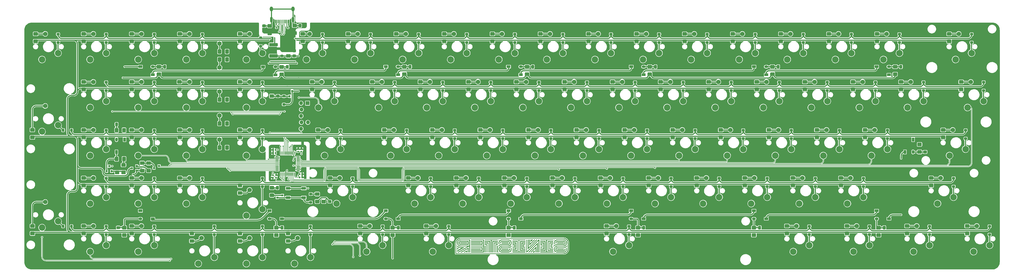
<source format=gbl>
G04 #@! TF.GenerationSoftware,KiCad,Pcbnew,(5.99.0-2660-g5096deeb3-dirty)*
G04 #@! TF.CreationDate,2020-08-16T12:40:07-04:00*
G04 #@! TF.ProjectId,Sinister,53696e69-7374-4657-922e-6b696361645f,rev?*
G04 #@! TF.SameCoordinates,Original*
G04 #@! TF.FileFunction,Copper,L2,Bot*
G04 #@! TF.FilePolarity,Positive*
%FSLAX46Y46*%
G04 Gerber Fmt 4.6, Leading zero omitted, Abs format (unit mm)*
G04 Created by KiCad (PCBNEW (5.99.0-2660-g5096deeb3-dirty)) date 2020-08-16 12:40:07*
%MOMM*%
%LPD*%
G01*
G04 APERTURE LIST*
G04 #@! TA.AperFunction,ComponentPad*
%ADD10C,1.778000*%
G04 #@! TD*
G04 #@! TA.AperFunction,SMDPad,CuDef*
%ADD11R,0.800000X0.900000*%
G04 #@! TD*
G04 #@! TA.AperFunction,ComponentPad*
%ADD12C,2.540000*%
G04 #@! TD*
G04 #@! TA.AperFunction,SMDPad,CuDef*
%ADD13R,0.900000X0.800000*%
G04 #@! TD*
G04 #@! TA.AperFunction,SMDPad,CuDef*
%ADD14R,0.250000X0.550000*%
G04 #@! TD*
G04 #@! TA.AperFunction,SMDPad,CuDef*
%ADD15R,0.300000X0.550000*%
G04 #@! TD*
G04 #@! TA.AperFunction,SMDPad,CuDef*
%ADD16R,1.800000X1.100000*%
G04 #@! TD*
G04 #@! TA.AperFunction,SMDPad,CuDef*
%ADD17R,0.300000X1.475000*%
G04 #@! TD*
G04 #@! TA.AperFunction,ComponentPad*
%ADD18O,1.100000X2.200000*%
G04 #@! TD*
G04 #@! TA.AperFunction,ComponentPad*
%ADD19O,1.300000X1.900000*%
G04 #@! TD*
G04 #@! TA.AperFunction,ComponentPad*
%ADD20R,1.524000X1.524000*%
G04 #@! TD*
G04 #@! TA.AperFunction,ComponentPad*
%ADD21O,1.524000X1.524000*%
G04 #@! TD*
G04 #@! TA.AperFunction,ViaPad*
%ADD22C,0.508000*%
G04 #@! TD*
G04 #@! TA.AperFunction,ViaPad*
%ADD23C,0.800000*%
G04 #@! TD*
G04 #@! TA.AperFunction,Conductor*
%ADD24C,1.016000*%
G04 #@! TD*
G04 #@! TA.AperFunction,Conductor*
%ADD25C,0.152400*%
G04 #@! TD*
G04 #@! TA.AperFunction,Conductor*
%ADD26C,0.254000*%
G04 #@! TD*
G04 #@! TA.AperFunction,Conductor*
%ADD27C,0.457200*%
G04 #@! TD*
G04 #@! TA.AperFunction,NonConductor*
%ADD28C,0.152400*%
G04 #@! TD*
G04 APERTURE END LIST*
G04 #@! TA.AperFunction,SMDPad,CuDef*
G36*
X338380958Y-112999520D02*
G01*
X338571458Y-113126520D01*
X338591778Y-113136680D01*
X338604478Y-113144300D01*
X338614639Y-113149380D01*
X338647658Y-113167160D01*
X338761958Y-113228120D01*
X338779738Y-113235740D01*
X338840698Y-113261140D01*
X338853398Y-113266220D01*
X338883878Y-113278920D01*
X338896578Y-113284000D01*
X338957538Y-113309400D01*
X338970238Y-113314480D01*
X339010879Y-113327180D01*
X339036278Y-113334800D01*
X339069299Y-113344960D01*
X339145498Y-113367820D01*
X339183598Y-113383061D01*
X338370798Y-113875819D01*
X338370798Y-113510059D01*
X338492718Y-113428779D01*
X338482558Y-113423699D01*
X338449538Y-113405919D01*
X338411438Y-113385600D01*
X338380958Y-113365280D01*
X338370798Y-113357660D01*
X338370798Y-112991900D01*
X338380958Y-112999520D01*
G37*
G04 #@! TD.AperFunction*
G04 #@! TA.AperFunction,SMDPad,CuDef*
G36*
X338441918Y-112217200D02*
G01*
X338518118Y-112308640D01*
X338568918Y-112356900D01*
X338637498Y-112422940D01*
X338764498Y-112524540D01*
X338901658Y-112613440D01*
X339048978Y-112689640D01*
X339198838Y-112748060D01*
X339356318Y-112793780D01*
X339521418Y-112824260D01*
X339724618Y-112839500D01*
X341418798Y-112839501D01*
X338370798Y-114607339D01*
X338370798Y-114241579D01*
X340199598Y-113144299D01*
X339676358Y-113144299D01*
X339480778Y-113126519D01*
X339285198Y-113090959D01*
X339125178Y-113045239D01*
X339003258Y-112999519D01*
X338911818Y-112961419D01*
X338822918Y-112915699D01*
X338741638Y-112872519D01*
X338670518Y-112826800D01*
X338584158Y-112770920D01*
X338530818Y-112727740D01*
X338434298Y-112651540D01*
X338370798Y-112590580D01*
X338370798Y-112133380D01*
X338441918Y-112217200D01*
G37*
G04 #@! TD.AperFunction*
G04 #@! TA.AperFunction,SMDPad,CuDef*
G36*
X342333197Y-114973100D02*
G01*
X342028398Y-114973100D01*
X342028398Y-114637819D01*
X341418798Y-114973099D01*
X340809198Y-114973099D01*
X342333198Y-114089181D01*
X342333197Y-114973100D01*
G37*
G04 #@! TD.AperFunction*
G04 #@! TA.AperFunction,SMDPad,CuDef*
G36*
X342942797Y-114973100D02*
G01*
X342637998Y-114973100D01*
X342637998Y-113571019D01*
X340199598Y-114973099D01*
X339589998Y-114973099D01*
X342942798Y-113052861D01*
X342942797Y-114973100D01*
G37*
G04 #@! TD.AperFunction*
G04 #@! TA.AperFunction,SMDPad,CuDef*
G36*
X342333197Y-111315500D02*
G01*
X339734778Y-111315499D01*
X339714458Y-111312961D01*
X339694138Y-111307881D01*
X339681438Y-111302801D01*
X339666198Y-111295181D01*
X339650958Y-111285021D01*
X339638258Y-111274861D01*
X339620478Y-111254541D01*
X339610318Y-111239301D01*
X339602698Y-111224061D01*
X339597618Y-111211361D01*
X339592538Y-111191041D01*
X339589998Y-111168179D01*
X339589998Y-111158020D01*
X339592538Y-111135160D01*
X339597618Y-111114840D01*
X339602698Y-111102140D01*
X339610318Y-111086900D01*
X339620478Y-111071660D01*
X339630638Y-111058960D01*
X339638258Y-111051340D01*
X339650958Y-111041180D01*
X339666198Y-111031020D01*
X339681438Y-111023400D01*
X339694138Y-111018320D01*
X339714458Y-111013240D01*
X339734778Y-111010700D01*
X342333198Y-111010700D01*
X342333197Y-111315500D01*
G37*
G04 #@! TD.AperFunction*
G04 #@! TA.AperFunction,SMDPad,CuDef*
G36*
X339757610Y-110401100D02*
G01*
X342942798Y-110401100D01*
X342942797Y-111620300D01*
X342942797Y-111925100D01*
X339752787Y-111925099D01*
X339722623Y-111929231D01*
X339571022Y-111910079D01*
X339552543Y-111902538D01*
X339532717Y-111900244D01*
X339390641Y-111843993D01*
X339374617Y-111832092D01*
X339355982Y-111824939D01*
X339232359Y-111735121D01*
X339219799Y-111719610D01*
X339203529Y-111708048D01*
X339106127Y-111590309D01*
X339097818Y-111572161D01*
X339084936Y-111556917D01*
X339019874Y-111418654D01*
X339016339Y-111399009D01*
X339007653Y-111381040D01*
X338979020Y-111230940D01*
X338980482Y-111211036D01*
X338976536Y-111191469D01*
X338976540Y-111191393D01*
X339292717Y-111191393D01*
X339313880Y-111302331D01*
X339361970Y-111404528D01*
X339433962Y-111491551D01*
X339525333Y-111557936D01*
X339630346Y-111599513D01*
X339762173Y-111616167D01*
X339772298Y-111620299D01*
X342637998Y-111620299D01*
X342637999Y-110705900D01*
X339767355Y-110705900D01*
X339752305Y-110710965D01*
X339690783Y-110714836D01*
X339576532Y-110744170D01*
X339477561Y-110798580D01*
X339395229Y-110875895D01*
X339334709Y-110971258D01*
X339299810Y-111078670D01*
X339292717Y-111191393D01*
X338976540Y-111191393D01*
X338986131Y-111038965D01*
X338992498Y-111020047D01*
X338993542Y-111000117D01*
X339040761Y-110854790D01*
X339051631Y-110838051D01*
X339057600Y-110819005D01*
X339139478Y-110689985D01*
X339154171Y-110676474D01*
X339164688Y-110659512D01*
X339276079Y-110554909D01*
X339293670Y-110545477D01*
X339308075Y-110531663D01*
X339441980Y-110458048D01*
X339461363Y-110453287D01*
X339478752Y-110443489D01*
X339626758Y-110405488D01*
X339641814Y-110405646D01*
X339656088Y-110400842D01*
X339732491Y-110396035D01*
X339757610Y-110401100D01*
G37*
G04 #@! TD.AperFunction*
G04 #@! TA.AperFunction,SMDPad,CuDef*
G36*
X339758013Y-109791500D02*
G01*
X343552398Y-109791500D01*
X343552398Y-112229900D01*
X343552397Y-114973100D01*
X343247598Y-114973100D01*
X343247598Y-112534699D01*
X338980398Y-114973099D01*
X338370798Y-114973099D01*
X342637998Y-112534699D01*
X339755595Y-112534699D01*
X339728372Y-112539450D01*
X339512471Y-112520181D01*
X339499102Y-112515289D01*
X339484863Y-112515214D01*
X339275786Y-112458017D01*
X339263493Y-112450833D01*
X339249495Y-112448239D01*
X339053851Y-112354924D01*
X339043023Y-112345676D01*
X339029706Y-112340644D01*
X338853679Y-112214155D01*
X338844661Y-112203137D01*
X338832445Y-112195826D01*
X338681599Y-112040165D01*
X338674675Y-112027726D01*
X338663946Y-112018366D01*
X338543049Y-111838453D01*
X338538438Y-111824984D01*
X338529535Y-111813872D01*
X338442409Y-111615393D01*
X338440255Y-111601319D01*
X338433462Y-111588807D01*
X338382860Y-111378037D01*
X338383233Y-111363802D01*
X338378763Y-111350286D01*
X338366286Y-111133886D01*
X338367136Y-111129780D01*
X338682124Y-111129780D01*
X338692980Y-111318060D01*
X338737009Y-111501450D01*
X338812816Y-111674144D01*
X338918006Y-111830682D01*
X339049251Y-111966117D01*
X339202410Y-112076174D01*
X339372633Y-112157366D01*
X339554549Y-112207132D01*
X339756424Y-112225149D01*
X339769407Y-112229900D01*
X343247598Y-112229900D01*
X343247599Y-110096300D01*
X339766944Y-110096300D01*
X339751481Y-110101414D01*
X339622921Y-110108827D01*
X339435794Y-110147578D01*
X339260805Y-110217924D01*
X339101039Y-110318146D01*
X338961548Y-110445072D01*
X338846738Y-110594696D01*
X338760238Y-110762289D01*
X338704781Y-110942551D01*
X338682124Y-111129780D01*
X338367136Y-111129780D01*
X338369173Y-111119945D01*
X338367167Y-111105850D01*
X338393207Y-110890660D01*
X338398517Y-110877450D01*
X338399039Y-110863221D01*
X338462776Y-110656044D01*
X338470341Y-110643984D01*
X338473374Y-110630074D01*
X338572790Y-110437457D01*
X338582373Y-110426926D01*
X338587821Y-110413772D01*
X338719776Y-110241805D01*
X338731071Y-110233138D01*
X338738763Y-110221157D01*
X338899086Y-110075275D01*
X338911738Y-110068745D01*
X338921429Y-110058316D01*
X339105051Y-109943130D01*
X339118658Y-109938944D01*
X339130044Y-109930395D01*
X339331162Y-109849546D01*
X339345296Y-109847836D01*
X339358016Y-109841438D01*
X339570273Y-109797482D01*
X339582018Y-109798159D01*
X339593185Y-109794466D01*
X339733317Y-109786386D01*
X339758013Y-109791500D01*
G37*
G04 #@! TD.AperFunction*
G04 #@! TA.AperFunction,SMDPad,CuDef*
G36*
X347819597Y-113753900D02*
G01*
X343857198Y-113753899D01*
X343857198Y-113449100D01*
X347819598Y-113449100D01*
X347819597Y-113753900D01*
G37*
G04 #@! TD.AperFunction*
G04 #@! TA.AperFunction,SMDPad,CuDef*
G36*
X348429197Y-114363500D02*
G01*
X343857198Y-114363499D01*
X343857198Y-114058699D01*
X348124398Y-114058699D01*
X348124399Y-113144300D01*
X343857198Y-113144300D01*
X343857198Y-112839500D01*
X348429198Y-112839500D01*
X348429197Y-114363500D01*
G37*
G04 #@! TD.AperFunction*
G04 #@! TA.AperFunction,SMDPad,CuDef*
G36*
X347819597Y-111315500D02*
G01*
X343857198Y-111315499D01*
X343857198Y-111010700D01*
X347819598Y-111010700D01*
X347819597Y-111315500D01*
G37*
G04 #@! TD.AperFunction*
G04 #@! TA.AperFunction,SMDPad,CuDef*
G36*
X348429197Y-111925100D02*
G01*
X343857198Y-111925099D01*
X343857198Y-111620299D01*
X348124398Y-111620299D01*
X348124399Y-110705900D01*
X343857198Y-110705900D01*
X343857198Y-110401100D01*
X348429198Y-110401100D01*
X348429197Y-111925100D01*
G37*
G04 #@! TD.AperFunction*
G04 #@! TA.AperFunction,SMDPad,CuDef*
G36*
X349038797Y-115003580D02*
G01*
X343857198Y-114973099D01*
X343857198Y-114668299D01*
X348733998Y-114668300D01*
X348733998Y-112534699D01*
X343857198Y-112534699D01*
X343857198Y-112229900D01*
X348733998Y-112229900D01*
X348733999Y-110096300D01*
X343857198Y-110096300D01*
X343857198Y-109791500D01*
X349038798Y-109791500D01*
X349038797Y-115003580D01*
G37*
G04 #@! TD.AperFunction*
G04 #@! TA.AperFunction,SMDPad,CuDef*
G36*
X349648398Y-112229901D02*
G01*
X349648397Y-114973100D01*
X349343598Y-114973100D01*
X349343599Y-112229900D01*
X349648398Y-112229901D01*
G37*
G04 #@! TD.AperFunction*
G04 #@! TA.AperFunction,SMDPad,CuDef*
G36*
X350257997Y-114973100D02*
G01*
X349953198Y-114973100D01*
X349953199Y-111925100D01*
X349343598Y-111925100D01*
X349343599Y-111620300D01*
X350257998Y-111620300D01*
X350257997Y-114973100D01*
G37*
G04 #@! TD.AperFunction*
G04 #@! TA.AperFunction,SMDPad,CuDef*
G36*
X350867597Y-114973100D02*
G01*
X350562798Y-114973100D01*
X350562799Y-111315500D01*
X349343599Y-111315500D01*
X349343599Y-111010700D01*
X350867598Y-111010700D01*
X350867597Y-114973100D01*
G37*
G04 #@! TD.AperFunction*
G04 #@! TA.AperFunction,SMDPad,CuDef*
G36*
X351477197Y-114973100D02*
G01*
X351172398Y-114973100D01*
X351172399Y-110705900D01*
X349343599Y-110705900D01*
X349343599Y-110401100D01*
X351477198Y-110401100D01*
X351477197Y-114973100D01*
G37*
G04 #@! TD.AperFunction*
G04 #@! TA.AperFunction,SMDPad,CuDef*
G36*
X354525198Y-109791501D02*
G01*
X354525198Y-110096301D01*
X352086798Y-110096300D01*
X352086797Y-114973100D01*
X351781998Y-114973100D01*
X351781999Y-110096300D01*
X349343599Y-110096300D01*
X349343599Y-109791500D01*
X354525198Y-109791501D01*
G37*
G04 #@! TD.AperFunction*
G04 #@! TA.AperFunction,SMDPad,CuDef*
G36*
X354525198Y-110401101D02*
G01*
X354525198Y-110705901D01*
X352696398Y-110705900D01*
X352696397Y-114973100D01*
X352391598Y-114973100D01*
X352391599Y-110401100D01*
X354525198Y-110401101D01*
G37*
G04 #@! TD.AperFunction*
G04 #@! TA.AperFunction,SMDPad,CuDef*
G36*
X354525198Y-111010701D02*
G01*
X354525198Y-111315501D01*
X353305998Y-111315500D01*
X353305997Y-114973100D01*
X353001198Y-114973100D01*
X353001199Y-111010700D01*
X354525198Y-111010701D01*
G37*
G04 #@! TD.AperFunction*
G04 #@! TA.AperFunction,SMDPad,CuDef*
G36*
X354525198Y-111620301D02*
G01*
X354525198Y-111925101D01*
X353915598Y-111925101D01*
X353915597Y-114973100D01*
X353610798Y-114973100D01*
X353610799Y-111620300D01*
X354525198Y-111620301D01*
G37*
G04 #@! TD.AperFunction*
G04 #@! TA.AperFunction,SMDPad,CuDef*
G36*
X354525198Y-112229901D02*
G01*
X354525197Y-114973100D01*
X354220398Y-114973100D01*
X354220399Y-112229900D01*
X354525198Y-112229901D01*
G37*
G04 #@! TD.AperFunction*
G04 #@! TA.AperFunction,SMDPad,CuDef*
G36*
X354840156Y-114576860D02*
G01*
X354870635Y-114617500D01*
X354898575Y-114655600D01*
X354908735Y-114668300D01*
X354959535Y-114724180D01*
X355005258Y-114774981D01*
X355025578Y-114795301D01*
X355081458Y-114846101D01*
X355106858Y-114868961D01*
X355137338Y-114896901D01*
X355185598Y-114932461D01*
X355205918Y-114947700D01*
X355233858Y-114968020D01*
X355241478Y-114973100D01*
X354829998Y-114973099D01*
X354829999Y-114561620D01*
X354840156Y-114576860D01*
G37*
G04 #@! TD.AperFunction*
G04 #@! TA.AperFunction,SMDPad,CuDef*
G36*
X355241478Y-109791501D02*
G01*
X355226238Y-109801661D01*
X355185598Y-109832140D01*
X355147498Y-109860080D01*
X355134798Y-109870240D01*
X355078918Y-109921040D01*
X355028117Y-109966760D01*
X355007797Y-109987080D01*
X354956997Y-110042960D01*
X354934137Y-110068360D01*
X354906197Y-110098840D01*
X354870637Y-110147100D01*
X354855398Y-110167420D01*
X354835078Y-110195360D01*
X354829998Y-110202980D01*
X354829999Y-109791500D01*
X355241478Y-109791501D01*
G37*
G04 #@! TD.AperFunction*
G04 #@! TA.AperFunction,SMDPad,CuDef*
G36*
X358792398Y-113611660D02*
G01*
X358789859Y-113629440D01*
X358784779Y-113649760D01*
X358779699Y-113662460D01*
X358772079Y-113677700D01*
X358761919Y-113692940D01*
X358746680Y-113710720D01*
X358731440Y-113723420D01*
X358716200Y-113733580D01*
X358700960Y-113741200D01*
X358688260Y-113746280D01*
X358667940Y-113751360D01*
X358645080Y-113753900D01*
X358614600Y-113753899D01*
X358614600Y-113753897D01*
X356226998Y-113753899D01*
X356193978Y-113753899D01*
X356173658Y-113751359D01*
X356153338Y-113746279D01*
X356140638Y-113741199D01*
X356125398Y-113733579D01*
X356110158Y-113723419D01*
X356097458Y-113713259D01*
X356079678Y-113692939D01*
X356069518Y-113677699D01*
X356061898Y-113662459D01*
X356056818Y-113649759D01*
X356051738Y-113629439D01*
X356049198Y-113606579D01*
X356049198Y-113596420D01*
X356051738Y-113573560D01*
X356056818Y-113553240D01*
X356061898Y-113540540D01*
X356069518Y-113525300D01*
X356079678Y-113510060D01*
X356089838Y-113497360D01*
X356097458Y-113489740D01*
X356110158Y-113479580D01*
X356125398Y-113469420D01*
X356140638Y-113461800D01*
X356153338Y-113456720D01*
X356173658Y-113451640D01*
X356193978Y-113449100D01*
X358792398Y-113449100D01*
X358792398Y-113611660D01*
G37*
G04 #@! TD.AperFunction*
G04 #@! TA.AperFunction,SMDPad,CuDef*
G36*
X356226998Y-111010702D02*
G01*
X358614599Y-111010700D01*
X358647619Y-111010700D01*
X358667939Y-111013240D01*
X358688259Y-111018320D01*
X358700959Y-111023400D01*
X358716199Y-111031020D01*
X358731439Y-111041180D01*
X358744139Y-111051340D01*
X358761918Y-111071660D01*
X358772078Y-111086900D01*
X358779698Y-111102140D01*
X358784778Y-111114840D01*
X358789858Y-111135161D01*
X358792398Y-111158021D01*
X358792398Y-111168180D01*
X358789857Y-111191040D01*
X358784777Y-111211360D01*
X358779697Y-111224060D01*
X358772077Y-111239300D01*
X358761918Y-111254540D01*
X358751758Y-111267240D01*
X358744138Y-111274860D01*
X358731438Y-111285020D01*
X358716198Y-111295180D01*
X358700958Y-111302800D01*
X358688258Y-111307880D01*
X358667938Y-111312960D01*
X358647618Y-111315500D01*
X356049198Y-111315499D01*
X356049198Y-111152940D01*
X356051738Y-111135160D01*
X356056818Y-111114840D01*
X356061898Y-111102140D01*
X356069518Y-111086900D01*
X356079678Y-111071660D01*
X356094918Y-111053880D01*
X356110158Y-111041180D01*
X356125398Y-111031020D01*
X356140638Y-111023400D01*
X356153338Y-111018320D01*
X356173658Y-111013240D01*
X356196518Y-111010700D01*
X356226998Y-111010700D01*
X356226998Y-111010702D01*
G37*
G04 #@! TD.AperFunction*
G04 #@! TA.AperFunction,SMDPad,CuDef*
G36*
X358811375Y-110416120D02*
G01*
X358829854Y-110423661D01*
X358849681Y-110425955D01*
X358991756Y-110482206D01*
X359007781Y-110494107D01*
X359026415Y-110501260D01*
X359150038Y-110591078D01*
X359162599Y-110606590D01*
X359178867Y-110618151D01*
X359276270Y-110735890D01*
X359284579Y-110754038D01*
X359297461Y-110769282D01*
X359362523Y-110907545D01*
X359366058Y-110927189D01*
X359374743Y-110945158D01*
X359403376Y-111095259D01*
X359401914Y-111115163D01*
X359405860Y-111134731D01*
X359396264Y-111287235D01*
X359389897Y-111306153D01*
X359388853Y-111326083D01*
X359341635Y-111471410D01*
X359330765Y-111488148D01*
X359324796Y-111507196D01*
X359242918Y-111636215D01*
X359228225Y-111649726D01*
X359217708Y-111666688D01*
X359106317Y-111771291D01*
X359088726Y-111780723D01*
X359074321Y-111794537D01*
X358940416Y-111868152D01*
X358921033Y-111872913D01*
X358903644Y-111882711D01*
X358755637Y-111920711D01*
X358740581Y-111920553D01*
X358726308Y-111925357D01*
X358649905Y-111930164D01*
X358624776Y-111925097D01*
X356232078Y-111925099D01*
X356201598Y-111925099D01*
X356148258Y-111927639D01*
X356099998Y-111930179D01*
X356044118Y-111932719D01*
X356023798Y-111935259D01*
X355990778Y-111940339D01*
X355937438Y-111947959D01*
X355886638Y-111955579D01*
X355871398Y-111958119D01*
X355719000Y-111996219D01*
X355703760Y-112001299D01*
X355561520Y-112052099D01*
X355513260Y-112074959D01*
X355426900Y-112115599D01*
X355406580Y-112125759D01*
X355292280Y-112194339D01*
X355264340Y-112212119D01*
X355254180Y-112219739D01*
X355226240Y-112240059D01*
X355185600Y-112270539D01*
X355157660Y-112290859D01*
X355137340Y-112306099D01*
X355132260Y-112311179D01*
X355106860Y-112334039D01*
X355078920Y-112359439D01*
X355053520Y-112382299D01*
X355025580Y-112407699D01*
X355005260Y-112428019D01*
X354954460Y-112483899D01*
X354931600Y-112509299D01*
X354906200Y-112537239D01*
X354890960Y-112557559D01*
X354870640Y-112585499D01*
X354855400Y-112605819D01*
X354830000Y-112638839D01*
X354829998Y-112174019D01*
X354944298Y-112069879D01*
X354992558Y-112034319D01*
X355101778Y-111953039D01*
X355274500Y-111851439D01*
X355365940Y-111808259D01*
X355439598Y-111772699D01*
X355459918Y-111765079D01*
X355510720Y-111747299D01*
X355581840Y-111721899D01*
X355632640Y-111704119D01*
X355815518Y-111658399D01*
X355848538Y-111653319D01*
X355917118Y-111643159D01*
X356006018Y-111630459D01*
X356046658Y-111627919D01*
X356201598Y-111620299D01*
X358615047Y-111620297D01*
X358630091Y-111615234D01*
X358691613Y-111611363D01*
X358805864Y-111582029D01*
X358904835Y-111527619D01*
X358987169Y-111450303D01*
X359047687Y-111354941D01*
X359082586Y-111247529D01*
X359089679Y-111134805D01*
X359068516Y-111023868D01*
X359020428Y-110921673D01*
X358948434Y-110834648D01*
X358857063Y-110768262D01*
X358752050Y-110726686D01*
X358620223Y-110710032D01*
X358610098Y-110705900D01*
X356201598Y-110705900D01*
X356149782Y-110708948D01*
X356110158Y-110715044D01*
X356064438Y-110727236D01*
X356030910Y-110739428D01*
X356009574Y-110748572D01*
X355979094Y-110763812D01*
X355948614Y-110782100D01*
X355912038Y-110809532D01*
X355881558Y-110836964D01*
X355875462Y-110843060D01*
X355848030Y-110873540D01*
X355820598Y-110910116D01*
X355802310Y-110940596D01*
X355787070Y-110971076D01*
X355777926Y-110992412D01*
X355768782Y-111016796D01*
X355762686Y-111035084D01*
X355753542Y-111071660D01*
X355747446Y-111111284D01*
X355744398Y-111163100D01*
X355747446Y-111214915D01*
X355753542Y-111254539D01*
X355765734Y-111300259D01*
X355777926Y-111333787D01*
X355784022Y-111349027D01*
X355762686Y-111355123D01*
X355720014Y-111364267D01*
X355692582Y-111370363D01*
X355607238Y-111388651D01*
X355588950Y-111394747D01*
X355494462Y-111425227D01*
X355485318Y-111428275D01*
X355473126Y-111385603D01*
X355454838Y-111312451D01*
X355445694Y-111251491D01*
X355442646Y-111230155D01*
X355439598Y-111163100D01*
X355442646Y-111102140D01*
X355448742Y-111053372D01*
X355454838Y-111013748D01*
X355473126Y-110940596D01*
X355488366Y-110897924D01*
X355497510Y-110873540D01*
X355509702Y-110846108D01*
X355524942Y-110812580D01*
X355534086Y-110797340D01*
X355546278Y-110776004D01*
X355564566Y-110745524D01*
X355595046Y-110702852D01*
X355616382Y-110675420D01*
X355643814Y-110644940D01*
X355677342Y-110611412D01*
X355710870Y-110580932D01*
X355729158Y-110565692D01*
X355762686Y-110541308D01*
X355774878Y-110532164D01*
X355799262Y-110516924D01*
X355844982Y-110489492D01*
X355878510Y-110474252D01*
X355890702Y-110468156D01*
X355918134Y-110455964D01*
X355960806Y-110440724D01*
X355979094Y-110434628D01*
X356052246Y-110416340D01*
X356128446Y-110404148D01*
X356201596Y-110401100D01*
X358629610Y-110401100D01*
X358659774Y-110396968D01*
X358811375Y-110416120D01*
G37*
G04 #@! TD.AperFunction*
G04 #@! TA.AperFunction,SMDPad,CuDef*
G36*
X360011597Y-114973100D02*
G01*
X359600118Y-114973099D01*
X359615358Y-114962941D01*
X359655998Y-114932462D01*
X359694098Y-114904522D01*
X359706798Y-114894362D01*
X359762678Y-114843562D01*
X359813479Y-114797840D01*
X359833799Y-114777520D01*
X359884599Y-114721640D01*
X359907459Y-114696240D01*
X359935399Y-114665760D01*
X359970959Y-114617500D01*
X359986198Y-114597180D01*
X360006518Y-114569240D01*
X360011598Y-114561620D01*
X360011597Y-114973100D01*
G37*
G04 #@! TD.AperFunction*
G04 #@! TA.AperFunction,SMDPad,CuDef*
G36*
X359915079Y-113098580D02*
G01*
X359953179Y-113205260D01*
X359983658Y-113327180D01*
X359986198Y-113339880D01*
X359991278Y-113375440D01*
X359996358Y-113408460D01*
X360003978Y-113466880D01*
X360009058Y-113548160D01*
X360011598Y-113601500D01*
X360006517Y-113698020D01*
X360003977Y-113741200D01*
X359986197Y-113863120D01*
X359953178Y-113997740D01*
X359909998Y-114119660D01*
X359874438Y-114195860D01*
X359849038Y-114249200D01*
X359780458Y-114363500D01*
X359734738Y-114424460D01*
X359701718Y-114470180D01*
X359653458Y-114523520D01*
X359607738Y-114574320D01*
X359511218Y-114660680D01*
X359429938Y-114721640D01*
X359401998Y-114741960D01*
X359287698Y-114810540D01*
X359224198Y-114841018D01*
X359181018Y-114861338D01*
X359163238Y-114868958D01*
X359079418Y-114899438D01*
X359036238Y-114914678D01*
X358904158Y-114947697D01*
X358797478Y-114962939D01*
X358782238Y-114965479D01*
X358639998Y-114973099D01*
X358639998Y-114668299D01*
X358741596Y-114663219D01*
X358845738Y-114647979D01*
X358929558Y-114627659D01*
X358949878Y-114622579D01*
X358977818Y-114612419D01*
X359013378Y-114599719D01*
X359041318Y-114589559D01*
X359064178Y-114579399D01*
X359112438Y-114556539D01*
X359140378Y-114543839D01*
X359229278Y-114490499D01*
X359267378Y-114462559D01*
X359295318Y-114442239D01*
X359318178Y-114424459D01*
X359343578Y-114401599D01*
X359371518Y-114376199D01*
X359394378Y-114355879D01*
X359462958Y-114279679D01*
X359473118Y-114266979D01*
X359501058Y-114228879D01*
X359523918Y-114198400D01*
X359536618Y-114178080D01*
X359582338Y-114101879D01*
X359597578Y-114068859D01*
X359600118Y-114063779D01*
X359617898Y-114025679D01*
X359625518Y-114010439D01*
X359630598Y-113995199D01*
X359638218Y-113974879D01*
X359640758Y-113967259D01*
X359650918Y-113939319D01*
X359655998Y-113924079D01*
X359661078Y-113911379D01*
X359686476Y-113809779D01*
X359696638Y-113738659D01*
X359699178Y-113723419D01*
X359701718Y-113705639D01*
X359704258Y-113652299D01*
X359706798Y-113601500D01*
X359704258Y-113550700D01*
X359701718Y-113497360D01*
X359694098Y-113446560D01*
X359686476Y-113393220D01*
X359661077Y-113291620D01*
X359650917Y-113263680D01*
X359643297Y-113243360D01*
X359635677Y-113225580D01*
X359640757Y-113223040D01*
X359653457Y-113217960D01*
X359744899Y-113167160D01*
X359762679Y-113157000D01*
X359831259Y-113118900D01*
X359849039Y-113108740D01*
X359879519Y-113088420D01*
X359904919Y-113070640D01*
X359915079Y-113098580D01*
G37*
G04 #@! TD.AperFunction*
G04 #@! TA.AperFunction,SMDPad,CuDef*
G36*
X360011597Y-112590580D02*
G01*
X359897298Y-112694720D01*
X359849038Y-112730280D01*
X359739818Y-112811559D01*
X359567098Y-112913160D01*
X359475658Y-112956339D01*
X359401998Y-112991899D01*
X359381678Y-112999519D01*
X359330878Y-113017299D01*
X359259758Y-113042699D01*
X359208958Y-113060479D01*
X359026078Y-113106199D01*
X358993058Y-113111279D01*
X358924478Y-113121439D01*
X358835578Y-113134139D01*
X358794938Y-113136679D01*
X358639998Y-113144299D01*
X356226555Y-113144299D01*
X356211505Y-113149364D01*
X356149983Y-113153235D01*
X356035732Y-113182569D01*
X355936761Y-113236979D01*
X355854429Y-113314294D01*
X355793909Y-113409657D01*
X355759010Y-113517069D01*
X355751917Y-113629793D01*
X355773080Y-113740731D01*
X355821170Y-113842928D01*
X355893162Y-113929951D01*
X355984533Y-113996336D01*
X356089546Y-114037913D01*
X356221373Y-114054567D01*
X356231498Y-114058699D01*
X358639998Y-114058699D01*
X358691812Y-114055651D01*
X358731436Y-114049555D01*
X358777158Y-114037363D01*
X358810686Y-114025171D01*
X358832022Y-114016027D01*
X358862502Y-114000787D01*
X358892982Y-113982499D01*
X358929558Y-113955067D01*
X358960038Y-113927635D01*
X358966134Y-113921539D01*
X358993566Y-113891059D01*
X359020998Y-113854483D01*
X359039286Y-113824004D01*
X359054526Y-113793524D01*
X359063670Y-113772188D01*
X359072814Y-113747804D01*
X359078908Y-113729516D01*
X359088052Y-113692940D01*
X359094148Y-113653316D01*
X359097196Y-113601500D01*
X359094148Y-113549684D01*
X359088052Y-113510060D01*
X359075860Y-113464340D01*
X359063668Y-113430811D01*
X359057572Y-113415571D01*
X359078908Y-113409475D01*
X359121580Y-113400331D01*
X359149012Y-113394235D01*
X359234358Y-113375947D01*
X359252646Y-113369851D01*
X359347134Y-113339371D01*
X359356278Y-113336323D01*
X359368470Y-113378995D01*
X359386758Y-113452148D01*
X359395902Y-113513108D01*
X359398950Y-113534444D01*
X359401998Y-113601500D01*
X359398950Y-113662460D01*
X359392854Y-113711228D01*
X359386758Y-113750852D01*
X359368470Y-113824004D01*
X359353230Y-113866676D01*
X359344086Y-113891060D01*
X359331894Y-113918492D01*
X359316654Y-113952020D01*
X359307510Y-113967260D01*
X359295318Y-113988596D01*
X359277030Y-114019076D01*
X359246550Y-114061748D01*
X359225214Y-114089180D01*
X359197782Y-114119660D01*
X359164254Y-114153188D01*
X359130726Y-114183668D01*
X359112438Y-114198908D01*
X359078910Y-114223290D01*
X359066718Y-114232434D01*
X359042334Y-114247674D01*
X358996614Y-114275105D01*
X358963086Y-114290345D01*
X358950894Y-114296441D01*
X358923462Y-114308633D01*
X358880790Y-114323873D01*
X358862502Y-114329969D01*
X358789350Y-114348259D01*
X358713150Y-114360451D01*
X358639998Y-114363499D01*
X356211987Y-114363499D01*
X356181823Y-114367631D01*
X356030222Y-114348479D01*
X356011743Y-114340938D01*
X355991917Y-114338644D01*
X355849841Y-114282393D01*
X355833817Y-114270492D01*
X355815182Y-114263339D01*
X355691559Y-114173521D01*
X355678999Y-114158010D01*
X355662729Y-114146448D01*
X355565327Y-114028709D01*
X355557018Y-114010561D01*
X355544136Y-113995317D01*
X355479074Y-113857054D01*
X355475539Y-113837409D01*
X355466853Y-113819440D01*
X355438220Y-113669340D01*
X355439682Y-113649436D01*
X355435736Y-113629869D01*
X355445331Y-113477364D01*
X355451698Y-113458446D01*
X355452742Y-113438516D01*
X355499961Y-113293189D01*
X355510831Y-113276450D01*
X355516800Y-113257404D01*
X355598678Y-113128384D01*
X355613371Y-113114873D01*
X355623888Y-113097911D01*
X355735279Y-112993308D01*
X355752870Y-112983876D01*
X355767275Y-112970062D01*
X355901180Y-112896447D01*
X355920563Y-112891686D01*
X355937952Y-112881888D01*
X356085958Y-112843887D01*
X356101014Y-112844045D01*
X356115288Y-112839241D01*
X356191691Y-112834434D01*
X356216810Y-112839499D01*
X358639998Y-112839499D01*
X358693338Y-112836959D01*
X358741598Y-112834419D01*
X358797478Y-112831879D01*
X358817798Y-112829339D01*
X358850818Y-112824259D01*
X358904158Y-112816639D01*
X358954958Y-112809019D01*
X358970198Y-112806479D01*
X359122598Y-112768379D01*
X359137838Y-112763299D01*
X359280078Y-112712499D01*
X359328338Y-112689639D01*
X359414698Y-112648999D01*
X359435018Y-112638839D01*
X359549318Y-112570259D01*
X359577258Y-112552479D01*
X359587418Y-112544859D01*
X359615358Y-112524539D01*
X359655998Y-112494059D01*
X359683938Y-112473739D01*
X359704258Y-112458499D01*
X359709338Y-112453419D01*
X359734738Y-112430559D01*
X359762678Y-112405159D01*
X359788078Y-112382300D01*
X359816018Y-112356900D01*
X359836338Y-112336580D01*
X359887139Y-112280700D01*
X359909999Y-112255300D01*
X359935399Y-112227360D01*
X359950639Y-112207040D01*
X359970959Y-112179100D01*
X359986198Y-112158780D01*
X360011598Y-112125760D01*
X360011597Y-112590580D01*
G37*
G04 #@! TD.AperFunction*
G04 #@! TA.AperFunction,SMDPad,CuDef*
G36*
X358869927Y-109806018D02*
G01*
X358883296Y-109810910D01*
X358897533Y-109810985D01*
X359106611Y-109868182D01*
X359118905Y-109875366D01*
X359132902Y-109877960D01*
X359328546Y-109971277D01*
X359339372Y-109980523D01*
X359352691Y-109985556D01*
X359528718Y-110112045D01*
X359537736Y-110123063D01*
X359549952Y-110130374D01*
X359700798Y-110286035D01*
X359707722Y-110298474D01*
X359718451Y-110307834D01*
X359839348Y-110487747D01*
X359843959Y-110501216D01*
X359852862Y-110512328D01*
X359939988Y-110710807D01*
X359942141Y-110724881D01*
X359948935Y-110737393D01*
X359999536Y-110948164D01*
X359999163Y-110962399D01*
X360003633Y-110975915D01*
X360016110Y-111192314D01*
X360013222Y-111206255D01*
X360015228Y-111220350D01*
X359989188Y-111435540D01*
X359983878Y-111448750D01*
X359983356Y-111462979D01*
X359919620Y-111670157D01*
X359912055Y-111682217D01*
X359909022Y-111696126D01*
X359809606Y-111888743D01*
X359800024Y-111899274D01*
X359794575Y-111912428D01*
X359662620Y-112084395D01*
X359651324Y-112093062D01*
X359643633Y-112105043D01*
X359483310Y-112250925D01*
X359470658Y-112257455D01*
X359460967Y-112267884D01*
X359277345Y-112383071D01*
X359263736Y-112387257D01*
X359252352Y-112395805D01*
X359051235Y-112476654D01*
X359037101Y-112478364D01*
X359024381Y-112484761D01*
X358812123Y-112528717D01*
X358800378Y-112528040D01*
X358789211Y-112531733D01*
X358649080Y-112539813D01*
X358624384Y-112534699D01*
X356226143Y-112534699D01*
X356210680Y-112539813D01*
X356082120Y-112547226D01*
X355894993Y-112585977D01*
X355720005Y-112656323D01*
X355560239Y-112756545D01*
X355420748Y-112883471D01*
X355305938Y-113033095D01*
X355219438Y-113200688D01*
X355163981Y-113380950D01*
X355141324Y-113568179D01*
X355152180Y-113756459D01*
X355196209Y-113939849D01*
X355272016Y-114112543D01*
X355377206Y-114269081D01*
X355508451Y-114404516D01*
X355661610Y-114514573D01*
X355831833Y-114595765D01*
X356013749Y-114645531D01*
X356215624Y-114663548D01*
X356228607Y-114668299D01*
X358639998Y-114668300D01*
X358639998Y-114973100D01*
X356214795Y-114973099D01*
X356187572Y-114977850D01*
X355971671Y-114958581D01*
X355958302Y-114953689D01*
X355944063Y-114953614D01*
X355734986Y-114896417D01*
X355722693Y-114889233D01*
X355708695Y-114886639D01*
X355513051Y-114793323D01*
X355502223Y-114784075D01*
X355488906Y-114779043D01*
X355312879Y-114652554D01*
X355303861Y-114641536D01*
X355291645Y-114634225D01*
X355140799Y-114478564D01*
X355133875Y-114466125D01*
X355123146Y-114456765D01*
X355002249Y-114276852D01*
X354997638Y-114263383D01*
X354988735Y-114252271D01*
X354901609Y-114053792D01*
X354899455Y-114039718D01*
X354892662Y-114027206D01*
X354842060Y-113816436D01*
X354842433Y-113802201D01*
X354837963Y-113788685D01*
X354825486Y-113572285D01*
X354828373Y-113558344D01*
X354826367Y-113544249D01*
X354852407Y-113329059D01*
X354857717Y-113315849D01*
X354858239Y-113301620D01*
X354921976Y-113094443D01*
X354929541Y-113082383D01*
X354932574Y-113068473D01*
X355031990Y-112875856D01*
X355041573Y-112865325D01*
X355047021Y-112852171D01*
X355178976Y-112680204D01*
X355190271Y-112671537D01*
X355197963Y-112659556D01*
X355358286Y-112513674D01*
X355370938Y-112507144D01*
X355380629Y-112496715D01*
X355564251Y-112381529D01*
X355577858Y-112377343D01*
X355589244Y-112368794D01*
X355790361Y-112287945D01*
X355804495Y-112286235D01*
X355817215Y-112279837D01*
X356029472Y-112235881D01*
X356041217Y-112236558D01*
X356052384Y-112232865D01*
X356192516Y-112224785D01*
X356217212Y-112229899D01*
X358615452Y-112229899D01*
X358630915Y-112224785D01*
X358759476Y-112217372D01*
X358946604Y-112178620D01*
X359121591Y-112108275D01*
X359281354Y-112008056D01*
X359420848Y-111881127D01*
X359535658Y-111731504D01*
X359622159Y-111563910D01*
X359677615Y-111383649D01*
X359700271Y-111196419D01*
X359689416Y-111008140D01*
X359645388Y-110824749D01*
X359569581Y-110652056D01*
X359464391Y-110495518D01*
X359333146Y-110360083D01*
X359179987Y-110250026D01*
X359009761Y-110168834D01*
X358827848Y-110119068D01*
X358625974Y-110101051D01*
X358612991Y-110096300D01*
X356201598Y-110096300D01*
X356099998Y-110101380D01*
X355995858Y-110116620D01*
X355912038Y-110136940D01*
X355891718Y-110142020D01*
X355863778Y-110152180D01*
X355828218Y-110164880D01*
X355800278Y-110175040D01*
X355777418Y-110185200D01*
X355729158Y-110208060D01*
X355701218Y-110220760D01*
X355612318Y-110274100D01*
X355574218Y-110302040D01*
X355546278Y-110322360D01*
X355523418Y-110340140D01*
X355498018Y-110363000D01*
X355470078Y-110388400D01*
X355447218Y-110408720D01*
X355378638Y-110484920D01*
X355368478Y-110497620D01*
X355340538Y-110535720D01*
X355317678Y-110566200D01*
X355304978Y-110586520D01*
X355259258Y-110662720D01*
X355244018Y-110695740D01*
X355241478Y-110700820D01*
X355223698Y-110738920D01*
X355216078Y-110754160D01*
X355210998Y-110769400D01*
X355203378Y-110789720D01*
X355200838Y-110797340D01*
X355190678Y-110825280D01*
X355185598Y-110840520D01*
X355180518Y-110853220D01*
X355155118Y-110954820D01*
X355144958Y-111025940D01*
X355142418Y-111041180D01*
X355139878Y-111058960D01*
X355137338Y-111112300D01*
X355134798Y-111163100D01*
X355137338Y-111213899D01*
X355139878Y-111267239D01*
X355147498Y-111318039D01*
X355155118Y-111371379D01*
X355180518Y-111472979D01*
X355190678Y-111500919D01*
X355198298Y-111521239D01*
X355205918Y-111539019D01*
X355200838Y-111541559D01*
X355188138Y-111546639D01*
X355096698Y-111597439D01*
X355078918Y-111607599D01*
X355010338Y-111645699D01*
X354992558Y-111655859D01*
X354962078Y-111676179D01*
X354936678Y-111693959D01*
X354926518Y-111666019D01*
X354888418Y-111559339D01*
X354857938Y-111437419D01*
X354855398Y-111424719D01*
X354850318Y-111389159D01*
X354845238Y-111356139D01*
X354837618Y-111297719D01*
X354832538Y-111216439D01*
X354829998Y-111163100D01*
X354835078Y-111066580D01*
X354837618Y-111023400D01*
X354855398Y-110901480D01*
X354888418Y-110766860D01*
X354931598Y-110644940D01*
X354967158Y-110568740D01*
X354992558Y-110515400D01*
X355061138Y-110401100D01*
X355106858Y-110340140D01*
X355139878Y-110294420D01*
X355188138Y-110241080D01*
X355233858Y-110190280D01*
X355330378Y-110103920D01*
X355411658Y-110042960D01*
X355439598Y-110022640D01*
X355553898Y-109954060D01*
X355617398Y-109923580D01*
X355660578Y-109903260D01*
X355678358Y-109895640D01*
X355762178Y-109865160D01*
X355805358Y-109849920D01*
X355937438Y-109816900D01*
X356044118Y-109801660D01*
X356059358Y-109799120D01*
X356201598Y-109791500D01*
X358626802Y-109791500D01*
X358654025Y-109786749D01*
X358869927Y-109806018D01*
G37*
G04 #@! TD.AperFunction*
G04 #@! TA.AperFunction,SMDPad,CuDef*
G36*
X360011598Y-109791501D02*
G01*
X360011597Y-110202980D01*
X360001438Y-110187740D01*
X359970959Y-110147100D01*
X359943019Y-110109000D01*
X359932859Y-110096300D01*
X359882059Y-110040420D01*
X359836338Y-109989619D01*
X359816018Y-109969299D01*
X359760138Y-109918499D01*
X359734738Y-109895639D01*
X359704258Y-109867699D01*
X359655998Y-109832139D01*
X359635678Y-109816900D01*
X359607738Y-109796580D01*
X359600118Y-109791500D01*
X360011598Y-109791501D01*
G37*
G04 #@! TD.AperFunction*
G04 #@! TA.AperFunction,SMDPad,CuDef*
G36*
X360621198Y-112229901D02*
G01*
X360621198Y-112534700D01*
X360316398Y-112534700D01*
X360316399Y-112229900D01*
X360621198Y-112229901D01*
G37*
G04 #@! TD.AperFunction*
G04 #@! TA.AperFunction,SMDPad,CuDef*
G36*
X361230797Y-113144300D02*
G01*
X360316398Y-113144299D01*
X360316398Y-112839499D01*
X360925998Y-112839500D01*
X360925999Y-111925100D01*
X360316398Y-111925100D01*
X360316399Y-111620300D01*
X361230798Y-111620300D01*
X361230797Y-113144300D01*
G37*
G04 #@! TD.AperFunction*
G04 #@! TA.AperFunction,SMDPad,CuDef*
G36*
X361840397Y-113753900D02*
G01*
X360316398Y-113753899D01*
X360316398Y-113449099D01*
X361535598Y-113449100D01*
X361535599Y-111315500D01*
X360316399Y-111315500D01*
X360316399Y-111010700D01*
X361840398Y-111010700D01*
X361840397Y-113753900D01*
G37*
G04 #@! TD.AperFunction*
G04 #@! TA.AperFunction,SMDPad,CuDef*
G36*
X362449997Y-114363500D02*
G01*
X360316398Y-114363499D01*
X360316398Y-114058699D01*
X362145198Y-114058700D01*
X362145199Y-110705900D01*
X360316399Y-110705900D01*
X360316399Y-110401100D01*
X362449998Y-110401100D01*
X362449997Y-114363500D01*
G37*
G04 #@! TD.AperFunction*
G04 #@! TA.AperFunction,SMDPad,CuDef*
G36*
X365497998Y-109791501D02*
G01*
X365497998Y-110096301D01*
X363059598Y-110096300D01*
X363059597Y-114668300D01*
X365497997Y-114668300D01*
X365497997Y-114973100D01*
X360316398Y-114973099D01*
X360316398Y-114668299D01*
X362754798Y-114668300D01*
X362754799Y-110096300D01*
X360316399Y-110096300D01*
X360316399Y-109791500D01*
X365497998Y-109791501D01*
G37*
G04 #@! TD.AperFunction*
G04 #@! TA.AperFunction,SMDPad,CuDef*
G36*
X365497998Y-110401101D02*
G01*
X365497998Y-110705901D01*
X363669198Y-110705900D01*
X363669197Y-114058700D01*
X365497998Y-114058700D01*
X365497997Y-114363500D01*
X363364398Y-114363500D01*
X363364399Y-110401100D01*
X365497998Y-110401101D01*
G37*
G04 #@! TD.AperFunction*
G04 #@! TA.AperFunction,SMDPad,CuDef*
G36*
X365497998Y-111010701D02*
G01*
X365497998Y-111315501D01*
X364278798Y-111315500D01*
X364278797Y-113449100D01*
X365497997Y-113449100D01*
X365497997Y-113753900D01*
X363973998Y-113753900D01*
X363973999Y-111010700D01*
X365497998Y-111010701D01*
G37*
G04 #@! TD.AperFunction*
G04 #@! TA.AperFunction,SMDPad,CuDef*
G36*
X365497998Y-111620301D02*
G01*
X365497998Y-111864141D01*
X364888398Y-111864141D01*
X364888397Y-112839500D01*
X365497998Y-112839500D01*
X365497997Y-113144300D01*
X364583598Y-113144300D01*
X364583599Y-111620300D01*
X365497998Y-111620301D01*
G37*
G04 #@! TD.AperFunction*
G04 #@! TA.AperFunction,SMDPad,CuDef*
G36*
X365497998Y-112229901D02*
G01*
X365497998Y-112534700D01*
X365193198Y-112534700D01*
X365193199Y-112229900D01*
X365497998Y-112229901D01*
G37*
G04 #@! TD.AperFunction*
G04 #@! TA.AperFunction,SMDPad,CuDef*
G36*
X367936398Y-109943897D02*
G01*
X368119278Y-109791500D01*
X368545998Y-109791501D01*
X367631598Y-110705899D01*
X367631598Y-109791500D01*
X367936398Y-109791500D01*
X367936398Y-109943897D01*
G37*
G04 #@! TD.AperFunction*
G04 #@! TA.AperFunction,SMDPad,CuDef*
G36*
X369155597Y-114973100D02*
G01*
X368850798Y-114973100D01*
X368850798Y-114820700D01*
X368667918Y-114973100D01*
X368241198Y-114973099D01*
X369155598Y-114058700D01*
X369155597Y-114973100D01*
G37*
G04 #@! TD.AperFunction*
G04 #@! TA.AperFunction,SMDPad,CuDef*
G36*
X367326798Y-111467899D02*
G01*
X368972718Y-109791500D01*
X369399438Y-109791501D01*
X367021998Y-112229899D01*
X367021998Y-109791500D01*
X367326798Y-109791500D01*
X367326798Y-111467899D01*
G37*
G04 #@! TD.AperFunction*
G04 #@! TA.AperFunction,SMDPad,CuDef*
G36*
X369765197Y-114973100D02*
G01*
X369460398Y-114973100D01*
X369460398Y-113296700D01*
X367814478Y-114973099D01*
X367387758Y-114973099D01*
X369765198Y-112534700D01*
X369765197Y-114973100D01*
G37*
G04 #@! TD.AperFunction*
G04 #@! TA.AperFunction,SMDPad,CuDef*
G36*
X366717198Y-112991899D02*
G01*
X369826158Y-109791500D01*
X370252878Y-109791501D01*
X366412398Y-113753899D01*
X366412398Y-109791500D01*
X366717198Y-109791500D01*
X366717198Y-112991899D01*
G37*
G04 #@! TD.AperFunction*
G04 #@! TA.AperFunction,SMDPad,CuDef*
G36*
X370374797Y-114973100D02*
G01*
X370069998Y-114973100D01*
X370069998Y-111772700D01*
X366961038Y-114973099D01*
X366534318Y-114973099D01*
X370374798Y-111010700D01*
X370374797Y-114973100D01*
G37*
G04 #@! TD.AperFunction*
G04 #@! TA.AperFunction,SMDPad,CuDef*
G36*
X366107598Y-114515899D02*
G01*
X370679599Y-109791500D01*
X370984398Y-109791500D01*
X370984397Y-114973100D01*
X370679598Y-114973100D01*
X370679599Y-110248700D01*
X366107598Y-114973099D01*
X365802798Y-114973099D01*
X365802798Y-109791500D01*
X366107598Y-109791500D01*
X366107598Y-114515899D01*
G37*
G04 #@! TD.AperFunction*
G04 #@! TA.AperFunction,SMDPad,CuDef*
G36*
X371593998Y-112229901D02*
G01*
X371593998Y-112534700D01*
X371289198Y-112534700D01*
X371289199Y-112229900D01*
X371593998Y-112229901D01*
G37*
G04 #@! TD.AperFunction*
G04 #@! TA.AperFunction,SMDPad,CuDef*
G36*
X372203597Y-113144300D02*
G01*
X371289198Y-113144299D01*
X371289198Y-112839499D01*
X371898798Y-112839500D01*
X371898799Y-111925100D01*
X371289198Y-111925100D01*
X371289199Y-111620300D01*
X372203598Y-111620300D01*
X372203597Y-113144300D01*
G37*
G04 #@! TD.AperFunction*
G04 #@! TA.AperFunction,SMDPad,CuDef*
G36*
X372813197Y-113753900D02*
G01*
X371289198Y-113753899D01*
X371289198Y-113449099D01*
X372508398Y-113449100D01*
X372508399Y-111315500D01*
X371289199Y-111315500D01*
X371289199Y-111010700D01*
X372813198Y-111010700D01*
X372813197Y-113753900D01*
G37*
G04 #@! TD.AperFunction*
G04 #@! TA.AperFunction,SMDPad,CuDef*
G36*
X373422797Y-114363500D02*
G01*
X371289198Y-114363499D01*
X371289198Y-114058699D01*
X373117998Y-114058700D01*
X373117999Y-110705900D01*
X371289199Y-110705900D01*
X371289199Y-110401100D01*
X373422798Y-110401100D01*
X373422797Y-114363500D01*
G37*
G04 #@! TD.AperFunction*
G04 #@! TA.AperFunction,SMDPad,CuDef*
G36*
X376470798Y-109791501D02*
G01*
X376470798Y-110096301D01*
X374032398Y-110096300D01*
X374032397Y-114668300D01*
X376470797Y-114668300D01*
X376470797Y-114973100D01*
X371289198Y-114973099D01*
X371289198Y-114668299D01*
X373727598Y-114668300D01*
X373727599Y-110096300D01*
X371289199Y-110096300D01*
X371289199Y-109791500D01*
X376470798Y-109791501D01*
G37*
G04 #@! TD.AperFunction*
G04 #@! TA.AperFunction,SMDPad,CuDef*
G36*
X376470798Y-110401101D02*
G01*
X376470798Y-110705901D01*
X374641998Y-110705900D01*
X374641997Y-114058700D01*
X376470798Y-114058700D01*
X376470797Y-114363500D01*
X374337198Y-114363500D01*
X374337199Y-110401100D01*
X376470798Y-110401101D01*
G37*
G04 #@! TD.AperFunction*
G04 #@! TA.AperFunction,SMDPad,CuDef*
G36*
X376470798Y-111010701D02*
G01*
X376470798Y-111315501D01*
X375251598Y-111315500D01*
X375251597Y-113449100D01*
X376470797Y-113449100D01*
X376470797Y-113753900D01*
X374946798Y-113753900D01*
X374946799Y-111010700D01*
X376470798Y-111010701D01*
G37*
G04 #@! TD.AperFunction*
G04 #@! TA.AperFunction,SMDPad,CuDef*
G36*
X376470798Y-111620301D02*
G01*
X376470798Y-111864141D01*
X375861198Y-111864141D01*
X375861197Y-112839500D01*
X376470798Y-112839500D01*
X376470797Y-113144300D01*
X375556398Y-113144300D01*
X375556399Y-111620300D01*
X376470798Y-111620301D01*
G37*
G04 #@! TD.AperFunction*
G04 #@! TA.AperFunction,SMDPad,CuDef*
G36*
X376470798Y-112229901D02*
G01*
X376470798Y-112534700D01*
X376165998Y-112534700D01*
X376165999Y-112229900D01*
X376470798Y-112229901D01*
G37*
G04 #@! TD.AperFunction*
G04 #@! TA.AperFunction,SMDPad,CuDef*
G36*
X376785756Y-114576860D02*
G01*
X376816236Y-114617500D01*
X376844176Y-114655600D01*
X376854336Y-114668300D01*
X376905136Y-114724180D01*
X376950858Y-114774980D01*
X376971178Y-114795301D01*
X377027058Y-114846101D01*
X377052458Y-114868960D01*
X377082938Y-114896900D01*
X377131198Y-114932460D01*
X377151518Y-114947700D01*
X377179458Y-114968020D01*
X377187077Y-114973100D01*
X376775598Y-114973099D01*
X376775599Y-114561620D01*
X376785756Y-114576860D01*
G37*
G04 #@! TD.AperFunction*
G04 #@! TA.AperFunction,SMDPad,CuDef*
G36*
X377187078Y-109791501D02*
G01*
X377171838Y-109801661D01*
X377131198Y-109832141D01*
X377093098Y-109860081D01*
X377080398Y-109870241D01*
X377024518Y-109921041D01*
X376973718Y-109966761D01*
X376953398Y-109987080D01*
X376902598Y-110042960D01*
X376879738Y-110068360D01*
X376851798Y-110098839D01*
X376816238Y-110147100D01*
X376800998Y-110167419D01*
X376780678Y-110195359D01*
X376775598Y-110202979D01*
X376775599Y-109791500D01*
X377187078Y-109791501D01*
G37*
G04 #@! TD.AperFunction*
G04 #@! TA.AperFunction,SMDPad,CuDef*
G36*
X380737998Y-113611661D02*
G01*
X380735458Y-113629441D01*
X380730378Y-113649761D01*
X380725298Y-113662461D01*
X380717678Y-113677701D01*
X380707518Y-113692940D01*
X380692277Y-113710720D01*
X380677037Y-113723420D01*
X380661798Y-113733580D01*
X380646558Y-113741200D01*
X380633858Y-113746279D01*
X380613538Y-113751359D01*
X380590678Y-113753899D01*
X378139578Y-113753899D01*
X378119258Y-113751361D01*
X378098938Y-113746281D01*
X378086238Y-113741201D01*
X378070998Y-113733581D01*
X378055758Y-113723421D01*
X378043058Y-113713261D01*
X378025278Y-113692941D01*
X378015118Y-113677702D01*
X378007498Y-113662462D01*
X378002418Y-113649762D01*
X377997338Y-113629442D01*
X377994798Y-113606580D01*
X377994798Y-113596420D01*
X377997338Y-113573560D01*
X378002418Y-113553240D01*
X378007498Y-113540540D01*
X378015118Y-113525300D01*
X378025278Y-113510060D01*
X378035438Y-113497360D01*
X378043058Y-113489740D01*
X378055758Y-113479580D01*
X378070998Y-113469420D01*
X378086238Y-113461800D01*
X378098938Y-113456720D01*
X378119258Y-113451640D01*
X378139578Y-113449100D01*
X380737998Y-113449100D01*
X380737998Y-113611661D01*
G37*
G04 #@! TD.AperFunction*
G04 #@! TA.AperFunction,SMDPad,CuDef*
G36*
X381957198Y-112590581D02*
G01*
X381842898Y-112694721D01*
X381794638Y-112730281D01*
X381685418Y-112811561D01*
X381512698Y-112913161D01*
X381421258Y-112956341D01*
X381347598Y-112991900D01*
X381327278Y-112999520D01*
X381276478Y-113017300D01*
X381205358Y-113042700D01*
X381154558Y-113060480D01*
X380971678Y-113106200D01*
X380938658Y-113111280D01*
X380870077Y-113121440D01*
X380781177Y-113134140D01*
X380740537Y-113136680D01*
X380585598Y-113144300D01*
X378172155Y-113144299D01*
X378157105Y-113149364D01*
X378095583Y-113153235D01*
X377981332Y-113182569D01*
X377882361Y-113236979D01*
X377800029Y-113314294D01*
X377739509Y-113409657D01*
X377704610Y-113517069D01*
X377697517Y-113629793D01*
X377718680Y-113740731D01*
X377766770Y-113842928D01*
X377838762Y-113929951D01*
X377930133Y-113996336D01*
X378035146Y-114037913D01*
X378166973Y-114054567D01*
X378177098Y-114058699D01*
X380585598Y-114058700D01*
X380637411Y-114055652D01*
X380677035Y-114049556D01*
X380722757Y-114037364D01*
X380756285Y-114025172D01*
X380777621Y-114016028D01*
X380808101Y-114000788D01*
X380838581Y-113982500D01*
X380875157Y-113955068D01*
X380905637Y-113927636D01*
X380911733Y-113921540D01*
X380939165Y-113891060D01*
X380966597Y-113854484D01*
X380984885Y-113824004D01*
X381000125Y-113793524D01*
X381009269Y-113772188D01*
X381018413Y-113747804D01*
X381024507Y-113729516D01*
X381033651Y-113692940D01*
X381039747Y-113653316D01*
X381042795Y-113601500D01*
X381039747Y-113549684D01*
X381033651Y-113510060D01*
X381021459Y-113464340D01*
X381009267Y-113430812D01*
X381003171Y-113415572D01*
X381024507Y-113409476D01*
X381067179Y-113400332D01*
X381094611Y-113394236D01*
X381179958Y-113375948D01*
X381198246Y-113369852D01*
X381292734Y-113339372D01*
X381301878Y-113336324D01*
X381314070Y-113378996D01*
X381332358Y-113452148D01*
X381341501Y-113513108D01*
X381344549Y-113534444D01*
X381347597Y-113601500D01*
X381344549Y-113662460D01*
X381338453Y-113711228D01*
X381332357Y-113750852D01*
X381314069Y-113824004D01*
X381298829Y-113866676D01*
X381289685Y-113891060D01*
X381277493Y-113918492D01*
X381262253Y-113952020D01*
X381253109Y-113967260D01*
X381240917Y-113988596D01*
X381222629Y-114019076D01*
X381192149Y-114061748D01*
X381170813Y-114089180D01*
X381143381Y-114119660D01*
X381109853Y-114153188D01*
X381076325Y-114183668D01*
X381058037Y-114198908D01*
X381024509Y-114223290D01*
X381012317Y-114232434D01*
X380987933Y-114247674D01*
X380942213Y-114275106D01*
X380908685Y-114290346D01*
X380896493Y-114296442D01*
X380869061Y-114308634D01*
X380826389Y-114323874D01*
X380808101Y-114329970D01*
X380734949Y-114348260D01*
X380658749Y-114360452D01*
X380585598Y-114363500D01*
X378157587Y-114363499D01*
X378127423Y-114367631D01*
X377975822Y-114348479D01*
X377957343Y-114340938D01*
X377937517Y-114338644D01*
X377795441Y-114282393D01*
X377779417Y-114270492D01*
X377760782Y-114263339D01*
X377637159Y-114173521D01*
X377624599Y-114158010D01*
X377608329Y-114146448D01*
X377510927Y-114028709D01*
X377502618Y-114010561D01*
X377489736Y-113995317D01*
X377424674Y-113857054D01*
X377421139Y-113837409D01*
X377412453Y-113819440D01*
X377383820Y-113669340D01*
X377385282Y-113649436D01*
X377381336Y-113629869D01*
X377390931Y-113477364D01*
X377397298Y-113458446D01*
X377398342Y-113438516D01*
X377445561Y-113293189D01*
X377456431Y-113276450D01*
X377462400Y-113257404D01*
X377544278Y-113128384D01*
X377558971Y-113114873D01*
X377569488Y-113097911D01*
X377680879Y-112993308D01*
X377698470Y-112983877D01*
X377712875Y-112970063D01*
X377846780Y-112896448D01*
X377866163Y-112891687D01*
X377883552Y-112881889D01*
X378031558Y-112843888D01*
X378046614Y-112844046D01*
X378060888Y-112839242D01*
X378137291Y-112834435D01*
X378162410Y-112839500D01*
X380585599Y-112839500D01*
X380638938Y-112836960D01*
X380687198Y-112834420D01*
X380743078Y-112831881D01*
X380763398Y-112829341D01*
X380796418Y-112824261D01*
X380849758Y-112816641D01*
X380900558Y-112809021D01*
X380915798Y-112806481D01*
X381068198Y-112768381D01*
X381083438Y-112763301D01*
X381225678Y-112712501D01*
X381273938Y-112689641D01*
X381360298Y-112649001D01*
X381380618Y-112638841D01*
X381494918Y-112570261D01*
X381522858Y-112552481D01*
X381533018Y-112544861D01*
X381560958Y-112524541D01*
X381601598Y-112494061D01*
X381629538Y-112473741D01*
X381649858Y-112458501D01*
X381654938Y-112453421D01*
X381680338Y-112430561D01*
X381708278Y-112405161D01*
X381733678Y-112382301D01*
X381761618Y-112356901D01*
X381781938Y-112336581D01*
X381832738Y-112280701D01*
X381855598Y-112255301D01*
X381880998Y-112227361D01*
X381896238Y-112207041D01*
X381916558Y-112179101D01*
X381931798Y-112158781D01*
X381957198Y-112125761D01*
X381957198Y-112590581D01*
G37*
G04 #@! TD.AperFunction*
G04 #@! TA.AperFunction,SMDPad,CuDef*
G36*
X378172598Y-111010702D02*
G01*
X380560199Y-111010700D01*
X380593219Y-111010700D01*
X380613539Y-111013240D01*
X380633859Y-111018320D01*
X380646558Y-111023400D01*
X380661798Y-111031020D01*
X380677038Y-111041180D01*
X380689738Y-111051340D01*
X380707518Y-111071661D01*
X380717678Y-111086901D01*
X380725298Y-111102141D01*
X380730378Y-111114841D01*
X380735458Y-111135161D01*
X380737998Y-111158021D01*
X380737998Y-111168180D01*
X380735458Y-111191040D01*
X380730378Y-111211360D01*
X380725297Y-111224060D01*
X380717677Y-111239300D01*
X380707517Y-111254540D01*
X380697357Y-111267240D01*
X380689737Y-111274860D01*
X380677037Y-111285020D01*
X380661797Y-111295180D01*
X380646558Y-111302800D01*
X380633858Y-111307880D01*
X380613538Y-111312960D01*
X380593218Y-111315500D01*
X377994798Y-111315499D01*
X377994798Y-111152940D01*
X377997338Y-111135160D01*
X378002418Y-111114840D01*
X378007498Y-111102140D01*
X378015118Y-111086900D01*
X378025278Y-111071660D01*
X378040518Y-111053880D01*
X378055758Y-111041180D01*
X378070998Y-111031020D01*
X378086238Y-111023400D01*
X378098938Y-111018320D01*
X378119258Y-111013240D01*
X378142118Y-111010700D01*
X378172598Y-111010700D01*
X378172598Y-111010702D01*
G37*
G04 #@! TD.AperFunction*
G04 #@! TA.AperFunction,SMDPad,CuDef*
G36*
X380756975Y-110416120D02*
G01*
X380775454Y-110423661D01*
X380795281Y-110425955D01*
X380937356Y-110482206D01*
X380953381Y-110494107D01*
X380972015Y-110501260D01*
X381095637Y-110591079D01*
X381108198Y-110606591D01*
X381124466Y-110618152D01*
X381221869Y-110735890D01*
X381230178Y-110754038D01*
X381243060Y-110769282D01*
X381308122Y-110907545D01*
X381311657Y-110927189D01*
X381320342Y-110945158D01*
X381348975Y-111095259D01*
X381347513Y-111115162D01*
X381351459Y-111134730D01*
X381341864Y-111287235D01*
X381335497Y-111306153D01*
X381334453Y-111326083D01*
X381287234Y-111471410D01*
X381276364Y-111488148D01*
X381270395Y-111507196D01*
X381188517Y-111636215D01*
X381173824Y-111649726D01*
X381163307Y-111666688D01*
X381051916Y-111771291D01*
X381034325Y-111780723D01*
X381019920Y-111794537D01*
X380886016Y-111868152D01*
X380866633Y-111872913D01*
X380849244Y-111882711D01*
X380701237Y-111920712D01*
X380686181Y-111920554D01*
X380671908Y-111925358D01*
X380595505Y-111930165D01*
X380570376Y-111925098D01*
X378177678Y-111925099D01*
X378147198Y-111925099D01*
X378093858Y-111927639D01*
X378045598Y-111930179D01*
X377989718Y-111932719D01*
X377969398Y-111935259D01*
X377936378Y-111940339D01*
X377883038Y-111947959D01*
X377832238Y-111955579D01*
X377816998Y-111958119D01*
X377664600Y-111996219D01*
X377649360Y-112001299D01*
X377507120Y-112052099D01*
X377458860Y-112074959D01*
X377372500Y-112115599D01*
X377352180Y-112125759D01*
X377237880Y-112194339D01*
X377209940Y-112212119D01*
X377199780Y-112219739D01*
X377171840Y-112240059D01*
X377131200Y-112270539D01*
X377103260Y-112290859D01*
X377082940Y-112306099D01*
X377077860Y-112311179D01*
X377052460Y-112334039D01*
X377024520Y-112359439D01*
X376999120Y-112382299D01*
X376971180Y-112407699D01*
X376950860Y-112428019D01*
X376900060Y-112483899D01*
X376877200Y-112509299D01*
X376851800Y-112537239D01*
X376836560Y-112557559D01*
X376816240Y-112585499D01*
X376801000Y-112605819D01*
X376775600Y-112638839D01*
X376775598Y-112174019D01*
X376889898Y-112069879D01*
X376938158Y-112034319D01*
X377047378Y-111953039D01*
X377220100Y-111851439D01*
X377311540Y-111808259D01*
X377385198Y-111772699D01*
X377405518Y-111765079D01*
X377456320Y-111747299D01*
X377527440Y-111721899D01*
X377578240Y-111704119D01*
X377761118Y-111658399D01*
X377794138Y-111653319D01*
X377862718Y-111643159D01*
X377951618Y-111630459D01*
X377992258Y-111627919D01*
X378147198Y-111620299D01*
X380560647Y-111620298D01*
X380575691Y-111615235D01*
X380637213Y-111611364D01*
X380751464Y-111582030D01*
X380850435Y-111527620D01*
X380932769Y-111450304D01*
X380993286Y-111354942D01*
X381028185Y-111247530D01*
X381035278Y-111134805D01*
X381014115Y-111023868D01*
X380966027Y-110921673D01*
X380894033Y-110834647D01*
X380802662Y-110768261D01*
X380697650Y-110726685D01*
X380565823Y-110710031D01*
X380555698Y-110705900D01*
X378147198Y-110705900D01*
X378095382Y-110708947D01*
X378055758Y-110715043D01*
X378010038Y-110727235D01*
X377976510Y-110739427D01*
X377955174Y-110748571D01*
X377924694Y-110763811D01*
X377894214Y-110782099D01*
X377857638Y-110809531D01*
X377827158Y-110836963D01*
X377821062Y-110843059D01*
X377793630Y-110873539D01*
X377766198Y-110910115D01*
X377747910Y-110940595D01*
X377732670Y-110971075D01*
X377723526Y-110992411D01*
X377714382Y-111016795D01*
X377708286Y-111035083D01*
X377699142Y-111071659D01*
X377693046Y-111111283D01*
X377689998Y-111163099D01*
X377693046Y-111214915D01*
X377699142Y-111254539D01*
X377711334Y-111300259D01*
X377723526Y-111333787D01*
X377729622Y-111349027D01*
X377708286Y-111355123D01*
X377665614Y-111364267D01*
X377638182Y-111370363D01*
X377552838Y-111388651D01*
X377534550Y-111394747D01*
X377440062Y-111425227D01*
X377430918Y-111428275D01*
X377418726Y-111385603D01*
X377400438Y-111312451D01*
X377391294Y-111251491D01*
X377388246Y-111230155D01*
X377385198Y-111163099D01*
X377388246Y-111102139D01*
X377394342Y-111053371D01*
X377400438Y-111013747D01*
X377418726Y-110940595D01*
X377433966Y-110897923D01*
X377443110Y-110873539D01*
X377455302Y-110846107D01*
X377470542Y-110812579D01*
X377479686Y-110797339D01*
X377491878Y-110776003D01*
X377510166Y-110745523D01*
X377540646Y-110702852D01*
X377561982Y-110675420D01*
X377589414Y-110644940D01*
X377622942Y-110611412D01*
X377656470Y-110580932D01*
X377674758Y-110565692D01*
X377708286Y-110541308D01*
X377720478Y-110532164D01*
X377744862Y-110516924D01*
X377790582Y-110489492D01*
X377824110Y-110474252D01*
X377836302Y-110468156D01*
X377863734Y-110455964D01*
X377906406Y-110440724D01*
X377924694Y-110434628D01*
X377997846Y-110416340D01*
X378074046Y-110404148D01*
X378147196Y-110401100D01*
X380575210Y-110401100D01*
X380605374Y-110396968D01*
X380756975Y-110416120D01*
G37*
G04 #@! TD.AperFunction*
G04 #@! TA.AperFunction,SMDPad,CuDef*
G36*
X380815526Y-109806018D02*
G01*
X380828895Y-109810910D01*
X380843132Y-109810985D01*
X381052211Y-109868182D01*
X381064505Y-109875366D01*
X381078502Y-109877960D01*
X381274146Y-109971277D01*
X381284972Y-109980523D01*
X381298291Y-109985556D01*
X381474317Y-110112045D01*
X381483335Y-110123064D01*
X381495551Y-110130375D01*
X381646397Y-110286035D01*
X381653321Y-110298474D01*
X381664050Y-110307834D01*
X381784946Y-110487747D01*
X381789557Y-110501216D01*
X381798460Y-110512328D01*
X381885586Y-110710807D01*
X381887739Y-110724881D01*
X381894533Y-110737393D01*
X381945135Y-110948164D01*
X381944762Y-110962399D01*
X381949232Y-110975915D01*
X381961709Y-111192314D01*
X381958822Y-111206255D01*
X381960828Y-111220350D01*
X381934788Y-111435540D01*
X381929478Y-111448750D01*
X381928956Y-111462979D01*
X381865219Y-111670157D01*
X381857654Y-111682217D01*
X381854621Y-111696126D01*
X381755205Y-111888743D01*
X381745623Y-111899274D01*
X381740174Y-111912428D01*
X381608219Y-112084395D01*
X381596923Y-112093062D01*
X381589232Y-112105043D01*
X381428909Y-112250925D01*
X381416257Y-112257455D01*
X381406566Y-112267884D01*
X381222945Y-112383071D01*
X381209336Y-112387257D01*
X381197952Y-112395805D01*
X380996835Y-112476654D01*
X380982701Y-112478364D01*
X380969981Y-112484762D01*
X380757723Y-112528718D01*
X380745978Y-112528041D01*
X380734811Y-112531734D01*
X380594680Y-112539814D01*
X380569984Y-112534700D01*
X378171743Y-112534699D01*
X378156280Y-112539813D01*
X378027720Y-112547226D01*
X377840593Y-112585977D01*
X377665605Y-112656323D01*
X377505839Y-112756545D01*
X377366348Y-112883471D01*
X377251538Y-113033095D01*
X377165038Y-113200688D01*
X377109581Y-113380950D01*
X377086924Y-113568179D01*
X377097780Y-113756459D01*
X377141809Y-113939849D01*
X377217616Y-114112543D01*
X377322806Y-114269081D01*
X377454051Y-114404516D01*
X377607210Y-114514574D01*
X377777433Y-114595766D01*
X377959349Y-114645532D01*
X378161224Y-114663549D01*
X378174207Y-114668300D01*
X380585598Y-114668300D01*
X380687196Y-114663220D01*
X380791338Y-114647980D01*
X380875158Y-114627660D01*
X380895478Y-114622580D01*
X380923418Y-114612420D01*
X380958978Y-114599720D01*
X380986918Y-114589560D01*
X381009778Y-114579400D01*
X381058038Y-114556540D01*
X381085978Y-114543840D01*
X381174878Y-114490500D01*
X381212978Y-114462560D01*
X381240918Y-114442240D01*
X381263778Y-114424460D01*
X381289178Y-114401600D01*
X381317118Y-114376200D01*
X381339978Y-114355880D01*
X381408557Y-114279680D01*
X381418717Y-114266980D01*
X381446657Y-114228880D01*
X381469517Y-114198400D01*
X381482217Y-114178080D01*
X381527937Y-114101880D01*
X381543177Y-114068860D01*
X381545717Y-114063780D01*
X381563497Y-114025680D01*
X381571117Y-114010440D01*
X381576197Y-113995200D01*
X381583817Y-113974880D01*
X381586357Y-113967260D01*
X381596517Y-113939320D01*
X381601597Y-113924080D01*
X381606677Y-113911380D01*
X381632075Y-113809780D01*
X381642237Y-113738660D01*
X381644777Y-113723420D01*
X381647317Y-113705640D01*
X381649857Y-113652300D01*
X381652397Y-113601500D01*
X381649857Y-113550700D01*
X381647317Y-113497360D01*
X381639697Y-113446560D01*
X381632075Y-113393220D01*
X381606675Y-113291620D01*
X381596515Y-113263680D01*
X381588895Y-113243360D01*
X381581275Y-113225580D01*
X381586355Y-113223040D01*
X381599055Y-113217960D01*
X381690497Y-113167160D01*
X381708277Y-113157000D01*
X381776857Y-113118900D01*
X381794637Y-113108740D01*
X381825117Y-113088420D01*
X381850517Y-113070640D01*
X381860677Y-113098580D01*
X381898777Y-113205260D01*
X381929257Y-113327180D01*
X381931797Y-113339880D01*
X381936877Y-113375440D01*
X381941957Y-113408460D01*
X381949577Y-113466880D01*
X381954657Y-113548160D01*
X381957197Y-113601500D01*
X381952117Y-113698020D01*
X381949577Y-113741200D01*
X381931797Y-113863120D01*
X381898777Y-113997740D01*
X381855597Y-114119660D01*
X381820037Y-114195860D01*
X381794637Y-114249200D01*
X381726057Y-114363500D01*
X381680337Y-114424460D01*
X381647317Y-114470180D01*
X381599057Y-114523520D01*
X381553337Y-114574320D01*
X381456817Y-114660680D01*
X381375538Y-114721640D01*
X381347598Y-114741960D01*
X381233298Y-114810540D01*
X381169798Y-114841018D01*
X381126618Y-114861338D01*
X381108838Y-114868958D01*
X381025018Y-114899438D01*
X380981838Y-114914678D01*
X380849758Y-114947698D01*
X380743078Y-114962940D01*
X380727838Y-114965480D01*
X380585598Y-114973100D01*
X378160395Y-114973100D01*
X378133172Y-114977851D01*
X377917271Y-114958582D01*
X377903902Y-114953690D01*
X377889663Y-114953615D01*
X377680586Y-114896418D01*
X377668293Y-114889234D01*
X377654295Y-114886640D01*
X377458651Y-114793323D01*
X377447823Y-114784075D01*
X377434506Y-114779043D01*
X377258479Y-114652554D01*
X377249461Y-114641536D01*
X377237245Y-114634225D01*
X377086399Y-114478564D01*
X377079475Y-114466125D01*
X377068746Y-114456765D01*
X376947849Y-114276852D01*
X376943238Y-114263383D01*
X376934335Y-114252271D01*
X376847209Y-114053792D01*
X376845055Y-114039718D01*
X376838262Y-114027206D01*
X376787660Y-113816436D01*
X376788033Y-113802201D01*
X376783563Y-113788685D01*
X376771086Y-113572285D01*
X376773973Y-113558344D01*
X376771967Y-113544249D01*
X376798007Y-113329059D01*
X376803317Y-113315849D01*
X376803839Y-113301620D01*
X376867576Y-113094443D01*
X376875141Y-113082383D01*
X376878174Y-113068473D01*
X376977590Y-112875856D01*
X376987173Y-112865325D01*
X376992621Y-112852171D01*
X377124576Y-112680204D01*
X377135871Y-112671537D01*
X377143563Y-112659556D01*
X377303886Y-112513674D01*
X377316538Y-112507144D01*
X377326229Y-112496715D01*
X377509851Y-112381529D01*
X377523458Y-112377343D01*
X377534844Y-112368794D01*
X377735961Y-112287945D01*
X377750095Y-112286235D01*
X377762815Y-112279837D01*
X377975072Y-112235881D01*
X377986817Y-112236558D01*
X377997984Y-112232865D01*
X378138116Y-112224785D01*
X378162812Y-112229899D01*
X380561052Y-112229900D01*
X380576515Y-112224786D01*
X380705076Y-112217373D01*
X380892204Y-112178621D01*
X381067191Y-112108276D01*
X381226954Y-112008057D01*
X381366448Y-111881128D01*
X381481257Y-111731504D01*
X381567758Y-111563911D01*
X381623214Y-111383650D01*
X381645870Y-111196420D01*
X381635015Y-111008140D01*
X381590986Y-110824749D01*
X381515179Y-110652056D01*
X381409989Y-110495518D01*
X381278745Y-110360082D01*
X381125586Y-110250025D01*
X380955360Y-110168834D01*
X380773447Y-110119068D01*
X380571573Y-110101051D01*
X380558590Y-110096300D01*
X378147198Y-110096300D01*
X378045598Y-110101380D01*
X377941458Y-110116620D01*
X377857638Y-110136940D01*
X377837318Y-110142020D01*
X377809378Y-110152180D01*
X377773818Y-110164880D01*
X377745878Y-110175040D01*
X377723018Y-110185200D01*
X377674758Y-110208060D01*
X377646818Y-110220760D01*
X377557918Y-110274099D01*
X377519818Y-110302039D01*
X377491878Y-110322359D01*
X377469018Y-110340139D01*
X377443618Y-110362999D01*
X377415678Y-110388399D01*
X377392818Y-110408719D01*
X377324238Y-110484919D01*
X377314078Y-110497619D01*
X377286138Y-110535719D01*
X377263278Y-110566199D01*
X377250578Y-110586519D01*
X377204858Y-110662719D01*
X377189618Y-110695739D01*
X377187078Y-110700819D01*
X377169298Y-110738919D01*
X377161678Y-110754159D01*
X377156598Y-110769399D01*
X377148978Y-110789719D01*
X377146438Y-110797339D01*
X377136278Y-110825279D01*
X377131198Y-110840519D01*
X377126118Y-110853219D01*
X377100718Y-110954819D01*
X377090558Y-111025939D01*
X377088018Y-111041179D01*
X377085478Y-111058959D01*
X377082938Y-111112299D01*
X377080398Y-111163099D01*
X377082938Y-111213899D01*
X377085478Y-111267239D01*
X377093098Y-111318039D01*
X377100718Y-111371379D01*
X377126118Y-111472979D01*
X377136278Y-111500919D01*
X377143898Y-111521239D01*
X377151518Y-111539019D01*
X377146438Y-111541559D01*
X377133738Y-111546639D01*
X377042298Y-111597439D01*
X377024518Y-111607599D01*
X376955938Y-111645699D01*
X376938158Y-111655859D01*
X376907678Y-111676179D01*
X376882278Y-111693959D01*
X376872118Y-111666019D01*
X376834018Y-111559339D01*
X376803538Y-111437419D01*
X376800998Y-111424719D01*
X376795918Y-111389159D01*
X376790838Y-111356139D01*
X376783218Y-111297719D01*
X376778138Y-111216439D01*
X376775598Y-111163099D01*
X376780678Y-111066579D01*
X376783218Y-111023399D01*
X376800998Y-110901479D01*
X376834018Y-110766859D01*
X376877198Y-110644939D01*
X376912758Y-110568739D01*
X376938158Y-110515399D01*
X377006738Y-110401099D01*
X377052458Y-110340139D01*
X377085478Y-110294419D01*
X377133738Y-110241080D01*
X377179458Y-110190280D01*
X377275978Y-110103920D01*
X377357258Y-110042960D01*
X377385198Y-110022640D01*
X377499498Y-109954060D01*
X377562998Y-109923580D01*
X377606178Y-109903260D01*
X377623958Y-109895640D01*
X377707778Y-109865160D01*
X377750958Y-109849920D01*
X377883038Y-109816900D01*
X377989718Y-109801660D01*
X378004958Y-109799120D01*
X378147198Y-109791500D01*
X380572401Y-109791500D01*
X380599624Y-109786749D01*
X380815526Y-109806018D01*
G37*
G04 #@! TD.AperFunction*
G04 #@! TA.AperFunction,SMDPad,CuDef*
G36*
X339759089Y-109181900D02*
G01*
X380571260Y-109181900D01*
X380597291Y-109176958D01*
X380867605Y-109197046D01*
X380878840Y-109200969D01*
X380890732Y-109200502D01*
X381155108Y-109260324D01*
X381165640Y-109265865D01*
X381177471Y-109267161D01*
X381430101Y-109365403D01*
X381439700Y-109372441D01*
X381451208Y-109375471D01*
X381686542Y-109509975D01*
X381694995Y-109518354D01*
X381705929Y-109523052D01*
X381918795Y-109690863D01*
X381925914Y-109700398D01*
X381936035Y-109706661D01*
X382121761Y-109904093D01*
X382127394Y-109914577D01*
X382136478Y-109922267D01*
X382290980Y-110144983D01*
X382295001Y-110156182D01*
X382302849Y-110165131D01*
X382422736Y-110408236D01*
X382425058Y-110419910D01*
X382431496Y-110429919D01*
X382514132Y-110688075D01*
X382514703Y-110699962D01*
X382519591Y-110710813D01*
X382563162Y-110978349D01*
X382562212Y-110987783D01*
X382565064Y-110996828D01*
X382572023Y-111156218D01*
X382566797Y-111179791D01*
X382566797Y-113587162D01*
X382571739Y-113613193D01*
X382551651Y-113883506D01*
X382547728Y-113894741D01*
X382548195Y-113906635D01*
X382488373Y-114171010D01*
X382482832Y-114181542D01*
X382481536Y-114193373D01*
X382383293Y-114446003D01*
X382376256Y-114455600D01*
X382373226Y-114467110D01*
X382238722Y-114702443D01*
X382230343Y-114710896D01*
X382225645Y-114721830D01*
X382057834Y-114934697D01*
X382048299Y-114941817D01*
X382042036Y-114951938D01*
X381844604Y-115137664D01*
X381834118Y-115143298D01*
X381826429Y-115152381D01*
X381603715Y-115306884D01*
X381592514Y-115310905D01*
X381583567Y-115318752D01*
X381340462Y-115438639D01*
X381328788Y-115440961D01*
X381318779Y-115447399D01*
X381060623Y-115530035D01*
X381048735Y-115530606D01*
X381037884Y-115535494D01*
X380770349Y-115579065D01*
X380760915Y-115578115D01*
X380751870Y-115580967D01*
X380592480Y-115587926D01*
X380568907Y-115582700D01*
X337761198Y-115582699D01*
X337761198Y-111188943D01*
X338065998Y-111188943D01*
X338065998Y-115277899D01*
X380562141Y-115277900D01*
X380578716Y-115272674D01*
X380728814Y-115266121D01*
X380975589Y-115225931D01*
X381211409Y-115150445D01*
X381433487Y-115040927D01*
X381636930Y-114899795D01*
X381817286Y-114730132D01*
X381970577Y-114535683D01*
X382093444Y-114320710D01*
X382183189Y-114089931D01*
X382237836Y-113848425D01*
X382257055Y-113589807D01*
X382261997Y-113575655D01*
X382261997Y-111186557D01*
X382256771Y-111169982D01*
X382250218Y-111019883D01*
X382210028Y-110773109D01*
X382134542Y-110537289D01*
X382025022Y-110315208D01*
X381883888Y-110111764D01*
X381714230Y-109931411D01*
X381519781Y-109778119D01*
X381304808Y-109655251D01*
X381074036Y-109565510D01*
X380832523Y-109510861D01*
X380573906Y-109491642D01*
X380559754Y-109486700D01*
X339765855Y-109486700D01*
X339749280Y-109491926D01*
X339599181Y-109498479D01*
X339352407Y-109538669D01*
X339116587Y-109614154D01*
X338894506Y-109723674D01*
X338691062Y-109864808D01*
X338510709Y-110034467D01*
X338357418Y-110228916D01*
X338234550Y-110443889D01*
X338144808Y-110674661D01*
X338090159Y-110916174D01*
X338070940Y-111174791D01*
X338065998Y-111188943D01*
X337761198Y-111188943D01*
X337761198Y-111177437D01*
X337756256Y-111151406D01*
X337776344Y-110881092D01*
X337780267Y-110869857D01*
X337779800Y-110857965D01*
X337839622Y-110593589D01*
X337845163Y-110583057D01*
X337846459Y-110571226D01*
X337944701Y-110318596D01*
X337951739Y-110308997D01*
X337954769Y-110297489D01*
X338089273Y-110062156D01*
X338097652Y-110053703D01*
X338102350Y-110042769D01*
X338270161Y-109829902D01*
X338279696Y-109822782D01*
X338285959Y-109812661D01*
X338483391Y-109626935D01*
X338493875Y-109621302D01*
X338501565Y-109612218D01*
X338724281Y-109457717D01*
X338735480Y-109453696D01*
X338744429Y-109445848D01*
X338987534Y-109325961D01*
X338999208Y-109323639D01*
X339009217Y-109317201D01*
X339267373Y-109234565D01*
X339279260Y-109233994D01*
X339290111Y-109229106D01*
X339557647Y-109185535D01*
X339567081Y-109186485D01*
X339576126Y-109183633D01*
X339735516Y-109176674D01*
X339759089Y-109181900D01*
G37*
G04 #@! TD.AperFunction*
D10*
X244257449Y-41592500D03*
G04 #@! TA.AperFunction,ComponentPad*
G36*
G01*
X245908449Y-42303700D02*
X245908449Y-40881300D01*
G75*
G02*
X246086249Y-40703500I177800J0D01*
G01*
X247508649Y-40703500D01*
G75*
G02*
X247686449Y-40881300I0J-177800D01*
G01*
X247686449Y-42303700D01*
G75*
G02*
X247508649Y-42481500I-177800J0D01*
G01*
X246086249Y-42481500D01*
G75*
G02*
X245908449Y-42303700I0J177800D01*
G01*
G37*
G04 #@! TD.AperFunction*
X244257449Y-32067500D03*
G04 #@! TA.AperFunction,ComponentPad*
G36*
G01*
X245908449Y-32778700D02*
X245908449Y-31356300D01*
G75*
G02*
X246086249Y-31178500I177800J0D01*
G01*
X247508649Y-31178500D01*
G75*
G02*
X247686449Y-31356300I0J-177800D01*
G01*
X247686449Y-32778700D01*
G75*
G02*
X247508649Y-32956500I-177800J0D01*
G01*
X246086249Y-32956500D01*
G75*
G02*
X245908449Y-32778700I0J177800D01*
G01*
G37*
G04 #@! TD.AperFunction*
X244257449Y-51117500D03*
G04 #@! TA.AperFunction,ComponentPad*
G36*
G01*
X245908449Y-51828700D02*
X245908449Y-50406300D01*
G75*
G02*
X246086249Y-50228500I177800J0D01*
G01*
X247508649Y-50228500D01*
G75*
G02*
X247686449Y-50406300I0J-177800D01*
G01*
X247686449Y-51828700D01*
G75*
G02*
X247508649Y-52006500I-177800J0D01*
G01*
X246086249Y-52006500D01*
G75*
G02*
X245908449Y-51828700I0J177800D01*
G01*
G37*
G04 #@! TD.AperFunction*
X244257449Y-60642500D03*
G04 #@! TA.AperFunction,ComponentPad*
G36*
G01*
X245908449Y-61353700D02*
X245908449Y-59931300D01*
G75*
G02*
X246086249Y-59753500I177800J0D01*
G01*
X247508649Y-59753500D01*
G75*
G02*
X247686449Y-59931300I0J-177800D01*
G01*
X247686449Y-61353700D01*
G75*
G02*
X247508649Y-61531500I-177800J0D01*
G01*
X246086249Y-61531500D01*
G75*
G02*
X245908449Y-61353700I0J177800D01*
G01*
G37*
G04 #@! TD.AperFunction*
X244257449Y-70167500D03*
G04 #@! TA.AperFunction,ComponentPad*
G36*
G01*
X245908449Y-70878700D02*
X245908449Y-69456300D01*
G75*
G02*
X246086249Y-69278500I177800J0D01*
G01*
X247508649Y-69278500D01*
G75*
G02*
X247686449Y-69456300I0J-177800D01*
G01*
X247686449Y-70878700D01*
G75*
G02*
X247508649Y-71056500I-177800J0D01*
G01*
X246086249Y-71056500D01*
G75*
G02*
X245908449Y-70878700I0J177800D01*
G01*
G37*
G04 #@! TD.AperFunction*
G04 #@! TA.AperFunction,SMDPad,CuDef*
G36*
G01*
X218031199Y-27859100D02*
X218731199Y-27859100D01*
G75*
G02*
X218981199Y-28109100I0J-250000D01*
G01*
X218981199Y-28609100D01*
G75*
G02*
X218731199Y-28859100I-250000J0D01*
G01*
X218031199Y-28859100D01*
G75*
G02*
X217781199Y-28609100I0J250000D01*
G01*
X217781199Y-28109100D01*
G75*
G02*
X218031199Y-27859100I250000J0D01*
G01*
G37*
G04 #@! TD.AperFunction*
G04 #@! TA.AperFunction,SMDPad,CuDef*
G36*
G01*
X218031199Y-31159100D02*
X218731199Y-31159100D01*
G75*
G02*
X218981199Y-31409100I0J-250000D01*
G01*
X218981199Y-31909100D01*
G75*
G02*
X218731199Y-32159100I-250000J0D01*
G01*
X218031199Y-32159100D01*
G75*
G02*
X217781199Y-31909100I0J250000D01*
G01*
X217781199Y-31409100D01*
G75*
G02*
X218031199Y-31159100I250000J0D01*
G01*
G37*
G04 #@! TD.AperFunction*
D11*
X273935194Y-52994998D03*
X272035194Y-52994998D03*
X272985194Y-50994998D03*
D10*
X520482449Y-104457500D03*
G04 #@! TA.AperFunction,ComponentPad*
G36*
G01*
X522133449Y-105168700D02*
X522133449Y-103746300D01*
G75*
G02*
X522311249Y-103568500I177800J0D01*
G01*
X523733649Y-103568500D01*
G75*
G02*
X523911449Y-103746300I0J-177800D01*
G01*
X523911449Y-105168700D01*
G75*
G02*
X523733649Y-105346500I-177800J0D01*
G01*
X522311249Y-105346500D01*
G75*
G02*
X522133449Y-105168700I0J177800D01*
G01*
G37*
G04 #@! TD.AperFunction*
G04 #@! TA.AperFunction,SMDPad,CuDef*
G36*
G01*
X251728700Y-65645000D02*
X252978698Y-65645000D01*
G75*
G02*
X253228699Y-65895001I0J-250001D01*
G01*
X253228699Y-66819999D01*
G75*
G02*
X252978698Y-67070000I-250001J0D01*
G01*
X251728700Y-67070000D01*
G75*
G02*
X251478699Y-66819999I0J250001D01*
G01*
X251478699Y-65895001D01*
G75*
G02*
X251728700Y-65645000I250001J0D01*
G01*
G37*
G04 #@! TD.AperFunction*
G04 #@! TA.AperFunction,SMDPad,CuDef*
G36*
G01*
X251728700Y-68620000D02*
X252978698Y-68620000D01*
G75*
G02*
X253228699Y-68870001I0J-250001D01*
G01*
X253228699Y-69794999D01*
G75*
G02*
X252978698Y-70045000I-250001J0D01*
G01*
X251728700Y-70045000D01*
G75*
G02*
X251478699Y-69794999I0J250001D01*
G01*
X251478699Y-68870001D01*
G75*
G02*
X251728700Y-68620000I250001J0D01*
G01*
G37*
G04 #@! TD.AperFunction*
G04 #@! TA.AperFunction,SMDPad,CuDef*
G36*
G01*
X208866200Y-27545000D02*
X210116198Y-27545000D01*
G75*
G02*
X210366199Y-27795001I0J-250001D01*
G01*
X210366199Y-28719999D01*
G75*
G02*
X210116198Y-28970000I-250001J0D01*
G01*
X208866200Y-28970000D01*
G75*
G02*
X208616199Y-28719999I0J250001D01*
G01*
X208616199Y-27795001D01*
G75*
G02*
X208866200Y-27545000I250001J0D01*
G01*
G37*
G04 #@! TD.AperFunction*
G04 #@! TA.AperFunction,SMDPad,CuDef*
G36*
G01*
X208866200Y-30520000D02*
X210116198Y-30520000D01*
G75*
G02*
X210366199Y-30770001I0J-250001D01*
G01*
X210366199Y-31694999D01*
G75*
G02*
X210116198Y-31945000I-250001J0D01*
G01*
X208866200Y-31945000D01*
G75*
G02*
X208616199Y-31694999I0J250001D01*
G01*
X208616199Y-30770001D01*
G75*
G02*
X208866200Y-30520000I250001J0D01*
G01*
G37*
G04 #@! TD.AperFunction*
D12*
X173931199Y-38417500D03*
X180281199Y-35877500D03*
G04 #@! TA.AperFunction,SMDPad,CuDef*
G36*
G01*
X189816200Y-84695000D02*
X191066198Y-84695000D01*
G75*
G02*
X191316199Y-84945001I0J-250001D01*
G01*
X191316199Y-85869999D01*
G75*
G02*
X191066198Y-86120000I-250001J0D01*
G01*
X189816200Y-86120000D01*
G75*
G02*
X189566199Y-85869999I0J250001D01*
G01*
X189566199Y-84945001D01*
G75*
G02*
X189816200Y-84695000I250001J0D01*
G01*
G37*
G04 #@! TD.AperFunction*
G04 #@! TA.AperFunction,SMDPad,CuDef*
G36*
G01*
X189816200Y-87670000D02*
X191066198Y-87670000D01*
G75*
G02*
X191316199Y-87920001I0J-250001D01*
G01*
X191316199Y-88844999D01*
G75*
G02*
X191066198Y-89095000I-250001J0D01*
G01*
X189816200Y-89095000D01*
G75*
G02*
X189566199Y-88844999I0J250001D01*
G01*
X189566199Y-87920001D01*
G75*
G02*
X189816200Y-87670000I250001J0D01*
G01*
G37*
G04 #@! TD.AperFunction*
G04 #@! TA.AperFunction,SMDPad,CuDef*
G36*
G01*
X318043699Y-65959100D02*
X318743699Y-65959100D01*
G75*
G02*
X318993699Y-66209100I0J-250000D01*
G01*
X318993699Y-66709100D01*
G75*
G02*
X318743699Y-66959100I-250000J0D01*
G01*
X318043699Y-66959100D01*
G75*
G02*
X317793699Y-66709100I0J250000D01*
G01*
X317793699Y-66209100D01*
G75*
G02*
X318043699Y-65959100I250000J0D01*
G01*
G37*
G04 #@! TD.AperFunction*
G04 #@! TA.AperFunction,SMDPad,CuDef*
G36*
G01*
X318043699Y-69259100D02*
X318743699Y-69259100D01*
G75*
G02*
X318993699Y-69509100I0J-250000D01*
G01*
X318993699Y-70009100D01*
G75*
G02*
X318743699Y-70259100I-250000J0D01*
G01*
X318043699Y-70259100D01*
G75*
G02*
X317793699Y-70009100I0J250000D01*
G01*
X317793699Y-69509100D01*
G75*
G02*
X318043699Y-69259100I250000J0D01*
G01*
G37*
G04 #@! TD.AperFunction*
X431106199Y-38417500D03*
X437456199Y-35877500D03*
X488256199Y-38417500D03*
X494606199Y-35877500D03*
G04 #@! TA.AperFunction,SMDPad,CuDef*
G36*
G01*
X280026594Y-91278832D02*
X280726594Y-91278832D01*
G75*
G02*
X280976594Y-91528832I0J-250000D01*
G01*
X280976594Y-92028832D01*
G75*
G02*
X280726594Y-92278832I-250000J0D01*
G01*
X280026594Y-92278832D01*
G75*
G02*
X279776594Y-92028832I0J250000D01*
G01*
X279776594Y-91528832D01*
G75*
G02*
X280026594Y-91278832I250000J0D01*
G01*
G37*
G04 #@! TD.AperFunction*
G04 #@! TA.AperFunction,SMDPad,CuDef*
G36*
G01*
X280026594Y-94578832D02*
X280726594Y-94578832D01*
G75*
G02*
X280976594Y-94828832I0J-250000D01*
G01*
X280976594Y-95328832D01*
G75*
G02*
X280726594Y-95578832I-250000J0D01*
G01*
X280026594Y-95578832D01*
G75*
G02*
X279776594Y-95328832I0J250000D01*
G01*
X279776594Y-94828832D01*
G75*
G02*
X280026594Y-94578832I250000J0D01*
G01*
G37*
G04 #@! TD.AperFunction*
G04 #@! TA.AperFunction,SMDPad,CuDef*
G36*
G01*
X461278700Y-65645000D02*
X462528698Y-65645000D01*
G75*
G02*
X462778699Y-65895001I0J-250001D01*
G01*
X462778699Y-66819999D01*
G75*
G02*
X462528698Y-67070000I-250001J0D01*
G01*
X461278700Y-67070000D01*
G75*
G02*
X461028699Y-66819999I0J250001D01*
G01*
X461028699Y-65895001D01*
G75*
G02*
X461278700Y-65645000I250001J0D01*
G01*
G37*
G04 #@! TD.AperFunction*
G04 #@! TA.AperFunction,SMDPad,CuDef*
G36*
G01*
X461278700Y-68620000D02*
X462528698Y-68620000D01*
G75*
G02*
X462778699Y-68870001I0J-250001D01*
G01*
X462778699Y-69794999D01*
G75*
G02*
X462528698Y-70045000I-250001J0D01*
G01*
X461278700Y-70045000D01*
G75*
G02*
X461028699Y-69794999I0J250001D01*
G01*
X461028699Y-68870001D01*
G75*
G02*
X461278700Y-68620000I250001J0D01*
G01*
G37*
G04 #@! TD.AperFunction*
D10*
X494288699Y-85407500D03*
G04 #@! TA.AperFunction,ComponentPad*
G36*
G01*
X495939699Y-86118700D02*
X495939699Y-84696300D01*
G75*
G02*
X496117499Y-84518500I177800J0D01*
G01*
X497539899Y-84518500D01*
G75*
G02*
X497717699Y-84696300I0J-177800D01*
G01*
X497717699Y-86118700D01*
G75*
G02*
X497539899Y-86296500I-177800J0D01*
G01*
X496117499Y-86296500D01*
G75*
G02*
X495939699Y-86118700I0J177800D01*
G01*
G37*
G04 #@! TD.AperFunction*
G04 #@! TA.AperFunction,SMDPad,CuDef*
G36*
G01*
X457657400Y-105555200D02*
X457657400Y-104655200D01*
G75*
G02*
X457907400Y-104405200I250000J0D01*
G01*
X458557400Y-104405200D01*
G75*
G02*
X458807400Y-104655200I0J-250000D01*
G01*
X458807400Y-105555200D01*
G75*
G02*
X458557400Y-105805200I-250000J0D01*
G01*
X457907400Y-105805200D01*
G75*
G02*
X457657400Y-105555200I0J250000D01*
G01*
G37*
G04 #@! TD.AperFunction*
G04 #@! TA.AperFunction,SMDPad,CuDef*
G36*
G01*
X459707400Y-105555200D02*
X459707400Y-104655200D01*
G75*
G02*
X459957400Y-104405200I250000J0D01*
G01*
X460607400Y-104405200D01*
G75*
G02*
X460857400Y-104655200I0J-250000D01*
G01*
X460857400Y-105555200D01*
G75*
G02*
X460607400Y-105805200I-250000J0D01*
G01*
X459957400Y-105805200D01*
G75*
G02*
X459707400Y-105555200I0J250000D01*
G01*
G37*
G04 #@! TD.AperFunction*
G04 #@! TA.AperFunction,SMDPad,CuDef*
G36*
G01*
X313451399Y-108792700D02*
X312201401Y-108792700D01*
G75*
G02*
X311951400Y-108542699I0J250001D01*
G01*
X311951400Y-107617701D01*
G75*
G02*
X312201401Y-107367700I250001J0D01*
G01*
X313451399Y-107367700D01*
G75*
G02*
X313701400Y-107617701I0J-250001D01*
G01*
X313701400Y-108542699D01*
G75*
G02*
X313451399Y-108792700I-250001J0D01*
G01*
G37*
G04 #@! TD.AperFunction*
G04 #@! TA.AperFunction,SMDPad,CuDef*
G36*
G01*
X313451399Y-105817700D02*
X312201401Y-105817700D01*
G75*
G02*
X311951400Y-105567699I0J250001D01*
G01*
X311951400Y-104642701D01*
G75*
G02*
X312201401Y-104392700I250001J0D01*
G01*
X313451399Y-104392700D01*
G75*
G02*
X313701400Y-104642701I0J-250001D01*
G01*
X313701400Y-105567699D01*
G75*
G02*
X313451399Y-105817700I-250001J0D01*
G01*
G37*
G04 #@! TD.AperFunction*
G04 #@! TA.AperFunction,SMDPad,CuDef*
G36*
G01*
X216803598Y-83195100D02*
X215553600Y-83195100D01*
G75*
G02*
X215303599Y-82945099I0J250001D01*
G01*
X215303599Y-82020101D01*
G75*
G02*
X215553600Y-81770100I250001J0D01*
G01*
X216803598Y-81770100D01*
G75*
G02*
X217053599Y-82020101I0J-250001D01*
G01*
X217053599Y-82945099D01*
G75*
G02*
X216803598Y-83195100I-250001J0D01*
G01*
G37*
G04 #@! TD.AperFunction*
G04 #@! TA.AperFunction,SMDPad,CuDef*
G36*
G01*
X216803598Y-80220100D02*
X215553600Y-80220100D01*
G75*
G02*
X215303599Y-79970099I0J250001D01*
G01*
X215303599Y-79045101D01*
G75*
G02*
X215553600Y-78795100I250001J0D01*
G01*
X216803598Y-78795100D01*
G75*
G02*
X217053599Y-79045101I0J-250001D01*
G01*
X217053599Y-79970099D01*
G75*
G02*
X216803598Y-80220100I-250001J0D01*
G01*
G37*
G04 #@! TD.AperFunction*
D12*
X254893699Y-100330000D03*
X261243699Y-97790000D03*
G04 #@! TA.AperFunction,SMDPad,CuDef*
G36*
G01*
X465007000Y-41725000D02*
X465007000Y-40825000D01*
G75*
G02*
X465257000Y-40575000I250000J0D01*
G01*
X465907000Y-40575000D01*
G75*
G02*
X466157000Y-40825000I0J-250000D01*
G01*
X466157000Y-41725000D01*
G75*
G02*
X465907000Y-41975000I-250000J0D01*
G01*
X465257000Y-41975000D01*
G75*
G02*
X465007000Y-41725000I0J250000D01*
G01*
G37*
G04 #@! TD.AperFunction*
G04 #@! TA.AperFunction,SMDPad,CuDef*
G36*
G01*
X467057000Y-41725000D02*
X467057000Y-40825000D01*
G75*
G02*
X467307000Y-40575000I250000J0D01*
G01*
X467957000Y-40575000D01*
G75*
G02*
X468207000Y-40825000I0J-250000D01*
G01*
X468207000Y-41725000D01*
G75*
G02*
X467957000Y-41975000I-250000J0D01*
G01*
X467307000Y-41975000D01*
G75*
G02*
X467057000Y-41725000I0J250000D01*
G01*
G37*
G04 #@! TD.AperFunction*
G04 #@! TA.AperFunction,SMDPad,CuDef*
G36*
G01*
X475206199Y-27859100D02*
X475906199Y-27859100D01*
G75*
G02*
X476156199Y-28109100I0J-250000D01*
G01*
X476156199Y-28609100D01*
G75*
G02*
X475906199Y-28859100I-250000J0D01*
G01*
X475206199Y-28859100D01*
G75*
G02*
X474956199Y-28609100I0J250000D01*
G01*
X474956199Y-28109100D01*
G75*
G02*
X475206199Y-27859100I250000J0D01*
G01*
G37*
G04 #@! TD.AperFunction*
G04 #@! TA.AperFunction,SMDPad,CuDef*
G36*
G01*
X475206199Y-31159100D02*
X475906199Y-31159100D01*
G75*
G02*
X476156199Y-31409100I0J-250000D01*
G01*
X476156199Y-31909100D01*
G75*
G02*
X475906199Y-32159100I-250000J0D01*
G01*
X475206199Y-32159100D01*
G75*
G02*
X474956199Y-31909100I0J250000D01*
G01*
X474956199Y-31409100D01*
G75*
G02*
X475206199Y-31159100I250000J0D01*
G01*
G37*
G04 #@! TD.AperFunction*
D10*
X194251199Y-66357500D03*
G04 #@! TA.AperFunction,ComponentPad*
G36*
G01*
X195902199Y-67068700D02*
X195902199Y-65646300D01*
G75*
G02*
X196079999Y-65468500I177800J0D01*
G01*
X197502399Y-65468500D01*
G75*
G02*
X197680199Y-65646300I0J-177800D01*
G01*
X197680199Y-67068700D01*
G75*
G02*
X197502399Y-67246500I-177800J0D01*
G01*
X196079999Y-67246500D01*
G75*
G02*
X195902199Y-67068700I0J177800D01*
G01*
G37*
G04 #@! TD.AperFunction*
D12*
X326331199Y-57467500D03*
X332681199Y-54927500D03*
G04 #@! TA.AperFunction,SMDPad,CuDef*
G36*
G01*
X267174199Y-41313300D02*
X267174199Y-41313300D01*
G75*
G02*
X266674199Y-41813300I-500000J0D01*
G01*
X266174199Y-41813300D01*
G75*
G02*
X265674199Y-41313300I0J500000D01*
G01*
X265674199Y-41313300D01*
G75*
G02*
X266174199Y-40813300I500000J0D01*
G01*
X266674199Y-40813300D01*
G75*
G02*
X267174199Y-41313300I0J-500000D01*
G01*
G37*
G04 #@! TD.AperFunction*
G04 #@! TA.AperFunction,SMDPad,CuDef*
G36*
X267174199Y-44013300D02*
G01*
X265674199Y-44013300D01*
X265674199Y-45013300D01*
X267174199Y-45013300D01*
X267174199Y-44013300D01*
G37*
G04 #@! TD.AperFunction*
G04 #@! TA.AperFunction,SMDPad,CuDef*
G36*
X262274199Y-44013300D02*
G01*
X260774199Y-44013300D01*
X260774199Y-45013300D01*
X262274199Y-45013300D01*
X262274199Y-44013300D01*
G37*
G04 #@! TD.AperFunction*
G04 #@! TA.AperFunction,SMDPad,CuDef*
G36*
X262274199Y-40813300D02*
G01*
X260774199Y-40813300D01*
X260774199Y-41813300D01*
X262274199Y-41813300D01*
X262274199Y-40813300D01*
G37*
G04 #@! TD.AperFunction*
G04 #@! TA.AperFunction,SMDPad,CuDef*
G36*
G01*
X406620999Y-101612500D02*
X406620999Y-101612500D01*
G75*
G02*
X407120999Y-101112500I500000J0D01*
G01*
X407620999Y-101112500D01*
G75*
G02*
X408120999Y-101612500I0J-500000D01*
G01*
X408120999Y-101612500D01*
G75*
G02*
X407620999Y-102112500I-500000J0D01*
G01*
X407120999Y-102112500D01*
G75*
G02*
X406620999Y-101612500I0J500000D01*
G01*
G37*
G04 #@! TD.AperFunction*
G04 #@! TA.AperFunction,SMDPad,CuDef*
G36*
X406620999Y-98912500D02*
G01*
X408120999Y-98912500D01*
X408120999Y-97912500D01*
X406620999Y-97912500D01*
X406620999Y-98912500D01*
G37*
G04 #@! TD.AperFunction*
G04 #@! TA.AperFunction,SMDPad,CuDef*
G36*
X411520999Y-98912500D02*
G01*
X413020999Y-98912500D01*
X413020999Y-97912500D01*
X411520999Y-97912500D01*
X411520999Y-98912500D01*
G37*
G04 #@! TD.AperFunction*
G04 #@! TA.AperFunction,SMDPad,CuDef*
G36*
X411520999Y-102112500D02*
G01*
X413020999Y-102112500D01*
X413020999Y-101112500D01*
X411520999Y-101112500D01*
X411520999Y-102112500D01*
G37*
G04 #@! TD.AperFunction*
D10*
X427613699Y-66357500D03*
G04 #@! TA.AperFunction,ComponentPad*
G36*
G01*
X429264699Y-67068700D02*
X429264699Y-65646300D01*
G75*
G02*
X429442499Y-65468500I177800J0D01*
G01*
X430864899Y-65468500D01*
G75*
G02*
X431042699Y-65646300I0J-177800D01*
G01*
X431042699Y-67068700D01*
G75*
G02*
X430864899Y-67246500I-177800J0D01*
G01*
X429442499Y-67246500D01*
G75*
G02*
X429264699Y-67068700I0J177800D01*
G01*
G37*
G04 #@! TD.AperFunction*
G04 #@! TA.AperFunction,SMDPad,CuDef*
G36*
G01*
X269327999Y-37495100D02*
X268627999Y-37495100D01*
G75*
G02*
X268377999Y-37245100I0J250000D01*
G01*
X268377999Y-36745100D01*
G75*
G02*
X268627999Y-36495100I250000J0D01*
G01*
X269327999Y-36495100D01*
G75*
G02*
X269577999Y-36745100I0J-250000D01*
G01*
X269577999Y-37245100D01*
G75*
G02*
X269327999Y-37495100I-250000J0D01*
G01*
G37*
G04 #@! TD.AperFunction*
G04 #@! TA.AperFunction,SMDPad,CuDef*
G36*
G01*
X269327999Y-34195100D02*
X268627999Y-34195100D01*
G75*
G02*
X268377999Y-33945100I0J250000D01*
G01*
X268377999Y-33445100D01*
G75*
G02*
X268627999Y-33195100I250000J0D01*
G01*
X269327999Y-33195100D01*
G75*
G02*
X269577999Y-33445100I0J-250000D01*
G01*
X269577999Y-33945100D01*
G75*
G02*
X269327999Y-34195100I-250000J0D01*
G01*
G37*
G04 #@! TD.AperFunction*
G04 #@! TA.AperFunction,SMDPad,CuDef*
G36*
G01*
X475566200Y-46595000D02*
X476816198Y-46595000D01*
G75*
G02*
X477066199Y-46845001I0J-250001D01*
G01*
X477066199Y-47769999D01*
G75*
G02*
X476816198Y-48020000I-250001J0D01*
G01*
X475566200Y-48020000D01*
G75*
G02*
X475316199Y-47769999I0J250001D01*
G01*
X475316199Y-46845001D01*
G75*
G02*
X475566200Y-46595000I250001J0D01*
G01*
G37*
G04 #@! TD.AperFunction*
G04 #@! TA.AperFunction,SMDPad,CuDef*
G36*
G01*
X475566200Y-49570000D02*
X476816198Y-49570000D01*
G75*
G02*
X477066199Y-49820001I0J-250001D01*
G01*
X477066199Y-50744999D01*
G75*
G02*
X476816198Y-50995000I-250001J0D01*
G01*
X475566200Y-50995000D01*
G75*
G02*
X475316199Y-50744999I0J250001D01*
G01*
X475316199Y-49820001D01*
G75*
G02*
X475566200Y-49570000I250001J0D01*
G01*
G37*
G04 #@! TD.AperFunction*
G04 #@! TA.AperFunction,SMDPad,CuDef*
G36*
G01*
X314512000Y-105555200D02*
X314512000Y-104655200D01*
G75*
G02*
X314762000Y-104405200I250000J0D01*
G01*
X315412000Y-104405200D01*
G75*
G02*
X315662000Y-104655200I0J-250000D01*
G01*
X315662000Y-105555200D01*
G75*
G02*
X315412000Y-105805200I-250000J0D01*
G01*
X314762000Y-105805200D01*
G75*
G02*
X314512000Y-105555200I0J250000D01*
G01*
G37*
G04 #@! TD.AperFunction*
G04 #@! TA.AperFunction,SMDPad,CuDef*
G36*
G01*
X316562000Y-105555200D02*
X316562000Y-104655200D01*
G75*
G02*
X316812000Y-104405200I250000J0D01*
G01*
X317462000Y-104405200D01*
G75*
G02*
X317712000Y-104655200I0J-250000D01*
G01*
X317712000Y-105555200D01*
G75*
G02*
X317462000Y-105805200I-250000J0D01*
G01*
X316812000Y-105805200D01*
G75*
G02*
X316562000Y-105555200I0J250000D01*
G01*
G37*
G04 #@! TD.AperFunction*
G04 #@! TA.AperFunction,SMDPad,CuDef*
G36*
G01*
X408531199Y-46909100D02*
X409231199Y-46909100D01*
G75*
G02*
X409481199Y-47159100I0J-250000D01*
G01*
X409481199Y-47659100D01*
G75*
G02*
X409231199Y-47909100I-250000J0D01*
G01*
X408531199Y-47909100D01*
G75*
G02*
X408281199Y-47659100I0J250000D01*
G01*
X408281199Y-47159100D01*
G75*
G02*
X408531199Y-46909100I250000J0D01*
G01*
G37*
G04 #@! TD.AperFunction*
G04 #@! TA.AperFunction,SMDPad,CuDef*
G36*
G01*
X408531199Y-50209100D02*
X409231199Y-50209100D01*
G75*
G02*
X409481199Y-50459100I0J-250000D01*
G01*
X409481199Y-50959100D01*
G75*
G02*
X409231199Y-51209100I-250000J0D01*
G01*
X408531199Y-51209100D01*
G75*
G02*
X408281199Y-50959100I0J250000D01*
G01*
X408281199Y-50459100D01*
G75*
G02*
X408531199Y-50209100I250000J0D01*
G01*
G37*
G04 #@! TD.AperFunction*
D12*
X285849949Y-76517500D03*
X292199949Y-73977500D03*
D10*
X394276199Y-28257500D03*
G04 #@! TA.AperFunction,ComponentPad*
G36*
G01*
X395927199Y-28968700D02*
X395927199Y-27546300D01*
G75*
G02*
X396104999Y-27368500I177800J0D01*
G01*
X397527399Y-27368500D01*
G75*
G02*
X397705199Y-27546300I0J-177800D01*
G01*
X397705199Y-28968700D01*
G75*
G02*
X397527399Y-29146500I-177800J0D01*
G01*
X396104999Y-29146500D01*
G75*
G02*
X395927199Y-28968700I0J177800D01*
G01*
G37*
G04 #@! TD.AperFunction*
X465713699Y-66357500D03*
G04 #@! TA.AperFunction,ComponentPad*
G36*
G01*
X467364699Y-67068700D02*
X467364699Y-65646300D01*
G75*
G02*
X467542499Y-65468500I177800J0D01*
G01*
X468964899Y-65468500D01*
G75*
G02*
X469142699Y-65646300I0J-177800D01*
G01*
X469142699Y-67068700D01*
G75*
G02*
X468964899Y-67246500I-177800J0D01*
G01*
X467542499Y-67246500D01*
G75*
G02*
X467364699Y-67068700I0J177800D01*
G01*
G37*
G04 #@! TD.AperFunction*
X360938699Y-85407500D03*
G04 #@! TA.AperFunction,ComponentPad*
G36*
G01*
X362589699Y-86118700D02*
X362589699Y-84696300D01*
G75*
G02*
X362767499Y-84518500I177800J0D01*
G01*
X364189899Y-84518500D01*
G75*
G02*
X364367699Y-84696300I0J-177800D01*
G01*
X364367699Y-86118700D01*
G75*
G02*
X364189899Y-86296500I-177800J0D01*
G01*
X362767499Y-86296500D01*
G75*
G02*
X362589699Y-86118700I0J177800D01*
G01*
G37*
G04 #@! TD.AperFunction*
G04 #@! TA.AperFunction,SMDPad,CuDef*
G36*
G01*
X499018699Y-85009100D02*
X499718699Y-85009100D01*
G75*
G02*
X499968699Y-85259100I0J-250000D01*
G01*
X499968699Y-85759100D01*
G75*
G02*
X499718699Y-86009100I-250000J0D01*
G01*
X499018699Y-86009100D01*
G75*
G02*
X498768699Y-85759100I0J250000D01*
G01*
X498768699Y-85259100D01*
G75*
G02*
X499018699Y-85009100I250000J0D01*
G01*
G37*
G04 #@! TD.AperFunction*
G04 #@! TA.AperFunction,SMDPad,CuDef*
G36*
G01*
X499018699Y-88309100D02*
X499718699Y-88309100D01*
G75*
G02*
X499968699Y-88559100I0J-250000D01*
G01*
X499968699Y-89059100D01*
G75*
G02*
X499718699Y-89309100I-250000J0D01*
G01*
X499018699Y-89309100D01*
G75*
G02*
X498768699Y-89059100I0J250000D01*
G01*
X498768699Y-88559100D01*
G75*
G02*
X499018699Y-88309100I250000J0D01*
G01*
G37*
G04 #@! TD.AperFunction*
G04 #@! TA.AperFunction,SMDPad,CuDef*
G36*
G01*
X549024949Y-104059100D02*
X549724949Y-104059100D01*
G75*
G02*
X549974949Y-104309100I0J-250000D01*
G01*
X549974949Y-104809100D01*
G75*
G02*
X549724949Y-105059100I-250000J0D01*
G01*
X549024949Y-105059100D01*
G75*
G02*
X548774949Y-104809100I0J250000D01*
G01*
X548774949Y-104309100D01*
G75*
G02*
X549024949Y-104059100I250000J0D01*
G01*
G37*
G04 #@! TD.AperFunction*
G04 #@! TA.AperFunction,SMDPad,CuDef*
G36*
G01*
X549024949Y-107359100D02*
X549724949Y-107359100D01*
G75*
G02*
X549974949Y-107609100I0J-250000D01*
G01*
X549974949Y-108109100D01*
G75*
G02*
X549724949Y-108359100I-250000J0D01*
G01*
X549024949Y-108359100D01*
G75*
G02*
X548774949Y-108109100I0J250000D01*
G01*
X548774949Y-107609100D01*
G75*
G02*
X549024949Y-107359100I250000J0D01*
G01*
G37*
G04 #@! TD.AperFunction*
X399038699Y-85407500D03*
G04 #@! TA.AperFunction,ComponentPad*
G36*
G01*
X400689699Y-86118700D02*
X400689699Y-84696300D01*
G75*
G02*
X400867499Y-84518500I177800J0D01*
G01*
X402289899Y-84518500D01*
G75*
G02*
X402467699Y-84696300I0J-177800D01*
G01*
X402467699Y-86118700D01*
G75*
G02*
X402289899Y-86296500I-177800J0D01*
G01*
X400867499Y-86296500D01*
G75*
G02*
X400689699Y-86118700I0J177800D01*
G01*
G37*
G04 #@! TD.AperFunction*
G04 #@! TA.AperFunction,SMDPad,CuDef*
G36*
G01*
X408891200Y-27545000D02*
X410141198Y-27545000D01*
G75*
G02*
X410391199Y-27795001I0J-250001D01*
G01*
X410391199Y-28719999D01*
G75*
G02*
X410141198Y-28970000I-250001J0D01*
G01*
X408891200Y-28970000D01*
G75*
G02*
X408641199Y-28719999I0J250001D01*
G01*
X408641199Y-27795001D01*
G75*
G02*
X408891200Y-27545000I250001J0D01*
G01*
G37*
G04 #@! TD.AperFunction*
G04 #@! TA.AperFunction,SMDPad,CuDef*
G36*
G01*
X408891200Y-30520000D02*
X410141198Y-30520000D01*
G75*
G02*
X410391199Y-30770001I0J-250001D01*
G01*
X410391199Y-31694999D01*
G75*
G02*
X410141198Y-31945000I-250001J0D01*
G01*
X408891200Y-31945000D01*
G75*
G02*
X408641199Y-31694999I0J250001D01*
G01*
X408641199Y-30770001D01*
G75*
G02*
X408891200Y-30520000I250001J0D01*
G01*
G37*
G04 #@! TD.AperFunction*
G04 #@! TA.AperFunction,SMDPad,CuDef*
G36*
G01*
X422818699Y-85009100D02*
X423518699Y-85009100D01*
G75*
G02*
X423768699Y-85259100I0J-250000D01*
G01*
X423768699Y-85759100D01*
G75*
G02*
X423518699Y-86009100I-250000J0D01*
G01*
X422818699Y-86009100D01*
G75*
G02*
X422568699Y-85759100I0J250000D01*
G01*
X422568699Y-85259100D01*
G75*
G02*
X422818699Y-85009100I250000J0D01*
G01*
G37*
G04 #@! TD.AperFunction*
G04 #@! TA.AperFunction,SMDPad,CuDef*
G36*
G01*
X422818699Y-88309100D02*
X423518699Y-88309100D01*
G75*
G02*
X423768699Y-88559100I0J-250000D01*
G01*
X423768699Y-89059100D01*
G75*
G02*
X423518699Y-89309100I-250000J0D01*
G01*
X422818699Y-89309100D01*
G75*
G02*
X422568699Y-89059100I0J250000D01*
G01*
X422568699Y-88559100D01*
G75*
G02*
X422818699Y-88309100I250000J0D01*
G01*
G37*
G04 #@! TD.AperFunction*
D13*
X220302797Y-80564200D03*
X220302797Y-82464200D03*
X218302797Y-81514200D03*
D12*
X397768699Y-95567500D03*
X404118699Y-93027500D03*
G04 #@! TA.AperFunction,SMDPad,CuDef*
G36*
G01*
X186087799Y-104209100D02*
X186087799Y-104909100D01*
G75*
G02*
X185837799Y-105159100I-250000J0D01*
G01*
X185337799Y-105159100D01*
G75*
G02*
X185087799Y-104909100I0J250000D01*
G01*
X185087799Y-104209100D01*
G75*
G02*
X185337799Y-103959100I250000J0D01*
G01*
X185837799Y-103959100D01*
G75*
G02*
X186087799Y-104209100I0J-250000D01*
G01*
G37*
G04 #@! TD.AperFunction*
G04 #@! TA.AperFunction,SMDPad,CuDef*
G36*
G01*
X182787799Y-104209100D02*
X182787799Y-104909100D01*
G75*
G02*
X182537799Y-105159100I-250000J0D01*
G01*
X182037799Y-105159100D01*
G75*
G02*
X181787799Y-104909100I0J250000D01*
G01*
X181787799Y-104209100D01*
G75*
G02*
X182037799Y-103959100I250000J0D01*
G01*
X182537799Y-103959100D01*
G75*
G02*
X182787799Y-104209100I0J-250000D01*
G01*
G37*
G04 #@! TD.AperFunction*
G04 #@! TA.AperFunction,SMDPad,CuDef*
G36*
G01*
X409432601Y-104403800D02*
X410682599Y-104403800D01*
G75*
G02*
X410932600Y-104653801I0J-250001D01*
G01*
X410932600Y-105578799D01*
G75*
G02*
X410682599Y-105828800I-250001J0D01*
G01*
X409432601Y-105828800D01*
G75*
G02*
X409182600Y-105578799I0J250001D01*
G01*
X409182600Y-104653801D01*
G75*
G02*
X409432601Y-104403800I250001J0D01*
G01*
G37*
G04 #@! TD.AperFunction*
G04 #@! TA.AperFunction,SMDPad,CuDef*
G36*
G01*
X409432601Y-107378800D02*
X410682599Y-107378800D01*
G75*
G02*
X410932600Y-107628801I0J-250001D01*
G01*
X410932600Y-108553799D01*
G75*
G02*
X410682599Y-108803800I-250001J0D01*
G01*
X409432601Y-108803800D01*
G75*
G02*
X409182600Y-108553799I0J250001D01*
G01*
X409182600Y-107628801D01*
G75*
G02*
X409432601Y-107378800I250001J0D01*
G01*
G37*
G04 #@! TD.AperFunction*
G04 #@! TA.AperFunction,SMDPad,CuDef*
G36*
G01*
X379956199Y-27859100D02*
X380656199Y-27859100D01*
G75*
G02*
X380906199Y-28109100I0J-250000D01*
G01*
X380906199Y-28609100D01*
G75*
G02*
X380656199Y-28859100I-250000J0D01*
G01*
X379956199Y-28859100D01*
G75*
G02*
X379706199Y-28609100I0J250000D01*
G01*
X379706199Y-28109100D01*
G75*
G02*
X379956199Y-27859100I250000J0D01*
G01*
G37*
G04 #@! TD.AperFunction*
G04 #@! TA.AperFunction,SMDPad,CuDef*
G36*
G01*
X379956199Y-31159100D02*
X380656199Y-31159100D01*
G75*
G02*
X380906199Y-31409100I0J-250000D01*
G01*
X380906199Y-31909100D01*
G75*
G02*
X380656199Y-32159100I-250000J0D01*
G01*
X379956199Y-32159100D01*
G75*
G02*
X379706199Y-31909100I0J250000D01*
G01*
X379706199Y-31409100D01*
G75*
G02*
X379956199Y-31159100I250000J0D01*
G01*
G37*
G04 #@! TD.AperFunction*
G04 #@! TA.AperFunction,SMDPad,CuDef*
G36*
G01*
X465681199Y-46909100D02*
X466381199Y-46909100D01*
G75*
G02*
X466631199Y-47159100I0J-250000D01*
G01*
X466631199Y-47659100D01*
G75*
G02*
X466381199Y-47909100I-250000J0D01*
G01*
X465681199Y-47909100D01*
G75*
G02*
X465431199Y-47659100I0J250000D01*
G01*
X465431199Y-47159100D01*
G75*
G02*
X465681199Y-46909100I250000J0D01*
G01*
G37*
G04 #@! TD.AperFunction*
G04 #@! TA.AperFunction,SMDPad,CuDef*
G36*
G01*
X465681199Y-50209100D02*
X466381199Y-50209100D01*
G75*
G02*
X466631199Y-50459100I0J-250000D01*
G01*
X466631199Y-50959100D01*
G75*
G02*
X466381199Y-51209100I-250000J0D01*
G01*
X465681199Y-51209100D01*
G75*
G02*
X465431199Y-50959100I0J250000D01*
G01*
X465431199Y-50459100D01*
G75*
G02*
X465681199Y-50209100I250000J0D01*
G01*
G37*
G04 #@! TD.AperFunction*
D10*
X375226199Y-28257500D03*
G04 #@! TA.AperFunction,ComponentPad*
G36*
G01*
X376877199Y-28968700D02*
X376877199Y-27546300D01*
G75*
G02*
X377054999Y-27368500I177800J0D01*
G01*
X378477399Y-27368500D01*
G75*
G02*
X378655199Y-27546300I0J-177800D01*
G01*
X378655199Y-28968700D01*
G75*
G02*
X378477399Y-29146500I-177800J0D01*
G01*
X377054999Y-29146500D01*
G75*
G02*
X376877199Y-28968700I0J177800D01*
G01*
G37*
G04 #@! TD.AperFunction*
G04 #@! TA.AperFunction,SMDPad,CuDef*
G36*
G01*
X288370395Y-95334734D02*
X287470395Y-95334734D01*
G75*
G02*
X287220395Y-95084734I0J250000D01*
G01*
X287220395Y-94434734D01*
G75*
G02*
X287470395Y-94184734I250000J0D01*
G01*
X288370395Y-94184734D01*
G75*
G02*
X288620395Y-94434734I0J-250000D01*
G01*
X288620395Y-95084734D01*
G75*
G02*
X288370395Y-95334734I-250000J0D01*
G01*
G37*
G04 #@! TD.AperFunction*
G04 #@! TA.AperFunction,SMDPad,CuDef*
G36*
G01*
X288370395Y-93284734D02*
X287470395Y-93284734D01*
G75*
G02*
X287220395Y-93034734I0J250000D01*
G01*
X287220395Y-92384734D01*
G75*
G02*
X287470395Y-92134734I250000J0D01*
G01*
X288370395Y-92134734D01*
G75*
G02*
X288620395Y-92384734I0J-250000D01*
G01*
X288620395Y-93034734D01*
G75*
G02*
X288370395Y-93284734I-250000J0D01*
G01*
G37*
G04 #@! TD.AperFunction*
X413326199Y-28257500D03*
G04 #@! TA.AperFunction,ComponentPad*
G36*
G01*
X414977199Y-28968700D02*
X414977199Y-27546300D01*
G75*
G02*
X415154999Y-27368500I177800J0D01*
G01*
X416577399Y-27368500D01*
G75*
G02*
X416755199Y-27546300I0J-177800D01*
G01*
X416755199Y-28968700D01*
G75*
G02*
X416577399Y-29146500I-177800J0D01*
G01*
X415154999Y-29146500D01*
G75*
G02*
X414977199Y-28968700I0J177800D01*
G01*
G37*
G04 #@! TD.AperFunction*
G04 #@! TA.AperFunction,SMDPad,CuDef*
G36*
G01*
X286157792Y-95461133D02*
X284907794Y-95461133D01*
G75*
G02*
X284657793Y-95211132I0J250001D01*
G01*
X284657793Y-94286134D01*
G75*
G02*
X284907794Y-94036133I250001J0D01*
G01*
X286157792Y-94036133D01*
G75*
G02*
X286407793Y-94286134I0J-250001D01*
G01*
X286407793Y-95211132D01*
G75*
G02*
X286157792Y-95461133I-250001J0D01*
G01*
G37*
G04 #@! TD.AperFunction*
G04 #@! TA.AperFunction,SMDPad,CuDef*
G36*
G01*
X286157792Y-92486133D02*
X284907794Y-92486133D01*
G75*
G02*
X284657793Y-92236132I0J250001D01*
G01*
X284657793Y-91311134D01*
G75*
G02*
X284907794Y-91061133I250001J0D01*
G01*
X286157792Y-91061133D01*
G75*
G02*
X286407793Y-91311134I0J-250001D01*
G01*
X286407793Y-92236132D01*
G75*
G02*
X286157792Y-92486133I-250001J0D01*
G01*
G37*
G04 #@! TD.AperFunction*
X279976199Y-28257500D03*
G04 #@! TA.AperFunction,ComponentPad*
G36*
G01*
X281627199Y-28968700D02*
X281627199Y-27546300D01*
G75*
G02*
X281804999Y-27368500I177800J0D01*
G01*
X283227399Y-27368500D01*
G75*
G02*
X283405199Y-27546300I0J-177800D01*
G01*
X283405199Y-28968700D01*
G75*
G02*
X283227399Y-29146500I-177800J0D01*
G01*
X281804999Y-29146500D01*
G75*
G02*
X281627199Y-28968700I0J177800D01*
G01*
G37*
G04 #@! TD.AperFunction*
X256163699Y-28257500D03*
G04 #@! TA.AperFunction,ComponentPad*
G36*
G01*
X257814699Y-28968700D02*
X257814699Y-27546300D01*
G75*
G02*
X257992499Y-27368500I177800J0D01*
G01*
X259414899Y-27368500D01*
G75*
G02*
X259592699Y-27546300I0J-177800D01*
G01*
X259592699Y-28968700D01*
G75*
G02*
X259414899Y-29146500I-177800J0D01*
G01*
X257992499Y-29146500D01*
G75*
G02*
X257814699Y-28968700I0J177800D01*
G01*
G37*
G04 #@! TD.AperFunction*
G04 #@! TA.AperFunction,SMDPad,CuDef*
G36*
G01*
X411734200Y-105555200D02*
X411734200Y-104655200D01*
G75*
G02*
X411984200Y-104405200I250000J0D01*
G01*
X412634200Y-104405200D01*
G75*
G02*
X412884200Y-104655200I0J-250000D01*
G01*
X412884200Y-105555200D01*
G75*
G02*
X412634200Y-105805200I-250000J0D01*
G01*
X411984200Y-105805200D01*
G75*
G02*
X411734200Y-105555200I0J250000D01*
G01*
G37*
G04 #@! TD.AperFunction*
G04 #@! TA.AperFunction,SMDPad,CuDef*
G36*
G01*
X413784200Y-105555200D02*
X413784200Y-104655200D01*
G75*
G02*
X414034200Y-104405200I250000J0D01*
G01*
X414684200Y-104405200D01*
G75*
G02*
X414934200Y-104655200I0J-250000D01*
G01*
X414934200Y-105555200D01*
G75*
G02*
X414684200Y-105805200I-250000J0D01*
G01*
X414034200Y-105805200D01*
G75*
G02*
X413784200Y-105555200I0J250000D01*
G01*
G37*
G04 #@! TD.AperFunction*
G04 #@! TA.AperFunction,SMDPad,CuDef*
G36*
G01*
X169470800Y-65629100D02*
X170720798Y-65629100D01*
G75*
G02*
X170970799Y-65879101I0J-250001D01*
G01*
X170970799Y-66804099D01*
G75*
G02*
X170720798Y-67054100I-250001J0D01*
G01*
X169470800Y-67054100D01*
G75*
G02*
X169220799Y-66804099I0J250001D01*
G01*
X169220799Y-65879101D01*
G75*
G02*
X169470800Y-65629100I250001J0D01*
G01*
G37*
G04 #@! TD.AperFunction*
G04 #@! TA.AperFunction,SMDPad,CuDef*
G36*
G01*
X169470800Y-68604100D02*
X170720798Y-68604100D01*
G75*
G02*
X170970799Y-68854101I0J-250001D01*
G01*
X170970799Y-69779099D01*
G75*
G02*
X170720798Y-70029100I-250001J0D01*
G01*
X169470800Y-70029100D01*
G75*
G02*
X169220799Y-69779099I0J250001D01*
G01*
X169220799Y-68854101D01*
G75*
G02*
X169470800Y-68604100I250001J0D01*
G01*
G37*
G04 #@! TD.AperFunction*
G04 #@! TA.AperFunction,SMDPad,CuDef*
G36*
G01*
X470443699Y-65959100D02*
X471143699Y-65959100D01*
G75*
G02*
X471393699Y-66209100I0J-250000D01*
G01*
X471393699Y-66709100D01*
G75*
G02*
X471143699Y-66959100I-250000J0D01*
G01*
X470443699Y-66959100D01*
G75*
G02*
X470193699Y-66709100I0J250000D01*
G01*
X470193699Y-66209100D01*
G75*
G02*
X470443699Y-65959100I250000J0D01*
G01*
G37*
G04 #@! TD.AperFunction*
G04 #@! TA.AperFunction,SMDPad,CuDef*
G36*
G01*
X470443699Y-69259100D02*
X471143699Y-69259100D01*
G75*
G02*
X471393699Y-69509100I0J-250000D01*
G01*
X471393699Y-70009100D01*
G75*
G02*
X471143699Y-70259100I-250000J0D01*
G01*
X470443699Y-70259100D01*
G75*
G02*
X470193699Y-70009100I0J250000D01*
G01*
X470193699Y-69509100D01*
G75*
G02*
X470443699Y-69259100I250000J0D01*
G01*
G37*
G04 #@! TD.AperFunction*
G04 #@! TA.AperFunction,SMDPad,CuDef*
G36*
G01*
X508543699Y-65959100D02*
X509243699Y-65959100D01*
G75*
G02*
X509493699Y-66209100I0J-250000D01*
G01*
X509493699Y-66709100D01*
G75*
G02*
X509243699Y-66959100I-250000J0D01*
G01*
X508543699Y-66959100D01*
G75*
G02*
X508293699Y-66709100I0J250000D01*
G01*
X508293699Y-66209100D01*
G75*
G02*
X508543699Y-65959100I250000J0D01*
G01*
G37*
G04 #@! TD.AperFunction*
G04 #@! TA.AperFunction,SMDPad,CuDef*
G36*
G01*
X508543699Y-69259100D02*
X509243699Y-69259100D01*
G75*
G02*
X509493699Y-69509100I0J-250000D01*
G01*
X509493699Y-70009100D01*
G75*
G02*
X509243699Y-70259100I-250000J0D01*
G01*
X508543699Y-70259100D01*
G75*
G02*
X508293699Y-70009100I0J250000D01*
G01*
X508293699Y-69509100D01*
G75*
G02*
X508543699Y-69259100I250000J0D01*
G01*
G37*
G04 #@! TD.AperFunction*
G04 #@! TA.AperFunction,SMDPad,CuDef*
G36*
G01*
X446631199Y-46909100D02*
X447331199Y-46909100D01*
G75*
G02*
X447581199Y-47159100I0J-250000D01*
G01*
X447581199Y-47659100D01*
G75*
G02*
X447331199Y-47909100I-250000J0D01*
G01*
X446631199Y-47909100D01*
G75*
G02*
X446381199Y-47659100I0J250000D01*
G01*
X446381199Y-47159100D01*
G75*
G02*
X446631199Y-46909100I250000J0D01*
G01*
G37*
G04 #@! TD.AperFunction*
G04 #@! TA.AperFunction,SMDPad,CuDef*
G36*
G01*
X446631199Y-50209100D02*
X447331199Y-50209100D01*
G75*
G02*
X447581199Y-50459100I0J-250000D01*
G01*
X447581199Y-50959100D01*
G75*
G02*
X447331199Y-51209100I-250000J0D01*
G01*
X446631199Y-51209100D01*
G75*
G02*
X446381199Y-50959100I0J250000D01*
G01*
X446381199Y-50459100D01*
G75*
G02*
X446631199Y-50209100I250000J0D01*
G01*
G37*
G04 #@! TD.AperFunction*
G04 #@! TA.AperFunction,SMDPad,CuDef*
G36*
G01*
X485091200Y-27545000D02*
X486341198Y-27545000D01*
G75*
G02*
X486591199Y-27795001I0J-250001D01*
G01*
X486591199Y-28719999D01*
G75*
G02*
X486341198Y-28970000I-250001J0D01*
G01*
X485091200Y-28970000D01*
G75*
G02*
X484841199Y-28719999I0J250001D01*
G01*
X484841199Y-27795001D01*
G75*
G02*
X485091200Y-27545000I250001J0D01*
G01*
G37*
G04 #@! TD.AperFunction*
G04 #@! TA.AperFunction,SMDPad,CuDef*
G36*
G01*
X485091200Y-30520000D02*
X486341198Y-30520000D01*
G75*
G02*
X486591199Y-30770001I0J-250001D01*
G01*
X486591199Y-31694999D01*
G75*
G02*
X486341198Y-31945000I-250001J0D01*
G01*
X485091200Y-31945000D01*
G75*
G02*
X484841199Y-31694999I0J250001D01*
G01*
X484841199Y-30770001D01*
G75*
G02*
X485091200Y-30520000I250001J0D01*
G01*
G37*
G04 #@! TD.AperFunction*
G04 #@! TA.AperFunction,SMDPad,CuDef*
G36*
G01*
X385078700Y-65645000D02*
X386328698Y-65645000D01*
G75*
G02*
X386578699Y-65895001I0J-250001D01*
G01*
X386578699Y-66819999D01*
G75*
G02*
X386328698Y-67070000I-250001J0D01*
G01*
X385078700Y-67070000D01*
G75*
G02*
X384828699Y-66819999I0J250001D01*
G01*
X384828699Y-65895001D01*
G75*
G02*
X385078700Y-65645000I250001J0D01*
G01*
G37*
G04 #@! TD.AperFunction*
G04 #@! TA.AperFunction,SMDPad,CuDef*
G36*
G01*
X385078700Y-68620000D02*
X386328698Y-68620000D01*
G75*
G02*
X386578699Y-68870001I0J-250001D01*
G01*
X386578699Y-69794999D01*
G75*
G02*
X386328698Y-70045000I-250001J0D01*
G01*
X385078700Y-70045000D01*
G75*
G02*
X384828699Y-69794999I0J250001D01*
G01*
X384828699Y-68870001D01*
G75*
G02*
X385078700Y-68620000I250001J0D01*
G01*
G37*
G04 #@! TD.AperFunction*
G04 #@! TA.AperFunction,SMDPad,CuDef*
G36*
G01*
X218031199Y-46909100D02*
X218731199Y-46909100D01*
G75*
G02*
X218981199Y-47159100I0J-250000D01*
G01*
X218981199Y-47659100D01*
G75*
G02*
X218731199Y-47909100I-250000J0D01*
G01*
X218031199Y-47909100D01*
G75*
G02*
X217781199Y-47659100I0J250000D01*
G01*
X217781199Y-47159100D01*
G75*
G02*
X218031199Y-46909100I250000J0D01*
G01*
G37*
G04 #@! TD.AperFunction*
G04 #@! TA.AperFunction,SMDPad,CuDef*
G36*
G01*
X218031199Y-50209100D02*
X218731199Y-50209100D01*
G75*
G02*
X218981199Y-50459100I0J-250000D01*
G01*
X218981199Y-50959100D01*
G75*
G02*
X218731199Y-51209100I-250000J0D01*
G01*
X218031199Y-51209100D01*
G75*
G02*
X217781199Y-50959100I0J250000D01*
G01*
X217781199Y-50459100D01*
G75*
G02*
X218031199Y-50209100I250000J0D01*
G01*
G37*
G04 #@! TD.AperFunction*
G04 #@! TA.AperFunction,SMDPad,CuDef*
G36*
G01*
X456516200Y-46595000D02*
X457766198Y-46595000D01*
G75*
G02*
X458016199Y-46845001I0J-250001D01*
G01*
X458016199Y-47769999D01*
G75*
G02*
X457766198Y-48020000I-250001J0D01*
G01*
X456516200Y-48020000D01*
G75*
G02*
X456266199Y-47769999I0J250001D01*
G01*
X456266199Y-46845001D01*
G75*
G02*
X456516200Y-46595000I250001J0D01*
G01*
G37*
G04 #@! TD.AperFunction*
G04 #@! TA.AperFunction,SMDPad,CuDef*
G36*
G01*
X456516200Y-49570000D02*
X457766198Y-49570000D01*
G75*
G02*
X458016199Y-49820001I0J-250001D01*
G01*
X458016199Y-50744999D01*
G75*
G02*
X457766198Y-50995000I-250001J0D01*
G01*
X456516200Y-50995000D01*
G75*
G02*
X456266199Y-50744999I0J250001D01*
G01*
X456266199Y-49820001D01*
G75*
G02*
X456516200Y-49570000I250001J0D01*
G01*
G37*
G04 #@! TD.AperFunction*
G04 #@! TA.AperFunction,SMDPad,CuDef*
G36*
G01*
X267954600Y-26070699D02*
X267954600Y-25770699D01*
G75*
G02*
X268079600Y-25645699I125000J0D01*
G01*
X268079600Y-25645699D01*
G75*
G02*
X268204600Y-25770699I0J-125000D01*
G01*
X268204600Y-26070699D01*
G75*
G02*
X268079600Y-26195699I-125000J0D01*
G01*
X268079600Y-26195699D01*
G75*
G02*
X267954600Y-26070699I0J125000D01*
G01*
G37*
G04 #@! TD.AperFunction*
D14*
X268579600Y-25920699D03*
D15*
X269079600Y-25920699D03*
D14*
X269579600Y-25920699D03*
X270079600Y-25920699D03*
X270079600Y-26690699D03*
X269579600Y-26690699D03*
D15*
X269079600Y-26690699D03*
D14*
X268579600Y-26690699D03*
X268079600Y-26690699D03*
D12*
X350143699Y-76517500D03*
X356493699Y-73977500D03*
D10*
X356176199Y-28257500D03*
G04 #@! TA.AperFunction,ComponentPad*
G36*
G01*
X357827199Y-28968700D02*
X357827199Y-27546300D01*
G75*
G02*
X358004999Y-27368500I177800J0D01*
G01*
X359427399Y-27368500D01*
G75*
G02*
X359605199Y-27546300I0J-177800D01*
G01*
X359605199Y-28968700D01*
G75*
G02*
X359427399Y-29146500I-177800J0D01*
G01*
X358004999Y-29146500D01*
G75*
G02*
X357827199Y-28968700I0J177800D01*
G01*
G37*
G04 #@! TD.AperFunction*
G04 #@! TA.AperFunction,SMDPad,CuDef*
G36*
G01*
X264175199Y-31884900D02*
X267075199Y-31884900D01*
G75*
G02*
X267325199Y-32134900I0J-250000D01*
G01*
X267325199Y-32934900D01*
G75*
G02*
X267075199Y-33184900I-250000J0D01*
G01*
X264175199Y-33184900D01*
G75*
G02*
X263925199Y-32934900I0J250000D01*
G01*
X263925199Y-32134900D01*
G75*
G02*
X264175199Y-31884900I250000J0D01*
G01*
G37*
G04 #@! TD.AperFunction*
G04 #@! TA.AperFunction,SMDPad,CuDef*
G36*
G01*
X264175199Y-36334900D02*
X267075199Y-36334900D01*
G75*
G02*
X267325199Y-36584900I0J-250000D01*
G01*
X267325199Y-37384900D01*
G75*
G02*
X267075199Y-37634900I-250000J0D01*
G01*
X264175199Y-37634900D01*
G75*
G02*
X263925199Y-37384900I0J250000D01*
G01*
X263925199Y-36584900D01*
G75*
G02*
X264175199Y-36334900I250000J0D01*
G01*
G37*
G04 #@! TD.AperFunction*
G04 #@! TA.AperFunction,SMDPad,CuDef*
G36*
G01*
X432703700Y-84695000D02*
X433953698Y-84695000D01*
G75*
G02*
X434203699Y-84945001I0J-250001D01*
G01*
X434203699Y-85869999D01*
G75*
G02*
X433953698Y-86120000I-250001J0D01*
G01*
X432703700Y-86120000D01*
G75*
G02*
X432453699Y-85869999I0J250001D01*
G01*
X432453699Y-84945001D01*
G75*
G02*
X432703700Y-84695000I250001J0D01*
G01*
G37*
G04 #@! TD.AperFunction*
G04 #@! TA.AperFunction,SMDPad,CuDef*
G36*
G01*
X432703700Y-87670000D02*
X433953698Y-87670000D01*
G75*
G02*
X434203699Y-87920001I0J-250001D01*
G01*
X434203699Y-88844999D01*
G75*
G02*
X433953698Y-89095000I-250001J0D01*
G01*
X432703700Y-89095000D01*
G75*
G02*
X432453699Y-88844999I0J250001D01*
G01*
X432453699Y-87920001D01*
G75*
G02*
X432703700Y-87670000I250001J0D01*
G01*
G37*
G04 #@! TD.AperFunction*
X508576199Y-28257500D03*
G04 #@! TA.AperFunction,ComponentPad*
G36*
G01*
X510227199Y-28968700D02*
X510227199Y-27546300D01*
G75*
G02*
X510404999Y-27368500I177800J0D01*
G01*
X511827399Y-27368500D01*
G75*
G02*
X512005199Y-27546300I0J-177800D01*
G01*
X512005199Y-28968700D01*
G75*
G02*
X511827399Y-29146500I-177800J0D01*
G01*
X510404999Y-29146500D01*
G75*
G02*
X510227199Y-28968700I0J177800D01*
G01*
G37*
G04 #@! TD.AperFunction*
X346651199Y-47307500D03*
G04 #@! TA.AperFunction,ComponentPad*
G36*
G01*
X348302199Y-48018700D02*
X348302199Y-46596300D01*
G75*
G02*
X348479999Y-46418500I177800J0D01*
G01*
X349902399Y-46418500D01*
G75*
G02*
X350080199Y-46596300I0J-177800D01*
G01*
X350080199Y-48018700D01*
G75*
G02*
X349902399Y-48196500I-177800J0D01*
G01*
X348479999Y-48196500D01*
G75*
G02*
X348302199Y-48018700I0J177800D01*
G01*
G37*
G04 #@! TD.AperFunction*
G04 #@! TA.AperFunction,SMDPad,CuDef*
G36*
G01*
X501399949Y-104059100D02*
X502099949Y-104059100D01*
G75*
G02*
X502349949Y-104309100I0J-250000D01*
G01*
X502349949Y-104809100D01*
G75*
G02*
X502099949Y-105059100I-250000J0D01*
G01*
X501399949Y-105059100D01*
G75*
G02*
X501149949Y-104809100I0J250000D01*
G01*
X501149949Y-104309100D01*
G75*
G02*
X501399949Y-104059100I250000J0D01*
G01*
G37*
G04 #@! TD.AperFunction*
G04 #@! TA.AperFunction,SMDPad,CuDef*
G36*
G01*
X501399949Y-107359100D02*
X502099949Y-107359100D01*
G75*
G02*
X502349949Y-107609100I0J-250000D01*
G01*
X502349949Y-108109100D01*
G75*
G02*
X502099949Y-108359100I-250000J0D01*
G01*
X501399949Y-108359100D01*
G75*
G02*
X501149949Y-108109100I0J250000D01*
G01*
X501149949Y-107609100D01*
G75*
G02*
X501399949Y-107359100I250000J0D01*
G01*
G37*
G04 #@! TD.AperFunction*
G04 #@! TA.AperFunction,SMDPad,CuDef*
G36*
G01*
X546643699Y-46909100D02*
X547343699Y-46909100D01*
G75*
G02*
X547593699Y-47159100I0J-250000D01*
G01*
X547593699Y-47659100D01*
G75*
G02*
X547343699Y-47909100I-250000J0D01*
G01*
X546643699Y-47909100D01*
G75*
G02*
X546393699Y-47659100I0J250000D01*
G01*
X546393699Y-47159100D01*
G75*
G02*
X546643699Y-46909100I250000J0D01*
G01*
G37*
G04 #@! TD.AperFunction*
G04 #@! TA.AperFunction,SMDPad,CuDef*
G36*
G01*
X546643699Y-50209100D02*
X547343699Y-50209100D01*
G75*
G02*
X547593699Y-50459100I0J-250000D01*
G01*
X547593699Y-50959100D01*
G75*
G02*
X547343699Y-51209100I-250000J0D01*
G01*
X546643699Y-51209100D01*
G75*
G02*
X546393699Y-50959100I0J250000D01*
G01*
X546393699Y-50459100D01*
G75*
G02*
X546643699Y-50209100I250000J0D01*
G01*
G37*
G04 #@! TD.AperFunction*
D12*
X426343699Y-76517500D03*
X432693699Y-73977500D03*
D10*
X341888699Y-85407500D03*
G04 #@! TA.AperFunction,ComponentPad*
G36*
G01*
X343539699Y-86118700D02*
X343539699Y-84696300D01*
G75*
G02*
X343717499Y-84518500I177800J0D01*
G01*
X345139899Y-84518500D01*
G75*
G02*
X345317699Y-84696300I0J-177800D01*
G01*
X345317699Y-86118700D01*
G75*
G02*
X345139899Y-86296500I-177800J0D01*
G01*
X343717499Y-86296500D01*
G75*
G02*
X343539699Y-86118700I0J177800D01*
G01*
G37*
G04 #@! TD.AperFunction*
X332363699Y-66357500D03*
G04 #@! TA.AperFunction,ComponentPad*
G36*
G01*
X334014699Y-67068700D02*
X334014699Y-65646300D01*
G75*
G02*
X334192499Y-65468500I177800J0D01*
G01*
X335614899Y-65468500D01*
G75*
G02*
X335792699Y-65646300I0J-177800D01*
G01*
X335792699Y-67068700D01*
G75*
G02*
X335614899Y-67246500I-177800J0D01*
G01*
X334192499Y-67246500D01*
G75*
G02*
X334014699Y-67068700I0J177800D01*
G01*
G37*
G04 #@! TD.AperFunction*
G04 #@! TA.AperFunction,SMDPad,CuDef*
G36*
G01*
X318403700Y-84695000D02*
X319653698Y-84695000D01*
G75*
G02*
X319903699Y-84945001I0J-250001D01*
G01*
X319903699Y-85869999D01*
G75*
G02*
X319653698Y-86120000I-250001J0D01*
G01*
X318403700Y-86120000D01*
G75*
G02*
X318153699Y-85869999I0J250001D01*
G01*
X318153699Y-84945001D01*
G75*
G02*
X318403700Y-84695000I250001J0D01*
G01*
G37*
G04 #@! TD.AperFunction*
G04 #@! TA.AperFunction,SMDPad,CuDef*
G36*
G01*
X318403700Y-87670000D02*
X319653698Y-87670000D01*
G75*
G02*
X319903699Y-87920001I0J-250001D01*
G01*
X319903699Y-88844999D01*
G75*
G02*
X319653698Y-89095000I-250001J0D01*
G01*
X318403700Y-89095000D01*
G75*
G02*
X318153699Y-88844999I0J250001D01*
G01*
X318153699Y-87920001D01*
G75*
G02*
X318403700Y-87670000I250001J0D01*
G01*
G37*
G04 #@! TD.AperFunction*
G04 #@! TA.AperFunction,SMDPad,CuDef*
G36*
G01*
X207141500Y-65846801D02*
X207141500Y-67096799D01*
G75*
G02*
X206891499Y-67346800I-250001J0D01*
G01*
X205966501Y-67346800D01*
G75*
G02*
X205716500Y-67096799I0J250001D01*
G01*
X205716500Y-65846801D01*
G75*
G02*
X205966501Y-65596800I250001J0D01*
G01*
X206891499Y-65596800D01*
G75*
G02*
X207141500Y-65846801I0J-250001D01*
G01*
G37*
G04 #@! TD.AperFunction*
G04 #@! TA.AperFunction,SMDPad,CuDef*
G36*
G01*
X204166500Y-65846801D02*
X204166500Y-67096799D01*
G75*
G02*
X203916499Y-67346800I-250001J0D01*
G01*
X202991501Y-67346800D01*
G75*
G02*
X202741500Y-67096799I0J250001D01*
G01*
X202741500Y-65846801D01*
G75*
G02*
X202991501Y-65596800I250001J0D01*
G01*
X203916499Y-65596800D01*
G75*
G02*
X204166500Y-65846801I0J-250001D01*
G01*
G37*
G04 #@! TD.AperFunction*
X213301199Y-66357500D03*
G04 #@! TA.AperFunction,ComponentPad*
G36*
G01*
X214952199Y-67068700D02*
X214952199Y-65646300D01*
G75*
G02*
X215129999Y-65468500I177800J0D01*
G01*
X216552399Y-65468500D01*
G75*
G02*
X216730199Y-65646300I0J-177800D01*
G01*
X216730199Y-67068700D01*
G75*
G02*
X216552399Y-67246500I-177800J0D01*
G01*
X215129999Y-67246500D01*
G75*
G02*
X214952199Y-67068700I0J177800D01*
G01*
G37*
G04 #@! TD.AperFunction*
D12*
X290612449Y-95567500D03*
X296962449Y-93027500D03*
X533499949Y-76517500D03*
X539849949Y-73977500D03*
X359668699Y-95567500D03*
X366018699Y-93027500D03*
D10*
X194251199Y-47307500D03*
G04 #@! TA.AperFunction,ComponentPad*
G36*
G01*
X195902199Y-48018700D02*
X195902199Y-46596300D01*
G75*
G02*
X196079999Y-46418500I177800J0D01*
G01*
X197502399Y-46418500D01*
G75*
G02*
X197680199Y-46596300I0J-177800D01*
G01*
X197680199Y-48018700D01*
G75*
G02*
X197502399Y-48196500I-177800J0D01*
G01*
X196079999Y-48196500D01*
G75*
G02*
X195902199Y-48018700I0J177800D01*
G01*
G37*
G04 #@! TD.AperFunction*
G04 #@! TA.AperFunction,SMDPad,CuDef*
G36*
G01*
X366715199Y-44962500D02*
X365465201Y-44962500D01*
G75*
G02*
X365215200Y-44712499I0J250001D01*
G01*
X365215200Y-43787501D01*
G75*
G02*
X365465201Y-43537500I250001J0D01*
G01*
X366715199Y-43537500D01*
G75*
G02*
X366965200Y-43787501I0J-250001D01*
G01*
X366965200Y-44712499D01*
G75*
G02*
X366715199Y-44962500I-250001J0D01*
G01*
G37*
G04 #@! TD.AperFunction*
G04 #@! TA.AperFunction,SMDPad,CuDef*
G36*
G01*
X366715199Y-41987500D02*
X365465201Y-41987500D01*
G75*
G02*
X365215200Y-41737499I0J250001D01*
G01*
X365215200Y-40812501D01*
G75*
G02*
X365465201Y-40562500I250001J0D01*
G01*
X366715199Y-40562500D01*
G75*
G02*
X366965200Y-40812501I0J-250001D01*
G01*
X366965200Y-41737499D01*
G75*
G02*
X366715199Y-41987500I-250001J0D01*
G01*
G37*
G04 #@! TD.AperFunction*
G04 #@! TA.AperFunction,SMDPad,CuDef*
G36*
G01*
X243544949Y-35867499D02*
X243544949Y-34617501D01*
G75*
G02*
X243794950Y-34367500I250001J0D01*
G01*
X244719948Y-34367500D01*
G75*
G02*
X244969949Y-34617501I0J-250001D01*
G01*
X244969949Y-35867499D01*
G75*
G02*
X244719948Y-36117500I-250001J0D01*
G01*
X243794950Y-36117500D01*
G75*
G02*
X243544949Y-35867499I0J250001D01*
G01*
G37*
G04 #@! TD.AperFunction*
G04 #@! TA.AperFunction,SMDPad,CuDef*
G36*
G01*
X246519949Y-35867499D02*
X246519949Y-34617501D01*
G75*
G02*
X246769950Y-34367500I250001J0D01*
G01*
X247694948Y-34367500D01*
G75*
G02*
X247944949Y-34617501I0J-250001D01*
G01*
X247944949Y-35867499D01*
G75*
G02*
X247694948Y-36117500I-250001J0D01*
G01*
X246769950Y-36117500D01*
G75*
G02*
X246519949Y-35867499I0J250001D01*
G01*
G37*
G04 #@! TD.AperFunction*
G04 #@! TA.AperFunction,SMDPad,CuDef*
G36*
G01*
X451753700Y-84695000D02*
X453003698Y-84695000D01*
G75*
G02*
X453253699Y-84945001I0J-250001D01*
G01*
X453253699Y-85869999D01*
G75*
G02*
X453003698Y-86120000I-250001J0D01*
G01*
X451753700Y-86120000D01*
G75*
G02*
X451503699Y-85869999I0J250001D01*
G01*
X451503699Y-84945001D01*
G75*
G02*
X451753700Y-84695000I250001J0D01*
G01*
G37*
G04 #@! TD.AperFunction*
G04 #@! TA.AperFunction,SMDPad,CuDef*
G36*
G01*
X451753700Y-87670000D02*
X453003698Y-87670000D01*
G75*
G02*
X453253699Y-87920001I0J-250001D01*
G01*
X453253699Y-88844999D01*
G75*
G02*
X453003698Y-89095000I-250001J0D01*
G01*
X451753700Y-89095000D01*
G75*
G02*
X451503699Y-88844999I0J250001D01*
G01*
X451503699Y-87920001D01*
G75*
G02*
X451753700Y-87670000I250001J0D01*
G01*
G37*
G04 #@! TD.AperFunction*
G04 #@! TA.AperFunction,SMDPad,CuDef*
G36*
G01*
X315789799Y-41262500D02*
X315789799Y-41262500D01*
G75*
G02*
X315289799Y-41762500I-500000J0D01*
G01*
X314789799Y-41762500D01*
G75*
G02*
X314289799Y-41262500I0J500000D01*
G01*
X314289799Y-41262500D01*
G75*
G02*
X314789799Y-40762500I500000J0D01*
G01*
X315289799Y-40762500D01*
G75*
G02*
X315789799Y-41262500I0J-500000D01*
G01*
G37*
G04 #@! TD.AperFunction*
G04 #@! TA.AperFunction,SMDPad,CuDef*
G36*
X315789799Y-43962500D02*
G01*
X314289799Y-43962500D01*
X314289799Y-44962500D01*
X315789799Y-44962500D01*
X315789799Y-43962500D01*
G37*
G04 #@! TD.AperFunction*
G04 #@! TA.AperFunction,SMDPad,CuDef*
G36*
X310889799Y-43962500D02*
G01*
X309389799Y-43962500D01*
X309389799Y-44962500D01*
X310889799Y-44962500D01*
X310889799Y-43962500D01*
G37*
G04 #@! TD.AperFunction*
G04 #@! TA.AperFunction,SMDPad,CuDef*
G36*
X310889799Y-40762500D02*
G01*
X309389799Y-40762500D01*
X309389799Y-41762500D01*
X310889799Y-41762500D01*
X310889799Y-40762500D01*
G37*
G04 #@! TD.AperFunction*
G04 #@! TA.AperFunction,SMDPad,CuDef*
G36*
G01*
X299353700Y-103745000D02*
X300603698Y-103745000D01*
G75*
G02*
X300853699Y-103995001I0J-250001D01*
G01*
X300853699Y-104919999D01*
G75*
G02*
X300603698Y-105170000I-250001J0D01*
G01*
X299353700Y-105170000D01*
G75*
G02*
X299103699Y-104919999I0J250001D01*
G01*
X299103699Y-103995001D01*
G75*
G02*
X299353700Y-103745000I250001J0D01*
G01*
G37*
G04 #@! TD.AperFunction*
G04 #@! TA.AperFunction,SMDPad,CuDef*
G36*
G01*
X299353700Y-106720000D02*
X300603698Y-106720000D01*
G75*
G02*
X300853699Y-106970001I0J-250001D01*
G01*
X300853699Y-107894999D01*
G75*
G02*
X300603698Y-108145000I-250001J0D01*
G01*
X299353700Y-108145000D01*
G75*
G02*
X299103699Y-107894999I0J250001D01*
G01*
X299103699Y-106970001D01*
G75*
G02*
X299353700Y-106720000I250001J0D01*
G01*
G37*
G04 #@! TD.AperFunction*
G04 #@! TA.AperFunction,SMDPad,CuDef*
G36*
G01*
X489493699Y-65959100D02*
X490193699Y-65959100D01*
G75*
G02*
X490443699Y-66209100I0J-250000D01*
G01*
X490443699Y-66709100D01*
G75*
G02*
X490193699Y-66959100I-250000J0D01*
G01*
X489493699Y-66959100D01*
G75*
G02*
X489243699Y-66709100I0J250000D01*
G01*
X489243699Y-66209100D01*
G75*
G02*
X489493699Y-65959100I250000J0D01*
G01*
G37*
G04 #@! TD.AperFunction*
G04 #@! TA.AperFunction,SMDPad,CuDef*
G36*
G01*
X489493699Y-69259100D02*
X490193699Y-69259100D01*
G75*
G02*
X490443699Y-69509100I0J-250000D01*
G01*
X490443699Y-70009100D01*
G75*
G02*
X490193699Y-70259100I-250000J0D01*
G01*
X489493699Y-70259100D01*
G75*
G02*
X489243699Y-70009100I0J250000D01*
G01*
X489243699Y-69509100D01*
G75*
G02*
X489493699Y-69259100I250000J0D01*
G01*
G37*
G04 #@! TD.AperFunction*
G04 #@! TA.AperFunction,SMDPad,CuDef*
G36*
G01*
X322806199Y-27859100D02*
X323506199Y-27859100D01*
G75*
G02*
X323756199Y-28109100I0J-250000D01*
G01*
X323756199Y-28609100D01*
G75*
G02*
X323506199Y-28859100I-250000J0D01*
G01*
X322806199Y-28859100D01*
G75*
G02*
X322556199Y-28609100I0J250000D01*
G01*
X322556199Y-28109100D01*
G75*
G02*
X322806199Y-27859100I250000J0D01*
G01*
G37*
G04 #@! TD.AperFunction*
G04 #@! TA.AperFunction,SMDPad,CuDef*
G36*
G01*
X322806199Y-31159100D02*
X323506199Y-31159100D01*
G75*
G02*
X323756199Y-31409100I0J-250000D01*
G01*
X323756199Y-31909100D01*
G75*
G02*
X323506199Y-32159100I-250000J0D01*
G01*
X322806199Y-32159100D01*
G75*
G02*
X322556199Y-31909100I0J250000D01*
G01*
X322556199Y-31409100D01*
G75*
G02*
X322806199Y-31159100I250000J0D01*
G01*
G37*
G04 #@! TD.AperFunction*
G04 #@! TA.AperFunction,SMDPad,CuDef*
G36*
G01*
X418416200Y-46591800D02*
X419666198Y-46591800D01*
G75*
G02*
X419916199Y-46841801I0J-250001D01*
G01*
X419916199Y-47766799D01*
G75*
G02*
X419666198Y-48016800I-250001J0D01*
G01*
X418416200Y-48016800D01*
G75*
G02*
X418166199Y-47766799I0J250001D01*
G01*
X418166199Y-46841801D01*
G75*
G02*
X418416200Y-46591800I250001J0D01*
G01*
G37*
G04 #@! TD.AperFunction*
G04 #@! TA.AperFunction,SMDPad,CuDef*
G36*
G01*
X418416200Y-49566800D02*
X419666198Y-49566800D01*
G75*
G02*
X419916199Y-49816801I0J-250001D01*
G01*
X419916199Y-50741799D01*
G75*
G02*
X419666198Y-50991800I-250001J0D01*
G01*
X418416200Y-50991800D01*
G75*
G02*
X418166199Y-50741799I0J250001D01*
G01*
X418166199Y-49816801D01*
G75*
G02*
X418416200Y-49566800I250001J0D01*
G01*
G37*
G04 #@! TD.AperFunction*
G04 #@! TA.AperFunction,SMDPad,CuDef*
G36*
G01*
X403768699Y-85009100D02*
X404468699Y-85009100D01*
G75*
G02*
X404718699Y-85259100I0J-250000D01*
G01*
X404718699Y-85759100D01*
G75*
G02*
X404468699Y-86009100I-250000J0D01*
G01*
X403768699Y-86009100D01*
G75*
G02*
X403518699Y-85759100I0J250000D01*
G01*
X403518699Y-85259100D01*
G75*
G02*
X403768699Y-85009100I250000J0D01*
G01*
G37*
G04 #@! TD.AperFunction*
G04 #@! TA.AperFunction,SMDPad,CuDef*
G36*
G01*
X403768699Y-88309100D02*
X404468699Y-88309100D01*
G75*
G02*
X404718699Y-88559100I0J-250000D01*
G01*
X404718699Y-89059100D01*
G75*
G02*
X404468699Y-89309100I-250000J0D01*
G01*
X403768699Y-89309100D01*
G75*
G02*
X403518699Y-89059100I0J250000D01*
G01*
X403518699Y-88559100D01*
G75*
G02*
X403768699Y-88309100I250000J0D01*
G01*
G37*
G04 #@! TD.AperFunction*
D12*
X400149949Y-114617500D03*
X406499949Y-112077500D03*
X454918699Y-95567500D03*
X461268699Y-93027500D03*
G04 #@! TA.AperFunction,SMDPad,CuDef*
G36*
G01*
X198981199Y-85009100D02*
X199681199Y-85009100D01*
G75*
G02*
X199931199Y-85259100I0J-250000D01*
G01*
X199931199Y-85759100D01*
G75*
G02*
X199681199Y-86009100I-250000J0D01*
G01*
X198981199Y-86009100D01*
G75*
G02*
X198731199Y-85759100I0J250000D01*
G01*
X198731199Y-85259100D01*
G75*
G02*
X198981199Y-85009100I250000J0D01*
G01*
G37*
G04 #@! TD.AperFunction*
G04 #@! TA.AperFunction,SMDPad,CuDef*
G36*
G01*
X198981199Y-88309100D02*
X199681199Y-88309100D01*
G75*
G02*
X199931199Y-88559100I0J-250000D01*
G01*
X199931199Y-89059100D01*
G75*
G02*
X199681199Y-89309100I-250000J0D01*
G01*
X198981199Y-89309100D01*
G75*
G02*
X198731199Y-89059100I0J250000D01*
G01*
X198731199Y-88559100D01*
G75*
G02*
X198981199Y-88309100I250000J0D01*
G01*
G37*
G04 #@! TD.AperFunction*
D10*
X275213699Y-109220000D03*
G04 #@! TA.AperFunction,ComponentPad*
G36*
G01*
X276864699Y-109931200D02*
X276864699Y-108508800D01*
G75*
G02*
X277042499Y-108331000I177800J0D01*
G01*
X278464899Y-108331000D01*
G75*
G02*
X278642699Y-108508800I0J-177800D01*
G01*
X278642699Y-109931200D01*
G75*
G02*
X278464899Y-110109000I-177800J0D01*
G01*
X277042499Y-110109000D01*
G75*
G02*
X276864699Y-109931200I0J177800D01*
G01*
G37*
G04 #@! TD.AperFunction*
X213301199Y-85407500D03*
G04 #@! TA.AperFunction,ComponentPad*
G36*
G01*
X214952199Y-86118700D02*
X214952199Y-84696300D01*
G75*
G02*
X215129999Y-84518500I177800J0D01*
G01*
X216552399Y-84518500D01*
G75*
G02*
X216730199Y-84696300I0J-177800D01*
G01*
X216730199Y-86118700D01*
G75*
G02*
X216552399Y-86296500I-177800J0D01*
G01*
X215129999Y-86296500D01*
G75*
G02*
X214952199Y-86118700I0J177800D01*
G01*
G37*
G04 #@! TD.AperFunction*
X256163699Y-90170000D03*
G04 #@! TA.AperFunction,ComponentPad*
G36*
G01*
X257814699Y-90881200D02*
X257814699Y-89458800D01*
G75*
G02*
X257992499Y-89281000I177800J0D01*
G01*
X259414899Y-89281000D01*
G75*
G02*
X259592699Y-89458800I0J-177800D01*
G01*
X259592699Y-90881200D01*
G75*
G02*
X259414899Y-91059000I-177800J0D01*
G01*
X257992499Y-91059000D01*
G75*
G02*
X257814699Y-90881200I0J177800D01*
G01*
G37*
G04 #@! TD.AperFunction*
D12*
X273943699Y-119380000D03*
X280293699Y-116840000D03*
X421581199Y-57467500D03*
X427931199Y-54927500D03*
G04 #@! TA.AperFunction,SMDPad,CuDef*
G36*
G01*
X530334950Y-65645000D02*
X531584948Y-65645000D01*
G75*
G02*
X531834949Y-65895001I0J-250001D01*
G01*
X531834949Y-66819999D01*
G75*
G02*
X531584948Y-67070000I-250001J0D01*
G01*
X530334950Y-67070000D01*
G75*
G02*
X530084949Y-66819999I0J250001D01*
G01*
X530084949Y-65895001D01*
G75*
G02*
X530334950Y-65645000I250001J0D01*
G01*
G37*
G04 #@! TD.AperFunction*
G04 #@! TA.AperFunction,SMDPad,CuDef*
G36*
G01*
X530334950Y-68620000D02*
X531584948Y-68620000D01*
G75*
G02*
X531834949Y-68870001I0J-250001D01*
G01*
X531834949Y-69794999D01*
G75*
G02*
X531584948Y-70045000I-250001J0D01*
G01*
X530334950Y-70045000D01*
G75*
G02*
X530084949Y-69794999I0J250001D01*
G01*
X530084949Y-68870001D01*
G75*
G02*
X530334950Y-68620000I250001J0D01*
G01*
G37*
G04 #@! TD.AperFunction*
D10*
X401419949Y-104457500D03*
G04 #@! TA.AperFunction,ComponentPad*
G36*
G01*
X403070949Y-105168700D02*
X403070949Y-103746300D01*
G75*
G02*
X403248749Y-103568500I177800J0D01*
G01*
X404671149Y-103568500D01*
G75*
G02*
X404848949Y-103746300I0J-177800D01*
G01*
X404848949Y-105168700D01*
G75*
G02*
X404671149Y-105346500I-177800J0D01*
G01*
X403248749Y-105346500D01*
G75*
G02*
X403070949Y-105168700I0J177800D01*
G01*
G37*
G04 #@! TD.AperFunction*
G04 #@! TA.AperFunction,SMDPad,CuDef*
G36*
G01*
X384718699Y-85009100D02*
X385418699Y-85009100D01*
G75*
G02*
X385668699Y-85259100I0J-250000D01*
G01*
X385668699Y-85759100D01*
G75*
G02*
X385418699Y-86009100I-250000J0D01*
G01*
X384718699Y-86009100D01*
G75*
G02*
X384468699Y-85759100I0J250000D01*
G01*
X384468699Y-85259100D01*
G75*
G02*
X384718699Y-85009100I250000J0D01*
G01*
G37*
G04 #@! TD.AperFunction*
G04 #@! TA.AperFunction,SMDPad,CuDef*
G36*
G01*
X384718699Y-88309100D02*
X385418699Y-88309100D01*
G75*
G02*
X385668699Y-88559100I0J-250000D01*
G01*
X385668699Y-89059100D01*
G75*
G02*
X385418699Y-89309100I-250000J0D01*
G01*
X384718699Y-89309100D01*
G75*
G02*
X384468699Y-89059100I0J250000D01*
G01*
X384468699Y-88559100D01*
G75*
G02*
X384718699Y-88309100I250000J0D01*
G01*
G37*
G04 #@! TD.AperFunction*
G04 #@! TA.AperFunction,SMDPad,CuDef*
G36*
G01*
X375553700Y-84695000D02*
X376803698Y-84695000D01*
G75*
G02*
X377053699Y-84945001I0J-250001D01*
G01*
X377053699Y-85869999D01*
G75*
G02*
X376803698Y-86120000I-250001J0D01*
G01*
X375553700Y-86120000D01*
G75*
G02*
X375303699Y-85869999I0J250001D01*
G01*
X375303699Y-84945001D01*
G75*
G02*
X375553700Y-84695000I250001J0D01*
G01*
G37*
G04 #@! TD.AperFunction*
G04 #@! TA.AperFunction,SMDPad,CuDef*
G36*
G01*
X375553700Y-87670000D02*
X376803698Y-87670000D01*
G75*
G02*
X377053699Y-87920001I0J-250001D01*
G01*
X377053699Y-88844999D01*
G75*
G02*
X376803698Y-89095000I-250001J0D01*
G01*
X375553700Y-89095000D01*
G75*
G02*
X375303699Y-88844999I0J250001D01*
G01*
X375303699Y-87920001D01*
G75*
G02*
X375553700Y-87670000I250001J0D01*
G01*
G37*
G04 #@! TD.AperFunction*
G04 #@! TA.AperFunction,SMDPad,CuDef*
G36*
G01*
X237081199Y-65959100D02*
X237781199Y-65959100D01*
G75*
G02*
X238031199Y-66209100I0J-250000D01*
G01*
X238031199Y-66709100D01*
G75*
G02*
X237781199Y-66959100I-250000J0D01*
G01*
X237081199Y-66959100D01*
G75*
G02*
X236831199Y-66709100I0J250000D01*
G01*
X236831199Y-66209100D01*
G75*
G02*
X237081199Y-65959100I250000J0D01*
G01*
G37*
G04 #@! TD.AperFunction*
G04 #@! TA.AperFunction,SMDPad,CuDef*
G36*
G01*
X237081199Y-69259100D02*
X237781199Y-69259100D01*
G75*
G02*
X238031199Y-69509100I0J-250000D01*
G01*
X238031199Y-70009100D01*
G75*
G02*
X237781199Y-70259100I-250000J0D01*
G01*
X237081199Y-70259100D01*
G75*
G02*
X236831199Y-70009100I0J250000D01*
G01*
X236831199Y-69509100D01*
G75*
G02*
X237081199Y-69259100I250000J0D01*
G01*
G37*
G04 #@! TD.AperFunction*
G04 #@! TA.AperFunction,SMDPad,CuDef*
G36*
G01*
X243544949Y-73967499D02*
X243544949Y-72717501D01*
G75*
G02*
X243794950Y-72467500I250001J0D01*
G01*
X244719948Y-72467500D01*
G75*
G02*
X244969949Y-72717501I0J-250001D01*
G01*
X244969949Y-73967499D01*
G75*
G02*
X244719948Y-74217500I-250001J0D01*
G01*
X243794950Y-74217500D01*
G75*
G02*
X243544949Y-73967499I0J250001D01*
G01*
G37*
G04 #@! TD.AperFunction*
G04 #@! TA.AperFunction,SMDPad,CuDef*
G36*
G01*
X246519949Y-73967499D02*
X246519949Y-72717501D01*
G75*
G02*
X246769950Y-72467500I250001J0D01*
G01*
X247694948Y-72467500D01*
G75*
G02*
X247944949Y-72717501I0J-250001D01*
G01*
X247944949Y-73967499D01*
G75*
G02*
X247694948Y-74217500I-250001J0D01*
G01*
X246769950Y-74217500D01*
G75*
G02*
X246519949Y-73967499I0J250001D01*
G01*
G37*
G04 #@! TD.AperFunction*
G04 #@! TA.AperFunction,SMDPad,CuDef*
G36*
G01*
X356503700Y-84695000D02*
X357753698Y-84695000D01*
G75*
G02*
X358003699Y-84945001I0J-250001D01*
G01*
X358003699Y-85869999D01*
G75*
G02*
X357753698Y-86120000I-250001J0D01*
G01*
X356503700Y-86120000D01*
G75*
G02*
X356253699Y-85869999I0J250001D01*
G01*
X356253699Y-84945001D01*
G75*
G02*
X356503700Y-84695000I250001J0D01*
G01*
G37*
G04 #@! TD.AperFunction*
G04 #@! TA.AperFunction,SMDPad,CuDef*
G36*
G01*
X356503700Y-87670000D02*
X357753698Y-87670000D01*
G75*
G02*
X358003699Y-87920001I0J-250001D01*
G01*
X358003699Y-88844999D01*
G75*
G02*
X357753698Y-89095000I-250001J0D01*
G01*
X356503700Y-89095000D01*
G75*
G02*
X356253699Y-88844999I0J250001D01*
G01*
X356253699Y-87920001D01*
G75*
G02*
X356503700Y-87670000I250001J0D01*
G01*
G37*
G04 #@! TD.AperFunction*
X194251199Y-104457500D03*
G04 #@! TA.AperFunction,ComponentPad*
G36*
G01*
X195902199Y-105168700D02*
X195902199Y-103746300D01*
G75*
G02*
X196079999Y-103568500I177800J0D01*
G01*
X197502399Y-103568500D01*
G75*
G02*
X197680199Y-103746300I0J-177800D01*
G01*
X197680199Y-105168700D01*
G75*
G02*
X197502399Y-105346500I-177800J0D01*
G01*
X196079999Y-105346500D01*
G75*
G02*
X195902199Y-105168700I0J177800D01*
G01*
G37*
G04 #@! TD.AperFunction*
G04 #@! TA.AperFunction,SMDPad,CuDef*
G36*
G01*
X541881199Y-27859100D02*
X542581199Y-27859100D01*
G75*
G02*
X542831199Y-28109100I0J-250000D01*
G01*
X542831199Y-28609100D01*
G75*
G02*
X542581199Y-28859100I-250000J0D01*
G01*
X541881199Y-28859100D01*
G75*
G02*
X541631199Y-28609100I0J250000D01*
G01*
X541631199Y-28109100D01*
G75*
G02*
X541881199Y-27859100I250000J0D01*
G01*
G37*
G04 #@! TD.AperFunction*
G04 #@! TA.AperFunction,SMDPad,CuDef*
G36*
G01*
X541881199Y-31159100D02*
X542581199Y-31159100D01*
G75*
G02*
X542831199Y-31409100I0J-250000D01*
G01*
X542831199Y-31909100D01*
G75*
G02*
X542581199Y-32159100I-250000J0D01*
G01*
X541881199Y-32159100D01*
G75*
G02*
X541631199Y-31909100I0J250000D01*
G01*
X541631199Y-31409100D01*
G75*
G02*
X541881199Y-31159100I250000J0D01*
G01*
G37*
G04 #@! TD.AperFunction*
G04 #@! TA.AperFunction,SMDPad,CuDef*
G36*
G01*
X513666200Y-46595000D02*
X514916198Y-46595000D01*
G75*
G02*
X515166199Y-46845001I0J-250001D01*
G01*
X515166199Y-47769999D01*
G75*
G02*
X514916198Y-48020000I-250001J0D01*
G01*
X513666200Y-48020000D01*
G75*
G02*
X513416199Y-47769999I0J250001D01*
G01*
X513416199Y-46845001D01*
G75*
G02*
X513666200Y-46595000I250001J0D01*
G01*
G37*
G04 #@! TD.AperFunction*
G04 #@! TA.AperFunction,SMDPad,CuDef*
G36*
G01*
X513666200Y-49570000D02*
X514916198Y-49570000D01*
G75*
G02*
X515166199Y-49820001I0J-250001D01*
G01*
X515166199Y-50744999D01*
G75*
G02*
X514916198Y-50995000I-250001J0D01*
G01*
X513666200Y-50995000D01*
G75*
G02*
X513416199Y-50744999I0J250001D01*
G01*
X513416199Y-49820001D01*
G75*
G02*
X513666200Y-49570000I250001J0D01*
G01*
G37*
G04 #@! TD.AperFunction*
D12*
X297756199Y-38417500D03*
X304106199Y-35877500D03*
G04 #@! TA.AperFunction,SMDPad,CuDef*
G36*
G01*
X446991200Y-27545000D02*
X448241198Y-27545000D01*
G75*
G02*
X448491199Y-27795001I0J-250001D01*
G01*
X448491199Y-28719999D01*
G75*
G02*
X448241198Y-28970000I-250001J0D01*
G01*
X446991200Y-28970000D01*
G75*
G02*
X446741199Y-28719999I0J250001D01*
G01*
X446741199Y-27795001D01*
G75*
G02*
X446991200Y-27545000I250001J0D01*
G01*
G37*
G04 #@! TD.AperFunction*
G04 #@! TA.AperFunction,SMDPad,CuDef*
G36*
G01*
X446991200Y-30520000D02*
X448241198Y-30520000D01*
G75*
G02*
X448491199Y-30770001I0J-250001D01*
G01*
X448491199Y-31694999D01*
G75*
G02*
X448241198Y-31945000I-250001J0D01*
G01*
X446991200Y-31945000D01*
G75*
G02*
X446741199Y-31694999I0J250001D01*
G01*
X446741199Y-30770001D01*
G75*
G02*
X446991200Y-30520000I250001J0D01*
G01*
G37*
G04 #@! TD.AperFunction*
G04 #@! TA.AperFunction,SMDPad,CuDef*
G36*
G01*
X415330799Y-44962500D02*
X414080801Y-44962500D01*
G75*
G02*
X413830800Y-44712499I0J250001D01*
G01*
X413830800Y-43787501D01*
G75*
G02*
X414080801Y-43537500I250001J0D01*
G01*
X415330799Y-43537500D01*
G75*
G02*
X415580800Y-43787501I0J-250001D01*
G01*
X415580800Y-44712499D01*
G75*
G02*
X415330799Y-44962500I-250001J0D01*
G01*
G37*
G04 #@! TD.AperFunction*
G04 #@! TA.AperFunction,SMDPad,CuDef*
G36*
G01*
X415330799Y-41987500D02*
X414080801Y-41987500D01*
G75*
G02*
X413830800Y-41737499I0J250001D01*
G01*
X413830800Y-40812501D01*
G75*
G02*
X414080801Y-40562500I250001J0D01*
G01*
X415330799Y-40562500D01*
G75*
G02*
X415580800Y-40812501I0J-250001D01*
G01*
X415580800Y-41737499D01*
G75*
G02*
X415330799Y-41987500I-250001J0D01*
G01*
G37*
G04 #@! TD.AperFunction*
G04 #@! TA.AperFunction,SMDPad,CuDef*
G36*
G01*
X207141500Y-77226001D02*
X207141500Y-78475999D01*
G75*
G02*
X206891499Y-78726000I-250001J0D01*
G01*
X205966501Y-78726000D01*
G75*
G02*
X205716500Y-78475999I0J250001D01*
G01*
X205716500Y-77226001D01*
G75*
G02*
X205966501Y-76976000I250001J0D01*
G01*
X206891499Y-76976000D01*
G75*
G02*
X207141500Y-77226001I0J-250001D01*
G01*
G37*
G04 #@! TD.AperFunction*
G04 #@! TA.AperFunction,SMDPad,CuDef*
G36*
G01*
X204166500Y-77226001D02*
X204166500Y-78475999D01*
G75*
G02*
X203916499Y-78726000I-250001J0D01*
G01*
X202991501Y-78726000D01*
G75*
G02*
X202741500Y-78475999I0J250001D01*
G01*
X202741500Y-77226001D01*
G75*
G02*
X202991501Y-76976000I250001J0D01*
G01*
X203916499Y-76976000D01*
G75*
G02*
X204166500Y-77226001I0J-250001D01*
G01*
G37*
G04 #@! TD.AperFunction*
G04 #@! TA.AperFunction,SMDPad,CuDef*
G36*
G01*
X308878700Y-65645000D02*
X310128698Y-65645000D01*
G75*
G02*
X310378699Y-65895001I0J-250001D01*
G01*
X310378699Y-66819999D01*
G75*
G02*
X310128698Y-67070000I-250001J0D01*
G01*
X308878700Y-67070000D01*
G75*
G02*
X308628699Y-66819999I0J250001D01*
G01*
X308628699Y-65895001D01*
G75*
G02*
X308878700Y-65645000I250001J0D01*
G01*
G37*
G04 #@! TD.AperFunction*
G04 #@! TA.AperFunction,SMDPad,CuDef*
G36*
G01*
X308878700Y-68620000D02*
X310128698Y-68620000D01*
G75*
G02*
X310378699Y-68870001I0J-250001D01*
G01*
X310378699Y-69794999D01*
G75*
G02*
X310128698Y-70045000I-250001J0D01*
G01*
X308878700Y-70045000D01*
G75*
G02*
X308628699Y-69794999I0J250001D01*
G01*
X308628699Y-68870001D01*
G75*
G02*
X308878700Y-68620000I250001J0D01*
G01*
G37*
G04 #@! TD.AperFunction*
G04 #@! TA.AperFunction,SMDPad,CuDef*
G36*
G01*
X274657598Y-28643000D02*
X273407600Y-28643000D01*
G75*
G02*
X273157599Y-28392999I0J250001D01*
G01*
X273157599Y-27468001D01*
G75*
G02*
X273407600Y-27218000I250001J0D01*
G01*
X274657598Y-27218000D01*
G75*
G02*
X274907599Y-27468001I0J-250001D01*
G01*
X274907599Y-28392999D01*
G75*
G02*
X274657598Y-28643000I-250001J0D01*
G01*
G37*
G04 #@! TD.AperFunction*
G04 #@! TA.AperFunction,SMDPad,CuDef*
G36*
G01*
X274657598Y-25668000D02*
X273407600Y-25668000D01*
G75*
G02*
X273157599Y-25417999I0J250001D01*
G01*
X273157599Y-24493001D01*
G75*
G02*
X273407600Y-24243000I250001J0D01*
G01*
X274657598Y-24243000D01*
G75*
G02*
X274907599Y-24493001I0J-250001D01*
G01*
X274907599Y-25417999D01*
G75*
G02*
X274657598Y-25668000I-250001J0D01*
G01*
G37*
G04 #@! TD.AperFunction*
D10*
X303788699Y-104457500D03*
G04 #@! TA.AperFunction,ComponentPad*
G36*
G01*
X305439699Y-105168700D02*
X305439699Y-103746300D01*
G75*
G02*
X305617499Y-103568500I177800J0D01*
G01*
X307039899Y-103568500D01*
G75*
G02*
X307217699Y-103746300I0J-177800D01*
G01*
X307217699Y-105168700D01*
G75*
G02*
X307039899Y-105346500I-177800J0D01*
G01*
X305617499Y-105346500D01*
G75*
G02*
X305439699Y-105168700I0J177800D01*
G01*
G37*
G04 #@! TD.AperFunction*
G04 #@! TA.AperFunction,SMDPad,CuDef*
G36*
G01*
X179931199Y-27861100D02*
X180631199Y-27861100D01*
G75*
G02*
X180881199Y-28111100I0J-250000D01*
G01*
X180881199Y-28611100D01*
G75*
G02*
X180631199Y-28861100I-250000J0D01*
G01*
X179931199Y-28861100D01*
G75*
G02*
X179681199Y-28611100I0J250000D01*
G01*
X179681199Y-28111100D01*
G75*
G02*
X179931199Y-27861100I250000J0D01*
G01*
G37*
G04 #@! TD.AperFunction*
G04 #@! TA.AperFunction,SMDPad,CuDef*
G36*
G01*
X179931199Y-31161100D02*
X180631199Y-31161100D01*
G75*
G02*
X180881199Y-31411100I0J-250000D01*
G01*
X180881199Y-31911100D01*
G75*
G02*
X180631199Y-32161100I-250000J0D01*
G01*
X179931199Y-32161100D01*
G75*
G02*
X179681199Y-31911100I0J250000D01*
G01*
X179681199Y-31411100D01*
G75*
G02*
X179931199Y-31161100I250000J0D01*
G01*
G37*
G04 #@! TD.AperFunction*
G04 #@! TA.AperFunction,SMDPad,CuDef*
G36*
G01*
X237081199Y-27859100D02*
X237781199Y-27859100D01*
G75*
G02*
X238031199Y-28109100I0J-250000D01*
G01*
X238031199Y-28609100D01*
G75*
G02*
X237781199Y-28859100I-250000J0D01*
G01*
X237081199Y-28859100D01*
G75*
G02*
X236831199Y-28609100I0J250000D01*
G01*
X236831199Y-28109100D01*
G75*
G02*
X237081199Y-27859100I250000J0D01*
G01*
G37*
G04 #@! TD.AperFunction*
G04 #@! TA.AperFunction,SMDPad,CuDef*
G36*
G01*
X237081199Y-31159100D02*
X237781199Y-31159100D01*
G75*
G02*
X238031199Y-31409100I0J-250000D01*
G01*
X238031199Y-31909100D01*
G75*
G02*
X237781199Y-32159100I-250000J0D01*
G01*
X237081199Y-32159100D01*
G75*
G02*
X236831199Y-31909100I0J250000D01*
G01*
X236831199Y-31409100D01*
G75*
G02*
X237081199Y-31159100I250000J0D01*
G01*
G37*
G04 #@! TD.AperFunction*
D12*
X495399949Y-114617500D03*
X501749949Y-112077500D03*
X212031199Y-95567500D03*
X218381199Y-93027500D03*
D10*
X351413699Y-66357500D03*
G04 #@! TA.AperFunction,ComponentPad*
G36*
G01*
X353064699Y-67068700D02*
X353064699Y-65646300D01*
G75*
G02*
X353242499Y-65468500I177800J0D01*
G01*
X354664899Y-65468500D01*
G75*
G02*
X354842699Y-65646300I0J-177800D01*
G01*
X354842699Y-67068700D01*
G75*
G02*
X354664899Y-67246500I-177800J0D01*
G01*
X353242499Y-67246500D01*
G75*
G02*
X353064699Y-67068700I0J177800D01*
G01*
G37*
G04 #@! TD.AperFunction*
D12*
X212031199Y-114617500D03*
X218381199Y-112077500D03*
G04 #@! TA.AperFunction,SMDPad,CuDef*
G36*
G01*
X319152199Y-41725000D02*
X319152199Y-40825000D01*
G75*
G02*
X319402199Y-40575000I250000J0D01*
G01*
X320052199Y-40575000D01*
G75*
G02*
X320302199Y-40825000I0J-250000D01*
G01*
X320302199Y-41725000D01*
G75*
G02*
X320052199Y-41975000I-250000J0D01*
G01*
X319402199Y-41975000D01*
G75*
G02*
X319152199Y-41725000I0J250000D01*
G01*
G37*
G04 #@! TD.AperFunction*
G04 #@! TA.AperFunction,SMDPad,CuDef*
G36*
G01*
X321202199Y-41725000D02*
X321202199Y-40825000D01*
G75*
G02*
X321452199Y-40575000I250000J0D01*
G01*
X322102199Y-40575000D01*
G75*
G02*
X322352199Y-40825000I0J-250000D01*
G01*
X322352199Y-41725000D01*
G75*
G02*
X322102199Y-41975000I-250000J0D01*
G01*
X321452199Y-41975000D01*
G75*
G02*
X321202199Y-41725000I0J250000D01*
G01*
G37*
G04 #@! TD.AperFunction*
G04 #@! TA.AperFunction,SMDPad,CuDef*
G36*
G01*
X394243699Y-65959100D02*
X394943699Y-65959100D01*
G75*
G02*
X395193699Y-66209100I0J-250000D01*
G01*
X395193699Y-66709100D01*
G75*
G02*
X394943699Y-66959100I-250000J0D01*
G01*
X394243699Y-66959100D01*
G75*
G02*
X393993699Y-66709100I0J250000D01*
G01*
X393993699Y-66209100D01*
G75*
G02*
X394243699Y-65959100I250000J0D01*
G01*
G37*
G04 #@! TD.AperFunction*
G04 #@! TA.AperFunction,SMDPad,CuDef*
G36*
G01*
X394243699Y-69259100D02*
X394943699Y-69259100D01*
G75*
G02*
X395193699Y-69509100I0J-250000D01*
G01*
X395193699Y-70009100D01*
G75*
G02*
X394943699Y-70259100I-250000J0D01*
G01*
X394243699Y-70259100D01*
G75*
G02*
X393993699Y-70009100I0J250000D01*
G01*
X393993699Y-69509100D01*
G75*
G02*
X394243699Y-69259100I250000J0D01*
G01*
G37*
G04 #@! TD.AperFunction*
D10*
X232351199Y-28257500D03*
G04 #@! TA.AperFunction,ComponentPad*
G36*
G01*
X234002199Y-28968700D02*
X234002199Y-27546300D01*
G75*
G02*
X234179999Y-27368500I177800J0D01*
G01*
X235602399Y-27368500D01*
G75*
G02*
X235780199Y-27546300I0J-177800D01*
G01*
X235780199Y-28968700D01*
G75*
G02*
X235602399Y-29146500I-177800J0D01*
G01*
X234179999Y-29146500D01*
G75*
G02*
X234002199Y-28968700I0J177800D01*
G01*
G37*
G04 #@! TD.AperFunction*
D12*
X354906199Y-38417500D03*
X361256199Y-35877500D03*
G04 #@! TA.AperFunction,SMDPad,CuDef*
G36*
G01*
X522831199Y-46909100D02*
X523531199Y-46909100D01*
G75*
G02*
X523781199Y-47159100I0J-250000D01*
G01*
X523781199Y-47659100D01*
G75*
G02*
X523531199Y-47909100I-250000J0D01*
G01*
X522831199Y-47909100D01*
G75*
G02*
X522581199Y-47659100I0J250000D01*
G01*
X522581199Y-47159100D01*
G75*
G02*
X522831199Y-46909100I250000J0D01*
G01*
G37*
G04 #@! TD.AperFunction*
G04 #@! TA.AperFunction,SMDPad,CuDef*
G36*
G01*
X522831199Y-50209100D02*
X523531199Y-50209100D01*
G75*
G02*
X523781199Y-50459100I0J-250000D01*
G01*
X523781199Y-50959100D01*
G75*
G02*
X523531199Y-51209100I-250000J0D01*
G01*
X522831199Y-51209100D01*
G75*
G02*
X522581199Y-50959100I0J250000D01*
G01*
X522581199Y-50459100D01*
G75*
G02*
X522831199Y-50209100I250000J0D01*
G01*
G37*
G04 #@! TD.AperFunction*
G04 #@! TA.AperFunction,SMDPad,CuDef*
G36*
G01*
X470803700Y-84695000D02*
X472053698Y-84695000D01*
G75*
G02*
X472303699Y-84945001I0J-250001D01*
G01*
X472303699Y-85869999D01*
G75*
G02*
X472053698Y-86120000I-250001J0D01*
G01*
X470803700Y-86120000D01*
G75*
G02*
X470553699Y-85869999I0J250001D01*
G01*
X470553699Y-84945001D01*
G75*
G02*
X470803700Y-84695000I250001J0D01*
G01*
G37*
G04 #@! TD.AperFunction*
G04 #@! TA.AperFunction,SMDPad,CuDef*
G36*
G01*
X470803700Y-87670000D02*
X472053698Y-87670000D01*
G75*
G02*
X472303699Y-87920001I0J-250001D01*
G01*
X472303699Y-88844999D01*
G75*
G02*
X472053698Y-89095000I-250001J0D01*
G01*
X470803700Y-89095000D01*
G75*
G02*
X470553699Y-88844999I0J250001D01*
G01*
X470553699Y-87920001D01*
G75*
G02*
X470803700Y-87670000I250001J0D01*
G01*
G37*
G04 #@! TD.AperFunction*
G04 #@! TA.AperFunction,SMDPad,CuDef*
G36*
G01*
X260893699Y-65959100D02*
X261593699Y-65959100D01*
G75*
G02*
X261843699Y-66209100I0J-250000D01*
G01*
X261843699Y-66709100D01*
G75*
G02*
X261593699Y-66959100I-250000J0D01*
G01*
X260893699Y-66959100D01*
G75*
G02*
X260643699Y-66709100I0J250000D01*
G01*
X260643699Y-66209100D01*
G75*
G02*
X260893699Y-65959100I250000J0D01*
G01*
G37*
G04 #@! TD.AperFunction*
G04 #@! TA.AperFunction,SMDPad,CuDef*
G36*
G01*
X260893699Y-69259100D02*
X261593699Y-69259100D01*
G75*
G02*
X261843699Y-69509100I0J-250000D01*
G01*
X261843699Y-70009100D01*
G75*
G02*
X261593699Y-70259100I-250000J0D01*
G01*
X260893699Y-70259100D01*
G75*
G02*
X260643699Y-70009100I0J250000D01*
G01*
X260643699Y-69509100D01*
G75*
G02*
X260893699Y-69259100I250000J0D01*
G01*
G37*
G04 #@! TD.AperFunction*
G04 #@! TA.AperFunction,SMDPad,CuDef*
G36*
G01*
X276608000Y-27541800D02*
X277857998Y-27541800D01*
G75*
G02*
X278107999Y-27791801I0J-250001D01*
G01*
X278107999Y-28716799D01*
G75*
G02*
X277857998Y-28966800I-250001J0D01*
G01*
X276608000Y-28966800D01*
G75*
G02*
X276357999Y-28716799I0J250001D01*
G01*
X276357999Y-27791801D01*
G75*
G02*
X276608000Y-27541800I250001J0D01*
G01*
G37*
G04 #@! TD.AperFunction*
G04 #@! TA.AperFunction,SMDPad,CuDef*
G36*
G01*
X276608000Y-30516800D02*
X277857998Y-30516800D01*
G75*
G02*
X278107999Y-30766801I0J-250001D01*
G01*
X278107999Y-31691799D01*
G75*
G02*
X277857998Y-31941800I-250001J0D01*
G01*
X276608000Y-31941800D01*
G75*
G02*
X276357999Y-31691799I0J250001D01*
G01*
X276357999Y-30766801D01*
G75*
G02*
X276608000Y-30516800I250001J0D01*
G01*
G37*
G04 #@! TD.AperFunction*
X388243699Y-76517500D03*
X394593699Y-73977500D03*
D10*
X284738699Y-47307500D03*
G04 #@! TA.AperFunction,ComponentPad*
G36*
G01*
X286389699Y-48018700D02*
X286389699Y-46596300D01*
G75*
G02*
X286567499Y-46418500I177800J0D01*
G01*
X287989899Y-46418500D01*
G75*
G02*
X288167699Y-46596300I0J-177800D01*
G01*
X288167699Y-48018700D01*
G75*
G02*
X287989899Y-48196500I-177800J0D01*
G01*
X286567499Y-48196500D01*
G75*
G02*
X286389699Y-48018700I0J177800D01*
G01*
G37*
G04 #@! TD.AperFunction*
D12*
X416818699Y-95567500D03*
X423168699Y-93027500D03*
G04 #@! TA.AperFunction,SMDPad,CuDef*
G36*
G01*
X269483999Y-45013300D02*
X268234001Y-45013300D01*
G75*
G02*
X267984000Y-44763299I0J250001D01*
G01*
X267984000Y-43838301D01*
G75*
G02*
X268234001Y-43588300I250001J0D01*
G01*
X269483999Y-43588300D01*
G75*
G02*
X269734000Y-43838301I0J-250001D01*
G01*
X269734000Y-44763299D01*
G75*
G02*
X269483999Y-45013300I-250001J0D01*
G01*
G37*
G04 #@! TD.AperFunction*
G04 #@! TA.AperFunction,SMDPad,CuDef*
G36*
G01*
X269483999Y-42038300D02*
X268234001Y-42038300D01*
G75*
G02*
X267984000Y-41788299I0J250001D01*
G01*
X267984000Y-40863301D01*
G75*
G02*
X268234001Y-40613300I250001J0D01*
G01*
X269483999Y-40613300D01*
G75*
G02*
X269734000Y-40863301I0J-250001D01*
G01*
X269734000Y-41788299D01*
G75*
G02*
X269483999Y-42038300I-250001J0D01*
G01*
G37*
G04 #@! TD.AperFunction*
G04 #@! TA.AperFunction,SMDPad,CuDef*
G36*
G01*
X479968699Y-85009100D02*
X480668699Y-85009100D01*
G75*
G02*
X480918699Y-85259100I0J-250000D01*
G01*
X480918699Y-85759100D01*
G75*
G02*
X480668699Y-86009100I-250000J0D01*
G01*
X479968699Y-86009100D01*
G75*
G02*
X479718699Y-85759100I0J250000D01*
G01*
X479718699Y-85259100D01*
G75*
G02*
X479968699Y-85009100I250000J0D01*
G01*
G37*
G04 #@! TD.AperFunction*
G04 #@! TA.AperFunction,SMDPad,CuDef*
G36*
G01*
X479968699Y-88309100D02*
X480668699Y-88309100D01*
G75*
G02*
X480918699Y-88559100I0J-250000D01*
G01*
X480918699Y-89059100D01*
G75*
G02*
X480668699Y-89309100I-250000J0D01*
G01*
X479968699Y-89309100D01*
G75*
G02*
X479718699Y-89059100I0J250000D01*
G01*
X479718699Y-88559100D01*
G75*
G02*
X479968699Y-88309100I250000J0D01*
G01*
G37*
G04 #@! TD.AperFunction*
G04 #@! TA.AperFunction,SMDPad,CuDef*
G36*
G01*
X272028698Y-111116800D02*
X270778700Y-111116800D01*
G75*
G02*
X270528699Y-110866799I0J250001D01*
G01*
X270528699Y-109941801D01*
G75*
G02*
X270778700Y-109691800I250001J0D01*
G01*
X272028698Y-109691800D01*
G75*
G02*
X272278699Y-109941801I0J-250001D01*
G01*
X272278699Y-110866799D01*
G75*
G02*
X272028698Y-111116800I-250001J0D01*
G01*
G37*
G04 #@! TD.AperFunction*
G04 #@! TA.AperFunction,SMDPad,CuDef*
G36*
G01*
X272028698Y-108141800D02*
X270778700Y-108141800D01*
G75*
G02*
X270528699Y-107891799I0J250001D01*
G01*
X270528699Y-106966801D01*
G75*
G02*
X270778700Y-106716800I250001J0D01*
G01*
X272028698Y-106716800D01*
G75*
G02*
X272278699Y-106966801I0J-250001D01*
G01*
X272278699Y-107891799D01*
G75*
G02*
X272028698Y-108141800I-250001J0D01*
G01*
G37*
G04 #@! TD.AperFunction*
X254893699Y-119380000D03*
X261243699Y-116840000D03*
G04 #@! TA.AperFunction,SMDPad,CuDef*
G36*
G01*
X271193099Y-25549500D02*
X271538099Y-25549500D01*
G75*
G02*
X271685599Y-25697000I0J-147500D01*
G01*
X271685599Y-25992000D01*
G75*
G02*
X271538099Y-26139500I-147500J0D01*
G01*
X271193099Y-26139500D01*
G75*
G02*
X271045599Y-25992000I0J147500D01*
G01*
X271045599Y-25697000D01*
G75*
G02*
X271193099Y-25549500I147500J0D01*
G01*
G37*
G04 #@! TD.AperFunction*
G04 #@! TA.AperFunction,SMDPad,CuDef*
G36*
G01*
X271193099Y-26519500D02*
X271538099Y-26519500D01*
G75*
G02*
X271685599Y-26667000I0J-147500D01*
G01*
X271685599Y-26962000D01*
G75*
G02*
X271538099Y-27109500I-147500J0D01*
G01*
X271193099Y-27109500D01*
G75*
G02*
X271045599Y-26962000I0J147500D01*
G01*
X271045599Y-26667000D01*
G75*
G02*
X271193099Y-26519500I147500J0D01*
G01*
G37*
G04 #@! TD.AperFunction*
D10*
X480001199Y-47307500D03*
G04 #@! TA.AperFunction,ComponentPad*
G36*
G01*
X481652199Y-48018700D02*
X481652199Y-46596300D01*
G75*
G02*
X481829999Y-46418500I177800J0D01*
G01*
X483252399Y-46418500D01*
G75*
G02*
X483430199Y-46596300I0J-177800D01*
G01*
X483430199Y-48018700D01*
G75*
G02*
X483252399Y-48196500I-177800J0D01*
G01*
X481829999Y-48196500D01*
G75*
G02*
X481652199Y-48018700I0J177800D01*
G01*
G37*
G04 #@! TD.AperFunction*
G04 #@! TA.AperFunction,SMDPad,CuDef*
G36*
G01*
X494616200Y-46595000D02*
X495866198Y-46595000D01*
G75*
G02*
X496116199Y-46845001I0J-250001D01*
G01*
X496116199Y-47769999D01*
G75*
G02*
X495866198Y-48020000I-250001J0D01*
G01*
X494616200Y-48020000D01*
G75*
G02*
X494366199Y-47769999I0J250001D01*
G01*
X494366199Y-46845001D01*
G75*
G02*
X494616200Y-46595000I250001J0D01*
G01*
G37*
G04 #@! TD.AperFunction*
G04 #@! TA.AperFunction,SMDPad,CuDef*
G36*
G01*
X494616200Y-49570000D02*
X495866198Y-49570000D01*
G75*
G02*
X496116199Y-49820001I0J-250001D01*
G01*
X496116199Y-50744999D01*
G75*
G02*
X495866198Y-50995000I-250001J0D01*
G01*
X494616200Y-50995000D01*
G75*
G02*
X494366199Y-50744999I0J250001D01*
G01*
X494366199Y-49820001D01*
G75*
G02*
X494616200Y-49570000I250001J0D01*
G01*
G37*
G04 #@! TD.AperFunction*
X175201199Y-94932500D03*
G04 #@! TA.AperFunction,ComponentPad*
G36*
G01*
X176852199Y-95643700D02*
X176852199Y-94221300D01*
G75*
G02*
X177029999Y-94043500I177800J0D01*
G01*
X178452399Y-94043500D01*
G75*
G02*
X178630199Y-94221300I0J-177800D01*
G01*
X178630199Y-95643700D01*
G75*
G02*
X178452399Y-95821500I-177800J0D01*
G01*
X177029999Y-95821500D01*
G75*
G02*
X176852199Y-95643700I0J177800D01*
G01*
G37*
G04 #@! TD.AperFunction*
G04 #@! TA.AperFunction,SMDPad,CuDef*
G36*
G01*
X358005399Y-101612500D02*
X358005399Y-101612500D01*
G75*
G02*
X358505399Y-101112500I500000J0D01*
G01*
X359005399Y-101112500D01*
G75*
G02*
X359505399Y-101612500I0J-500000D01*
G01*
X359505399Y-101612500D01*
G75*
G02*
X359005399Y-102112500I-500000J0D01*
G01*
X358505399Y-102112500D01*
G75*
G02*
X358005399Y-101612500I0J500000D01*
G01*
G37*
G04 #@! TD.AperFunction*
G04 #@! TA.AperFunction,SMDPad,CuDef*
G36*
X358005399Y-98912500D02*
G01*
X359505399Y-98912500D01*
X359505399Y-97912500D01*
X358005399Y-97912500D01*
X358005399Y-98912500D01*
G37*
G04 #@! TD.AperFunction*
G04 #@! TA.AperFunction,SMDPad,CuDef*
G36*
X362905399Y-98912500D02*
G01*
X364405399Y-98912500D01*
X364405399Y-97912500D01*
X362905399Y-97912500D01*
X362905399Y-98912500D01*
G37*
G04 #@! TD.AperFunction*
G04 #@! TA.AperFunction,SMDPad,CuDef*
G36*
X362905399Y-102112500D02*
G01*
X364405399Y-102112500D01*
X364405399Y-101112500D01*
X362905399Y-101112500D01*
X362905399Y-102112500D01*
G37*
G04 #@! TD.AperFunction*
D12*
X493018699Y-95567500D03*
X499368699Y-93027500D03*
G04 #@! TA.AperFunction,SMDPad,CuDef*
G36*
G01*
X189816200Y-46595000D02*
X191066198Y-46595000D01*
G75*
G02*
X191316199Y-46845001I0J-250001D01*
G01*
X191316199Y-47769999D01*
G75*
G02*
X191066198Y-48020000I-250001J0D01*
G01*
X189816200Y-48020000D01*
G75*
G02*
X189566199Y-47769999I0J250001D01*
G01*
X189566199Y-46845001D01*
G75*
G02*
X189816200Y-46595000I250001J0D01*
G01*
G37*
G04 #@! TD.AperFunction*
G04 #@! TA.AperFunction,SMDPad,CuDef*
G36*
G01*
X189816200Y-49570000D02*
X191066198Y-49570000D01*
G75*
G02*
X191316199Y-49820001I0J-250001D01*
G01*
X191316199Y-50744999D01*
G75*
G02*
X191066198Y-50995000I-250001J0D01*
G01*
X189816200Y-50995000D01*
G75*
G02*
X189566199Y-50744999I0J250001D01*
G01*
X189566199Y-49820001D01*
G75*
G02*
X189816200Y-49570000I250001J0D01*
G01*
G37*
G04 #@! TD.AperFunction*
X254893699Y-57467500D03*
X261243699Y-54927500D03*
G04 #@! TA.AperFunction,SMDPad,CuDef*
G36*
G01*
X413653700Y-84695000D02*
X414903698Y-84695000D01*
G75*
G02*
X415153699Y-84945001I0J-250001D01*
G01*
X415153699Y-85869999D01*
G75*
G02*
X414903698Y-86120000I-250001J0D01*
G01*
X413653700Y-86120000D01*
G75*
G02*
X413403699Y-85869999I0J250001D01*
G01*
X413403699Y-84945001D01*
G75*
G02*
X413653700Y-84695000I250001J0D01*
G01*
G37*
G04 #@! TD.AperFunction*
G04 #@! TA.AperFunction,SMDPad,CuDef*
G36*
G01*
X413653700Y-87670000D02*
X414903698Y-87670000D01*
G75*
G02*
X415153699Y-87920001I0J-250001D01*
G01*
X415153699Y-88844999D01*
G75*
G02*
X414903698Y-89095000I-250001J0D01*
G01*
X413653700Y-89095000D01*
G75*
G02*
X413403699Y-88844999I0J250001D01*
G01*
X413403699Y-87920001D01*
G75*
G02*
X413653700Y-87670000I250001J0D01*
G01*
G37*
G04 #@! TD.AperFunction*
G04 #@! TA.AperFunction,SMDPad,CuDef*
G36*
G01*
X218558599Y-41262500D02*
X218558599Y-41262500D01*
G75*
G02*
X218058599Y-41762500I-500000J0D01*
G01*
X217558599Y-41762500D01*
G75*
G02*
X217058599Y-41262500I0J500000D01*
G01*
X217058599Y-41262500D01*
G75*
G02*
X217558599Y-40762500I500000J0D01*
G01*
X218058599Y-40762500D01*
G75*
G02*
X218558599Y-41262500I0J-500000D01*
G01*
G37*
G04 #@! TD.AperFunction*
G04 #@! TA.AperFunction,SMDPad,CuDef*
G36*
X218558599Y-43962500D02*
G01*
X217058599Y-43962500D01*
X217058599Y-44962500D01*
X218558599Y-44962500D01*
X218558599Y-43962500D01*
G37*
G04 #@! TD.AperFunction*
G04 #@! TA.AperFunction,SMDPad,CuDef*
G36*
X213658599Y-43962500D02*
G01*
X212158599Y-43962500D01*
X212158599Y-44962500D01*
X213658599Y-44962500D01*
X213658599Y-43962500D01*
G37*
G04 #@! TD.AperFunction*
G04 #@! TA.AperFunction,SMDPad,CuDef*
G36*
X213658599Y-40762500D02*
G01*
X212158599Y-40762500D01*
X212158599Y-41762500D01*
X213658599Y-41762500D01*
X213658599Y-40762500D01*
G37*
G04 #@! TD.AperFunction*
G04 #@! TA.AperFunction,SMDPad,CuDef*
G36*
G01*
X399366200Y-46591800D02*
X400616198Y-46591800D01*
G75*
G02*
X400866199Y-46841801I0J-250001D01*
G01*
X400866199Y-47766799D01*
G75*
G02*
X400616198Y-48016800I-250001J0D01*
G01*
X399366200Y-48016800D01*
G75*
G02*
X399116199Y-47766799I0J250001D01*
G01*
X399116199Y-46841801D01*
G75*
G02*
X399366200Y-46591800I250001J0D01*
G01*
G37*
G04 #@! TD.AperFunction*
G04 #@! TA.AperFunction,SMDPad,CuDef*
G36*
G01*
X399366200Y-49566800D02*
X400616198Y-49566800D01*
G75*
G02*
X400866199Y-49816801I0J-250001D01*
G01*
X400866199Y-50741799D01*
G75*
G02*
X400616198Y-50991800I-250001J0D01*
G01*
X399366200Y-50991800D01*
G75*
G02*
X399116199Y-50741799I0J250001D01*
G01*
X399116199Y-49816801D01*
G75*
G02*
X399366200Y-49566800I250001J0D01*
G01*
G37*
G04 #@! TD.AperFunction*
G04 #@! TA.AperFunction,SMDPad,CuDef*
G36*
G01*
X233928698Y-111116800D02*
X232678700Y-111116800D01*
G75*
G02*
X232428699Y-110866799I0J250001D01*
G01*
X232428699Y-109941801D01*
G75*
G02*
X232678700Y-109691800I250001J0D01*
G01*
X233928698Y-109691800D01*
G75*
G02*
X234178699Y-109941801I0J-250001D01*
G01*
X234178699Y-110866799D01*
G75*
G02*
X233928698Y-111116800I-250001J0D01*
G01*
G37*
G04 #@! TD.AperFunction*
G04 #@! TA.AperFunction,SMDPad,CuDef*
G36*
G01*
X233928698Y-108141800D02*
X232678700Y-108141800D01*
G75*
G02*
X232428699Y-107891799I0J250001D01*
G01*
X232428699Y-106966801D01*
G75*
G02*
X232678700Y-106716800I250001J0D01*
G01*
X233928698Y-106716800D01*
G75*
G02*
X234178699Y-106966801I0J-250001D01*
G01*
X234178699Y-107891799D01*
G75*
G02*
X233928698Y-108141800I-250001J0D01*
G01*
G37*
G04 #@! TD.AperFunction*
G04 #@! TA.AperFunction,SMDPad,CuDef*
G36*
G01*
X463946399Y-44962500D02*
X462696401Y-44962500D01*
G75*
G02*
X462446400Y-44712499I0J250001D01*
G01*
X462446400Y-43787501D01*
G75*
G02*
X462696401Y-43537500I250001J0D01*
G01*
X463946399Y-43537500D01*
G75*
G02*
X464196400Y-43787501I0J-250001D01*
G01*
X464196400Y-44712499D01*
G75*
G02*
X463946399Y-44962500I-250001J0D01*
G01*
G37*
G04 #@! TD.AperFunction*
G04 #@! TA.AperFunction,SMDPad,CuDef*
G36*
G01*
X463946399Y-41987500D02*
X462696401Y-41987500D01*
G75*
G02*
X462446400Y-41737499I0J250001D01*
G01*
X462446400Y-40812501D01*
G75*
G02*
X462696401Y-40562500I250001J0D01*
G01*
X463946399Y-40562500D01*
G75*
G02*
X464196400Y-40812501I0J-250001D01*
G01*
X464196400Y-41737499D01*
G75*
G02*
X463946399Y-41987500I-250001J0D01*
G01*
G37*
G04 #@! TD.AperFunction*
D10*
X327601199Y-47307500D03*
G04 #@! TA.AperFunction,ComponentPad*
G36*
G01*
X329252199Y-48018700D02*
X329252199Y-46596300D01*
G75*
G02*
X329429999Y-46418500I177800J0D01*
G01*
X330852399Y-46418500D01*
G75*
G02*
X331030199Y-46596300I0J-177800D01*
G01*
X331030199Y-48018700D01*
G75*
G02*
X330852399Y-48196500I-177800J0D01*
G01*
X329429999Y-48196500D01*
G75*
G02*
X329252199Y-48018700I0J177800D01*
G01*
G37*
G04 #@! TD.AperFunction*
G04 #@! TA.AperFunction,SMDPad,CuDef*
G36*
G01*
X510252199Y-41262500D02*
X510252199Y-41262500D01*
G75*
G02*
X509752199Y-41762500I-500000J0D01*
G01*
X509252199Y-41762500D01*
G75*
G02*
X508752199Y-41262500I0J500000D01*
G01*
X508752199Y-41262500D01*
G75*
G02*
X509252199Y-40762500I500000J0D01*
G01*
X509752199Y-40762500D01*
G75*
G02*
X510252199Y-41262500I0J-500000D01*
G01*
G37*
G04 #@! TD.AperFunction*
G04 #@! TA.AperFunction,SMDPad,CuDef*
G36*
X510252199Y-43962500D02*
G01*
X508752199Y-43962500D01*
X508752199Y-44962500D01*
X510252199Y-44962500D01*
X510252199Y-43962500D01*
G37*
G04 #@! TD.AperFunction*
G04 #@! TA.AperFunction,SMDPad,CuDef*
G36*
X505352199Y-43962500D02*
G01*
X503852199Y-43962500D01*
X503852199Y-44962500D01*
X505352199Y-44962500D01*
X505352199Y-43962500D01*
G37*
G04 #@! TD.AperFunction*
G04 #@! TA.AperFunction,SMDPad,CuDef*
G36*
X505352199Y-40762500D02*
G01*
X503852199Y-40762500D01*
X503852199Y-41762500D01*
X505352199Y-41762500D01*
X505352199Y-40762500D01*
G37*
G04 #@! TD.AperFunction*
G04 #@! TA.AperFunction,SMDPad,CuDef*
G36*
G01*
X227916200Y-65645000D02*
X229166198Y-65645000D01*
G75*
G02*
X229416199Y-65895001I0J-250001D01*
G01*
X229416199Y-66819999D01*
G75*
G02*
X229166198Y-67070000I-250001J0D01*
G01*
X227916200Y-67070000D01*
G75*
G02*
X227666199Y-66819999I0J250001D01*
G01*
X227666199Y-65895001D01*
G75*
G02*
X227916200Y-65645000I250001J0D01*
G01*
G37*
G04 #@! TD.AperFunction*
G04 #@! TA.AperFunction,SMDPad,CuDef*
G36*
G01*
X227916200Y-68620000D02*
X229166198Y-68620000D01*
G75*
G02*
X229416199Y-68870001I0J-250001D01*
G01*
X229416199Y-69794999D01*
G75*
G02*
X229166198Y-70045000I-250001J0D01*
G01*
X227916200Y-70045000D01*
G75*
G02*
X227666199Y-69794999I0J250001D01*
G01*
X227666199Y-68870001D01*
G75*
G02*
X227916200Y-68620000I250001J0D01*
G01*
G37*
G04 #@! TD.AperFunction*
G04 #@! TA.AperFunction,SMDPad,CuDef*
G36*
G01*
X451393699Y-65959100D02*
X452093699Y-65959100D01*
G75*
G02*
X452343699Y-66209100I0J-250000D01*
G01*
X452343699Y-66709100D01*
G75*
G02*
X452093699Y-66959100I-250000J0D01*
G01*
X451393699Y-66959100D01*
G75*
G02*
X451143699Y-66709100I0J250000D01*
G01*
X451143699Y-66209100D01*
G75*
G02*
X451393699Y-65959100I250000J0D01*
G01*
G37*
G04 #@! TD.AperFunction*
G04 #@! TA.AperFunction,SMDPad,CuDef*
G36*
G01*
X451393699Y-69259100D02*
X452093699Y-69259100D01*
G75*
G02*
X452343699Y-69509100I0J-250000D01*
G01*
X452343699Y-70009100D01*
G75*
G02*
X452093699Y-70259100I-250000J0D01*
G01*
X451393699Y-70259100D01*
G75*
G02*
X451143699Y-70009100I0J250000D01*
G01*
X451143699Y-69509100D01*
G75*
G02*
X451393699Y-69259100I250000J0D01*
G01*
G37*
G04 #@! TD.AperFunction*
G04 #@! TA.AperFunction,SMDPad,CuDef*
G36*
G01*
X351381199Y-46909100D02*
X352081199Y-46909100D01*
G75*
G02*
X352331199Y-47159100I0J-250000D01*
G01*
X352331199Y-47659100D01*
G75*
G02*
X352081199Y-47909100I-250000J0D01*
G01*
X351381199Y-47909100D01*
G75*
G02*
X351131199Y-47659100I0J250000D01*
G01*
X351131199Y-47159100D01*
G75*
G02*
X351381199Y-46909100I250000J0D01*
G01*
G37*
G04 #@! TD.AperFunction*
G04 #@! TA.AperFunction,SMDPad,CuDef*
G36*
G01*
X351381199Y-50209100D02*
X352081199Y-50209100D01*
G75*
G02*
X352331199Y-50459100I0J-250000D01*
G01*
X352331199Y-50959100D01*
G75*
G02*
X352081199Y-51209100I-250000J0D01*
G01*
X351381199Y-51209100D01*
G75*
G02*
X351131199Y-50959100I0J250000D01*
G01*
X351131199Y-50459100D01*
G75*
G02*
X351381199Y-50209100I250000J0D01*
G01*
G37*
G04 #@! TD.AperFunction*
G04 #@! TA.AperFunction,SMDPad,CuDef*
G36*
G01*
X477587449Y-104059100D02*
X478287449Y-104059100D01*
G75*
G02*
X478537449Y-104309100I0J-250000D01*
G01*
X478537449Y-104809100D01*
G75*
G02*
X478287449Y-105059100I-250000J0D01*
G01*
X477587449Y-105059100D01*
G75*
G02*
X477337449Y-104809100I0J250000D01*
G01*
X477337449Y-104309100D01*
G75*
G02*
X477587449Y-104059100I250000J0D01*
G01*
G37*
G04 #@! TD.AperFunction*
G04 #@! TA.AperFunction,SMDPad,CuDef*
G36*
G01*
X477587449Y-107359100D02*
X478287449Y-107359100D01*
G75*
G02*
X478537449Y-107609100I0J-250000D01*
G01*
X478537449Y-108109100D01*
G75*
G02*
X478287449Y-108359100I-250000J0D01*
G01*
X477587449Y-108359100D01*
G75*
G02*
X477337449Y-108109100I0J250000D01*
G01*
X477337449Y-107609100D01*
G75*
G02*
X477587449Y-107359100I250000J0D01*
G01*
G37*
G04 #@! TD.AperFunction*
D12*
X402531199Y-57467500D03*
X408881199Y-54927500D03*
X519212449Y-114617500D03*
X525562449Y-112077500D03*
X528737449Y-95567500D03*
X535087449Y-93027500D03*
G04 #@! TA.AperFunction,SMDPad,CuDef*
G36*
G01*
X332691200Y-27545000D02*
X333941198Y-27545000D01*
G75*
G02*
X334191199Y-27795001I0J-250001D01*
G01*
X334191199Y-28719999D01*
G75*
G02*
X333941198Y-28970000I-250001J0D01*
G01*
X332691200Y-28970000D01*
G75*
G02*
X332441199Y-28719999I0J250001D01*
G01*
X332441199Y-27795001D01*
G75*
G02*
X332691200Y-27545000I250001J0D01*
G01*
G37*
G04 #@! TD.AperFunction*
G04 #@! TA.AperFunction,SMDPad,CuDef*
G36*
G01*
X332691200Y-30520000D02*
X333941198Y-30520000D01*
G75*
G02*
X334191199Y-30770001I0J-250001D01*
G01*
X334191199Y-31694999D01*
G75*
G02*
X333941198Y-31945000I-250001J0D01*
G01*
X332691200Y-31945000D01*
G75*
G02*
X332441199Y-31694999I0J250001D01*
G01*
X332441199Y-30770001D01*
G75*
G02*
X332691200Y-30520000I250001J0D01*
G01*
G37*
G04 #@! TD.AperFunction*
G04 #@! TA.AperFunction,SMDPad,CuDef*
G36*
G01*
X218031199Y-104059100D02*
X218731199Y-104059100D01*
G75*
G02*
X218981199Y-104309100I0J-250000D01*
G01*
X218981199Y-104809100D01*
G75*
G02*
X218731199Y-105059100I-250000J0D01*
G01*
X218031199Y-105059100D01*
G75*
G02*
X217781199Y-104809100I0J250000D01*
G01*
X217781199Y-104309100D01*
G75*
G02*
X218031199Y-104059100I250000J0D01*
G01*
G37*
G04 #@! TD.AperFunction*
G04 #@! TA.AperFunction,SMDPad,CuDef*
G36*
G01*
X218031199Y-107359100D02*
X218731199Y-107359100D01*
G75*
G02*
X218981199Y-107609100I0J-250000D01*
G01*
X218981199Y-108109100D01*
G75*
G02*
X218731199Y-108359100I-250000J0D01*
G01*
X218031199Y-108359100D01*
G75*
G02*
X217781199Y-108109100I0J250000D01*
G01*
X217781199Y-107609100D01*
G75*
G02*
X218031199Y-107359100I250000J0D01*
G01*
G37*
G04 #@! TD.AperFunction*
X445393699Y-76517500D03*
X451743699Y-73977500D03*
X473968699Y-95567500D03*
X480318699Y-93027500D03*
G04 #@! TA.AperFunction,SMDPad,CuDef*
G36*
G01*
X427581199Y-46909100D02*
X428281199Y-46909100D01*
G75*
G02*
X428531199Y-47159100I0J-250000D01*
G01*
X428531199Y-47659100D01*
G75*
G02*
X428281199Y-47909100I-250000J0D01*
G01*
X427581199Y-47909100D01*
G75*
G02*
X427331199Y-47659100I0J250000D01*
G01*
X427331199Y-47159100D01*
G75*
G02*
X427581199Y-46909100I250000J0D01*
G01*
G37*
G04 #@! TD.AperFunction*
G04 #@! TA.AperFunction,SMDPad,CuDef*
G36*
G01*
X427581199Y-50209100D02*
X428281199Y-50209100D01*
G75*
G02*
X428531199Y-50459100I0J-250000D01*
G01*
X428531199Y-50959100D01*
G75*
G02*
X428281199Y-51209100I-250000J0D01*
G01*
X427581199Y-51209100D01*
G75*
G02*
X427331199Y-50959100I0J250000D01*
G01*
X427331199Y-50459100D01*
G75*
G02*
X427581199Y-50209100I250000J0D01*
G01*
G37*
G04 #@! TD.AperFunction*
G04 #@! TA.AperFunction,SMDPad,CuDef*
G36*
G01*
X516047450Y-103745000D02*
X517297448Y-103745000D01*
G75*
G02*
X517547449Y-103995001I0J-250001D01*
G01*
X517547449Y-104919999D01*
G75*
G02*
X517297448Y-105170000I-250001J0D01*
G01*
X516047450Y-105170000D01*
G75*
G02*
X515797449Y-104919999I0J250001D01*
G01*
X515797449Y-103995001D01*
G75*
G02*
X516047450Y-103745000I250001J0D01*
G01*
G37*
G04 #@! TD.AperFunction*
G04 #@! TA.AperFunction,SMDPad,CuDef*
G36*
G01*
X516047450Y-106720000D02*
X517297448Y-106720000D01*
G75*
G02*
X517547449Y-106970001I0J-250001D01*
G01*
X517547449Y-107894999D01*
G75*
G02*
X517297448Y-108145000I-250001J0D01*
G01*
X516047450Y-108145000D01*
G75*
G02*
X515797449Y-107894999I0J250001D01*
G01*
X515797449Y-106970001D01*
G75*
G02*
X516047450Y-106720000I250001J0D01*
G01*
G37*
G04 #@! TD.AperFunction*
X231081199Y-57467500D03*
X237431199Y-54927500D03*
G04 #@! TA.AperFunction,SMDPad,CuDef*
G36*
G01*
X413293699Y-65959100D02*
X413993699Y-65959100D01*
G75*
G02*
X414243699Y-66209100I0J-250000D01*
G01*
X414243699Y-66709100D01*
G75*
G02*
X413993699Y-66959100I-250000J0D01*
G01*
X413293699Y-66959100D01*
G75*
G02*
X413043699Y-66709100I0J250000D01*
G01*
X413043699Y-66209100D01*
G75*
G02*
X413293699Y-65959100I250000J0D01*
G01*
G37*
G04 #@! TD.AperFunction*
G04 #@! TA.AperFunction,SMDPad,CuDef*
G36*
G01*
X413293699Y-69259100D02*
X413993699Y-69259100D01*
G75*
G02*
X414243699Y-69509100I0J-250000D01*
G01*
X414243699Y-70009100D01*
G75*
G02*
X413993699Y-70259100I-250000J0D01*
G01*
X413293699Y-70259100D01*
G75*
G02*
X413043699Y-70009100I0J250000D01*
G01*
X413043699Y-69509100D01*
G75*
G02*
X413293699Y-69259100I250000J0D01*
G01*
G37*
G04 #@! TD.AperFunction*
G04 #@! TA.AperFunction,SMDPad,CuDef*
G36*
G01*
X525572450Y-84695000D02*
X526822448Y-84695000D01*
G75*
G02*
X527072449Y-84945001I0J-250001D01*
G01*
X527072449Y-85869999D01*
G75*
G02*
X526822448Y-86120000I-250001J0D01*
G01*
X525572450Y-86120000D01*
G75*
G02*
X525322449Y-85869999I0J250001D01*
G01*
X525322449Y-84945001D01*
G75*
G02*
X525572450Y-84695000I250001J0D01*
G01*
G37*
G04 #@! TD.AperFunction*
G04 #@! TA.AperFunction,SMDPad,CuDef*
G36*
G01*
X525572450Y-87670000D02*
X526822448Y-87670000D01*
G75*
G02*
X527072449Y-87920001I0J-250001D01*
G01*
X527072449Y-88844999D01*
G75*
G02*
X526822448Y-89095000I-250001J0D01*
G01*
X525572450Y-89095000D01*
G75*
G02*
X525322449Y-88844999I0J250001D01*
G01*
X525322449Y-87920001D01*
G75*
G02*
X525572450Y-87670000I250001J0D01*
G01*
G37*
G04 #@! TD.AperFunction*
G04 #@! TA.AperFunction,SMDPad,CuDef*
G36*
G01*
X489853700Y-84695000D02*
X491103698Y-84695000D01*
G75*
G02*
X491353699Y-84945001I0J-250001D01*
G01*
X491353699Y-85869999D01*
G75*
G02*
X491103698Y-86120000I-250001J0D01*
G01*
X489853700Y-86120000D01*
G75*
G02*
X489603699Y-85869999I0J250001D01*
G01*
X489603699Y-84945001D01*
G75*
G02*
X489853700Y-84695000I250001J0D01*
G01*
G37*
G04 #@! TD.AperFunction*
G04 #@! TA.AperFunction,SMDPad,CuDef*
G36*
G01*
X489853700Y-87670000D02*
X491103698Y-87670000D01*
G75*
G02*
X491353699Y-87920001I0J-250001D01*
G01*
X491353699Y-88844999D01*
G75*
G02*
X491103698Y-89095000I-250001J0D01*
G01*
X489853700Y-89095000D01*
G75*
G02*
X489603699Y-88844999I0J250001D01*
G01*
X489603699Y-87920001D01*
G75*
G02*
X489853700Y-87670000I250001J0D01*
G01*
G37*
G04 #@! TD.AperFunction*
D10*
X408563699Y-66357500D03*
G04 #@! TA.AperFunction,ComponentPad*
G36*
G01*
X410214699Y-67068700D02*
X410214699Y-65646300D01*
G75*
G02*
X410392499Y-65468500I177800J0D01*
G01*
X411814899Y-65468500D01*
G75*
G02*
X411992699Y-65646300I0J-177800D01*
G01*
X411992699Y-67068700D01*
G75*
G02*
X411814899Y-67246500I-177800J0D01*
G01*
X410392499Y-67246500D01*
G75*
G02*
X410214699Y-67068700I0J177800D01*
G01*
G37*
G04 #@! TD.AperFunction*
G04 #@! TA.AperFunction,SMDPad,CuDef*
G36*
G01*
X198981199Y-65959100D02*
X199681199Y-65959100D01*
G75*
G02*
X199931199Y-66209100I0J-250000D01*
G01*
X199931199Y-66709100D01*
G75*
G02*
X199681199Y-66959100I-250000J0D01*
G01*
X198981199Y-66959100D01*
G75*
G02*
X198731199Y-66709100I0J250000D01*
G01*
X198731199Y-66209100D01*
G75*
G02*
X198981199Y-65959100I250000J0D01*
G01*
G37*
G04 #@! TD.AperFunction*
G04 #@! TA.AperFunction,SMDPad,CuDef*
G36*
G01*
X198981199Y-69259100D02*
X199681199Y-69259100D01*
G75*
G02*
X199931199Y-69509100I0J-250000D01*
G01*
X199931199Y-70009100D01*
G75*
G02*
X199681199Y-70259100I-250000J0D01*
G01*
X198981199Y-70259100D01*
G75*
G02*
X198731199Y-70009100I0J250000D01*
G01*
X198731199Y-69509100D01*
G75*
G02*
X198981199Y-69259100I250000J0D01*
G01*
G37*
G04 #@! TD.AperFunction*
D12*
X212031199Y-57467500D03*
X218381199Y-54927500D03*
X478731199Y-57467500D03*
X485081199Y-54927500D03*
G04 #@! TA.AperFunction,SMDPad,CuDef*
G36*
G01*
X296612449Y-85009100D02*
X297312449Y-85009100D01*
G75*
G02*
X297562449Y-85259100I0J-250000D01*
G01*
X297562449Y-85759100D01*
G75*
G02*
X297312449Y-86009100I-250000J0D01*
G01*
X296612449Y-86009100D01*
G75*
G02*
X296362449Y-85759100I0J250000D01*
G01*
X296362449Y-85259100D01*
G75*
G02*
X296612449Y-85009100I250000J0D01*
G01*
G37*
G04 #@! TD.AperFunction*
G04 #@! TA.AperFunction,SMDPad,CuDef*
G36*
G01*
X296612449Y-88309100D02*
X297312449Y-88309100D01*
G75*
G02*
X297562449Y-88559100I0J-250000D01*
G01*
X297562449Y-89059100D01*
G75*
G02*
X297312449Y-89309100I-250000J0D01*
G01*
X296612449Y-89309100D01*
G75*
G02*
X296362449Y-89059100I0J250000D01*
G01*
X296362449Y-88559100D01*
G75*
G02*
X296612449Y-88309100I250000J0D01*
G01*
G37*
G04 #@! TD.AperFunction*
G04 #@! TA.AperFunction,SMDPad,CuDef*
G36*
G01*
X360451600Y-105555200D02*
X360451600Y-104655200D01*
G75*
G02*
X360701600Y-104405200I250000J0D01*
G01*
X361351600Y-104405200D01*
G75*
G02*
X361601600Y-104655200I0J-250000D01*
G01*
X361601600Y-105555200D01*
G75*
G02*
X361351600Y-105805200I-250000J0D01*
G01*
X360701600Y-105805200D01*
G75*
G02*
X360451600Y-105555200I0J250000D01*
G01*
G37*
G04 #@! TD.AperFunction*
G04 #@! TA.AperFunction,SMDPad,CuDef*
G36*
G01*
X362501600Y-105555200D02*
X362501600Y-104655200D01*
G75*
G02*
X362751600Y-104405200I250000J0D01*
G01*
X363401600Y-104405200D01*
G75*
G02*
X363651600Y-104655200I0J-250000D01*
G01*
X363651600Y-105555200D01*
G75*
G02*
X363401600Y-105805200I-250000J0D01*
G01*
X362751600Y-105805200D01*
G75*
G02*
X362501600Y-105555200I0J250000D01*
G01*
G37*
G04 #@! TD.AperFunction*
G04 #@! TA.AperFunction,SMDPad,CuDef*
G36*
G01*
X265554853Y-85558762D02*
X265209853Y-85558762D01*
G75*
G02*
X265062353Y-85411262I0J147500D01*
G01*
X265062353Y-85116262D01*
G75*
G02*
X265209853Y-84968762I147500J0D01*
G01*
X265554853Y-84968762D01*
G75*
G02*
X265702353Y-85116262I0J-147500D01*
G01*
X265702353Y-85411262D01*
G75*
G02*
X265554853Y-85558762I-147500J0D01*
G01*
G37*
G04 #@! TD.AperFunction*
G04 #@! TA.AperFunction,SMDPad,CuDef*
G36*
G01*
X265554853Y-84588762D02*
X265209853Y-84588762D01*
G75*
G02*
X265062353Y-84441262I0J147500D01*
G01*
X265062353Y-84146262D01*
G75*
G02*
X265209853Y-83998762I147500J0D01*
G01*
X265554853Y-83998762D01*
G75*
G02*
X265702353Y-84146262I0J-147500D01*
G01*
X265702353Y-84441262D01*
G75*
G02*
X265554853Y-84588762I-147500J0D01*
G01*
G37*
G04 #@! TD.AperFunction*
G04 #@! TA.AperFunction,SMDPad,CuDef*
G36*
G01*
X265633391Y-92982497D02*
X264383393Y-92982497D01*
G75*
G02*
X264133392Y-92732496I0J250001D01*
G01*
X264133392Y-91807498D01*
G75*
G02*
X264383393Y-91557497I250001J0D01*
G01*
X265633391Y-91557497D01*
G75*
G02*
X265883392Y-91807498I0J-250001D01*
G01*
X265883392Y-92732496D01*
G75*
G02*
X265633391Y-92982497I-250001J0D01*
G01*
G37*
G04 #@! TD.AperFunction*
G04 #@! TA.AperFunction,SMDPad,CuDef*
G36*
G01*
X265633391Y-90007497D02*
X264383393Y-90007497D01*
G75*
G02*
X264133392Y-89757496I0J250001D01*
G01*
X264133392Y-88832498D01*
G75*
G02*
X264383393Y-88582497I250001J0D01*
G01*
X265633391Y-88582497D01*
G75*
G02*
X265883392Y-88832498I0J-250001D01*
G01*
X265883392Y-89757496D01*
G75*
G02*
X265633391Y-90007497I-250001J0D01*
G01*
G37*
G04 #@! TD.AperFunction*
G04 #@! TA.AperFunction,SMDPad,CuDef*
G36*
G01*
X260893699Y-85009100D02*
X261593699Y-85009100D01*
G75*
G02*
X261843699Y-85259100I0J-250000D01*
G01*
X261843699Y-85759100D01*
G75*
G02*
X261593699Y-86009100I-250000J0D01*
G01*
X260893699Y-86009100D01*
G75*
G02*
X260643699Y-85759100I0J250000D01*
G01*
X260643699Y-85259100D01*
G75*
G02*
X260893699Y-85009100I250000J0D01*
G01*
G37*
G04 #@! TD.AperFunction*
G04 #@! TA.AperFunction,SMDPad,CuDef*
G36*
G01*
X260893699Y-88309100D02*
X261593699Y-88309100D01*
G75*
G02*
X261843699Y-88559100I0J-250000D01*
G01*
X261843699Y-89059100D01*
G75*
G02*
X261593699Y-89309100I-250000J0D01*
G01*
X260893699Y-89309100D01*
G75*
G02*
X260643699Y-89059100I0J250000D01*
G01*
X260643699Y-88559100D01*
G75*
G02*
X260893699Y-88309100I250000J0D01*
G01*
G37*
G04 #@! TD.AperFunction*
G04 #@! TA.AperFunction,SMDPad,CuDef*
G36*
G01*
X270544600Y-41775800D02*
X270544600Y-40875800D01*
G75*
G02*
X270794600Y-40625800I250000J0D01*
G01*
X271444600Y-40625800D01*
G75*
G02*
X271694600Y-40875800I0J-250000D01*
G01*
X271694600Y-41775800D01*
G75*
G02*
X271444600Y-42025800I-250000J0D01*
G01*
X270794600Y-42025800D01*
G75*
G02*
X270544600Y-41775800I0J250000D01*
G01*
G37*
G04 #@! TD.AperFunction*
G04 #@! TA.AperFunction,SMDPad,CuDef*
G36*
G01*
X272594600Y-41775800D02*
X272594600Y-40875800D01*
G75*
G02*
X272844600Y-40625800I250000J0D01*
G01*
X273494600Y-40625800D01*
G75*
G02*
X273744600Y-40875800I0J-250000D01*
G01*
X273744600Y-41775800D01*
G75*
G02*
X273494600Y-42025800I-250000J0D01*
G01*
X272844600Y-42025800D01*
G75*
G02*
X272594600Y-41775800I0J250000D01*
G01*
G37*
G04 #@! TD.AperFunction*
X516831199Y-57467500D03*
X523181199Y-54927500D03*
X173931199Y-105092500D03*
X180281199Y-102552500D03*
G04 #@! TA.AperFunction,SMDPad,CuDef*
G36*
G01*
X356143699Y-65959100D02*
X356843699Y-65959100D01*
G75*
G02*
X357093699Y-66209100I0J-250000D01*
G01*
X357093699Y-66709100D01*
G75*
G02*
X356843699Y-66959100I-250000J0D01*
G01*
X356143699Y-66959100D01*
G75*
G02*
X355893699Y-66709100I0J250000D01*
G01*
X355893699Y-66209100D01*
G75*
G02*
X356143699Y-65959100I250000J0D01*
G01*
G37*
G04 #@! TD.AperFunction*
G04 #@! TA.AperFunction,SMDPad,CuDef*
G36*
G01*
X356143699Y-69259100D02*
X356843699Y-69259100D01*
G75*
G02*
X357093699Y-69509100I0J-250000D01*
G01*
X357093699Y-70009100D01*
G75*
G02*
X356843699Y-70259100I-250000J0D01*
G01*
X356143699Y-70259100D01*
G75*
G02*
X355893699Y-70009100I0J250000D01*
G01*
X355893699Y-69509100D01*
G75*
G02*
X356143699Y-69259100I250000J0D01*
G01*
G37*
G04 #@! TD.AperFunction*
G04 #@! TA.AperFunction,SMDPad,CuDef*
G36*
G01*
X337453700Y-84695000D02*
X338703698Y-84695000D01*
G75*
G02*
X338953699Y-84945001I0J-250001D01*
G01*
X338953699Y-85869999D01*
G75*
G02*
X338703698Y-86120000I-250001J0D01*
G01*
X337453700Y-86120000D01*
G75*
G02*
X337203699Y-85869999I0J250001D01*
G01*
X337203699Y-84945001D01*
G75*
G02*
X337453700Y-84695000I250001J0D01*
G01*
G37*
G04 #@! TD.AperFunction*
G04 #@! TA.AperFunction,SMDPad,CuDef*
G36*
G01*
X337453700Y-87670000D02*
X338703698Y-87670000D01*
G75*
G02*
X338953699Y-87920001I0J-250001D01*
G01*
X338953699Y-88844999D01*
G75*
G02*
X338703698Y-89095000I-250001J0D01*
G01*
X337453700Y-89095000D01*
G75*
G02*
X337203699Y-88844999I0J250001D01*
G01*
X337203699Y-87920001D01*
G75*
G02*
X337453700Y-87670000I250001J0D01*
G01*
G37*
G04 #@! TD.AperFunction*
X435868699Y-95567500D03*
X442218699Y-93027500D03*
G04 #@! TA.AperFunction,SMDPad,CuDef*
G36*
G01*
X275591199Y-25405500D02*
X275591199Y-24505500D01*
G75*
G02*
X275841199Y-24255500I250000J0D01*
G01*
X276491199Y-24255500D01*
G75*
G02*
X276741199Y-24505500I0J-250000D01*
G01*
X276741199Y-25405500D01*
G75*
G02*
X276491199Y-25655500I-250000J0D01*
G01*
X275841199Y-25655500D01*
G75*
G02*
X275591199Y-25405500I0J250000D01*
G01*
G37*
G04 #@! TD.AperFunction*
G04 #@! TA.AperFunction,SMDPad,CuDef*
G36*
G01*
X277641199Y-25405500D02*
X277641199Y-24505500D01*
G75*
G02*
X277891199Y-24255500I250000J0D01*
G01*
X278541199Y-24255500D01*
G75*
G02*
X278791199Y-24505500I0J-250000D01*
G01*
X278791199Y-25405500D01*
G75*
G02*
X278541199Y-25655500I-250000J0D01*
G01*
X277891199Y-25655500D01*
G75*
G02*
X277641199Y-25405500I0J250000D01*
G01*
G37*
G04 #@! TD.AperFunction*
G04 #@! TA.AperFunction,SMDPad,CuDef*
G36*
G01*
X503781199Y-46909100D02*
X504481199Y-46909100D01*
G75*
G02*
X504731199Y-47159100I0J-250000D01*
G01*
X504731199Y-47659100D01*
G75*
G02*
X504481199Y-47909100I-250000J0D01*
G01*
X503781199Y-47909100D01*
G75*
G02*
X503531199Y-47659100I0J250000D01*
G01*
X503531199Y-47159100D01*
G75*
G02*
X503781199Y-46909100I250000J0D01*
G01*
G37*
G04 #@! TD.AperFunction*
G04 #@! TA.AperFunction,SMDPad,CuDef*
G36*
G01*
X503781199Y-50209100D02*
X504481199Y-50209100D01*
G75*
G02*
X504731199Y-50459100I0J-250000D01*
G01*
X504731199Y-50959100D01*
G75*
G02*
X504481199Y-51209100I-250000J0D01*
G01*
X503781199Y-51209100D01*
G75*
G02*
X503531199Y-50959100I0J250000D01*
G01*
X503531199Y-50459100D01*
G75*
G02*
X503781199Y-50209100I250000J0D01*
G01*
G37*
G04 #@! TD.AperFunction*
G04 #@! TA.AperFunction,SMDPad,CuDef*
G36*
G01*
X334712449Y-104059100D02*
X335412449Y-104059100D01*
G75*
G02*
X335662449Y-104309100I0J-250000D01*
G01*
X335662449Y-104809100D01*
G75*
G02*
X335412449Y-105059100I-250000J0D01*
G01*
X334712449Y-105059100D01*
G75*
G02*
X334462449Y-104809100I0J250000D01*
G01*
X334462449Y-104309100D01*
G75*
G02*
X334712449Y-104059100I250000J0D01*
G01*
G37*
G04 #@! TD.AperFunction*
G04 #@! TA.AperFunction,SMDPad,CuDef*
G36*
G01*
X334712449Y-107359100D02*
X335412449Y-107359100D01*
G75*
G02*
X335662449Y-107609100I0J-250000D01*
G01*
X335662449Y-108109100D01*
G75*
G02*
X335412449Y-108359100I-250000J0D01*
G01*
X334712449Y-108359100D01*
G75*
G02*
X334462449Y-108109100I0J250000D01*
G01*
X334462449Y-107609100D01*
G75*
G02*
X334712449Y-107359100I250000J0D01*
G01*
G37*
G04 #@! TD.AperFunction*
G04 #@! TA.AperFunction,SMDPad,CuDef*
G36*
G01*
X260893699Y-104059100D02*
X261593699Y-104059100D01*
G75*
G02*
X261843699Y-104309100I0J-250000D01*
G01*
X261843699Y-104809100D01*
G75*
G02*
X261593699Y-105059100I-250000J0D01*
G01*
X260893699Y-105059100D01*
G75*
G02*
X260643699Y-104809100I0J250000D01*
G01*
X260643699Y-104309100D01*
G75*
G02*
X260893699Y-104059100I250000J0D01*
G01*
G37*
G04 #@! TD.AperFunction*
G04 #@! TA.AperFunction,SMDPad,CuDef*
G36*
G01*
X260893699Y-107359100D02*
X261593699Y-107359100D01*
G75*
G02*
X261843699Y-107609100I0J-250000D01*
G01*
X261843699Y-108109100D01*
G75*
G02*
X261593699Y-108359100I-250000J0D01*
G01*
X260893699Y-108359100D01*
G75*
G02*
X260643699Y-108109100I0J250000D01*
G01*
X260643699Y-107609100D01*
G75*
G02*
X260893699Y-107359100I250000J0D01*
G01*
G37*
G04 #@! TD.AperFunction*
D10*
X537151199Y-28257500D03*
G04 #@! TA.AperFunction,ComponentPad*
G36*
G01*
X538802199Y-28968700D02*
X538802199Y-27546300D01*
G75*
G02*
X538979999Y-27368500I177800J0D01*
G01*
X540402399Y-27368500D01*
G75*
G02*
X540580199Y-27546300I0J-177800D01*
G01*
X540580199Y-28968700D01*
G75*
G02*
X540402399Y-29146500I-177800J0D01*
G01*
X538979999Y-29146500D01*
G75*
G02*
X538802199Y-28968700I0J177800D01*
G01*
G37*
G04 #@! TD.AperFunction*
D12*
X328712449Y-114617500D03*
X335062449Y-112077500D03*
D10*
X318076199Y-28257500D03*
G04 #@! TA.AperFunction,ComponentPad*
G36*
G01*
X319727199Y-28968700D02*
X319727199Y-27546300D01*
G75*
G02*
X319904999Y-27368500I177800J0D01*
G01*
X321327399Y-27368500D01*
G75*
G02*
X321505199Y-27546300I0J-177800D01*
G01*
X321505199Y-28968700D01*
G75*
G02*
X321327399Y-29146500I-177800J0D01*
G01*
X319904999Y-29146500D01*
G75*
G02*
X319727199Y-28968700I0J177800D01*
G01*
G37*
G04 #@! TD.AperFunction*
D12*
X469206199Y-38417500D03*
X475556199Y-35877500D03*
G04 #@! TA.AperFunction,SMDPad,CuDef*
G36*
G01*
X480328700Y-65645000D02*
X481578698Y-65645000D01*
G75*
G02*
X481828699Y-65895001I0J-250001D01*
G01*
X481828699Y-66819999D01*
G75*
G02*
X481578698Y-67070000I-250001J0D01*
G01*
X480328700Y-67070000D01*
G75*
G02*
X480078699Y-66819999I0J250001D01*
G01*
X480078699Y-65895001D01*
G75*
G02*
X480328700Y-65645000I250001J0D01*
G01*
G37*
G04 #@! TD.AperFunction*
G04 #@! TA.AperFunction,SMDPad,CuDef*
G36*
G01*
X480328700Y-68620000D02*
X481578698Y-68620000D01*
G75*
G02*
X481828699Y-68870001I0J-250001D01*
G01*
X481828699Y-69794999D01*
G75*
G02*
X481578698Y-70045000I-250001J0D01*
G01*
X480328700Y-70045000D01*
G75*
G02*
X480078699Y-69794999I0J250001D01*
G01*
X480078699Y-68870001D01*
G75*
G02*
X480328700Y-68620000I250001J0D01*
G01*
G37*
G04 #@! TD.AperFunction*
D10*
X213301199Y-47307500D03*
G04 #@! TA.AperFunction,ComponentPad*
G36*
G01*
X214952199Y-48018700D02*
X214952199Y-46596300D01*
G75*
G02*
X215129999Y-46418500I177800J0D01*
G01*
X216552399Y-46418500D01*
G75*
G02*
X216730199Y-46596300I0J-177800D01*
G01*
X216730199Y-48018700D01*
G75*
G02*
X216552399Y-48196500I-177800J0D01*
G01*
X215129999Y-48196500D01*
G75*
G02*
X214952199Y-48018700I0J177800D01*
G01*
G37*
G04 #@! TD.AperFunction*
X503813699Y-66357500D03*
G04 #@! TA.AperFunction,ComponentPad*
G36*
G01*
X505464699Y-67068700D02*
X505464699Y-65646300D01*
G75*
G02*
X505642499Y-65468500I177800J0D01*
G01*
X507064899Y-65468500D01*
G75*
G02*
X507242699Y-65646300I0J-177800D01*
G01*
X507242699Y-67068700D01*
G75*
G02*
X507064899Y-67246500I-177800J0D01*
G01*
X505642499Y-67246500D01*
G75*
G02*
X505464699Y-67068700I0J177800D01*
G01*
G37*
G04 #@! TD.AperFunction*
G04 #@! TA.AperFunction,SMDPad,CuDef*
G36*
G01*
X370431199Y-46909100D02*
X371131199Y-46909100D01*
G75*
G02*
X371381199Y-47159100I0J-250000D01*
G01*
X371381199Y-47659100D01*
G75*
G02*
X371131199Y-47909100I-250000J0D01*
G01*
X370431199Y-47909100D01*
G75*
G02*
X370181199Y-47659100I0J250000D01*
G01*
X370181199Y-47159100D01*
G75*
G02*
X370431199Y-46909100I250000J0D01*
G01*
G37*
G04 #@! TD.AperFunction*
G04 #@! TA.AperFunction,SMDPad,CuDef*
G36*
G01*
X370431199Y-50209100D02*
X371131199Y-50209100D01*
G75*
G02*
X371381199Y-50459100I0J-250000D01*
G01*
X371381199Y-50959100D01*
G75*
G02*
X371131199Y-51209100I-250000J0D01*
G01*
X370431199Y-51209100D01*
G75*
G02*
X370181199Y-50959100I0J250000D01*
G01*
X370181199Y-50459100D01*
G75*
G02*
X370431199Y-50209100I250000J0D01*
G01*
G37*
G04 #@! TD.AperFunction*
X322838699Y-85407500D03*
G04 #@! TA.AperFunction,ComponentPad*
G36*
G01*
X324489699Y-86118700D02*
X324489699Y-84696300D01*
G75*
G02*
X324667499Y-84518500I177800J0D01*
G01*
X326089899Y-84518500D01*
G75*
G02*
X326267699Y-84696300I0J-177800D01*
G01*
X326267699Y-86118700D01*
G75*
G02*
X326089899Y-86296500I-177800J0D01*
G01*
X324667499Y-86296500D01*
G75*
G02*
X324489699Y-86118700I0J177800D01*
G01*
G37*
G04 #@! TD.AperFunction*
G04 #@! TA.AperFunction,SMDPad,CuDef*
G36*
G01*
X389481199Y-46909100D02*
X390181199Y-46909100D01*
G75*
G02*
X390431199Y-47159100I0J-250000D01*
G01*
X390431199Y-47659100D01*
G75*
G02*
X390181199Y-47909100I-250000J0D01*
G01*
X389481199Y-47909100D01*
G75*
G02*
X389231199Y-47659100I0J250000D01*
G01*
X389231199Y-47159100D01*
G75*
G02*
X389481199Y-46909100I250000J0D01*
G01*
G37*
G04 #@! TD.AperFunction*
G04 #@! TA.AperFunction,SMDPad,CuDef*
G36*
G01*
X389481199Y-50209100D02*
X390181199Y-50209100D01*
G75*
G02*
X390431199Y-50459100I0J-250000D01*
G01*
X390431199Y-50959100D01*
G75*
G02*
X390181199Y-51209100I-250000J0D01*
G01*
X389481199Y-51209100D01*
G75*
G02*
X389231199Y-50959100I0J250000D01*
G01*
X389231199Y-50459100D01*
G75*
G02*
X389481199Y-50209100I250000J0D01*
G01*
G37*
G04 #@! TD.AperFunction*
X456188699Y-85407500D03*
G04 #@! TA.AperFunction,ComponentPad*
G36*
G01*
X457839699Y-86118700D02*
X457839699Y-84696300D01*
G75*
G02*
X458017499Y-84518500I177800J0D01*
G01*
X459439899Y-84518500D01*
G75*
G02*
X459617699Y-84696300I0J-177800D01*
G01*
X459617699Y-86118700D01*
G75*
G02*
X459439899Y-86296500I-177800J0D01*
G01*
X458017499Y-86296500D01*
G75*
G02*
X457839699Y-86118700I0J177800D01*
G01*
G37*
G04 #@! TD.AperFunction*
G04 #@! TA.AperFunction,SMDPad,CuDef*
G36*
G01*
X189816200Y-65645000D02*
X191066198Y-65645000D01*
G75*
G02*
X191316199Y-65895001I0J-250001D01*
G01*
X191316199Y-66819999D01*
G75*
G02*
X191066198Y-67070000I-250001J0D01*
G01*
X189816200Y-67070000D01*
G75*
G02*
X189566199Y-66819999I0J250001D01*
G01*
X189566199Y-65895001D01*
G75*
G02*
X189816200Y-65645000I250001J0D01*
G01*
G37*
G04 #@! TD.AperFunction*
G04 #@! TA.AperFunction,SMDPad,CuDef*
G36*
G01*
X189816200Y-68620000D02*
X191066198Y-68620000D01*
G75*
G02*
X191316199Y-68870001I0J-250001D01*
G01*
X191316199Y-69794999D01*
G75*
G02*
X191066198Y-70045000I-250001J0D01*
G01*
X189816200Y-70045000D01*
G75*
G02*
X189566199Y-69794999I0J250001D01*
G01*
X189566199Y-68870001D01*
G75*
G02*
X189816200Y-68620000I250001J0D01*
G01*
G37*
G04 #@! TD.AperFunction*
G04 #@! TA.AperFunction,SMDPad,CuDef*
G36*
G01*
X270122876Y-56742531D02*
X269422876Y-56742531D01*
G75*
G02*
X269172876Y-56492531I0J250000D01*
G01*
X269172876Y-55992531D01*
G75*
G02*
X269422876Y-55742531I250000J0D01*
G01*
X270122876Y-55742531D01*
G75*
G02*
X270372876Y-55992531I0J-250000D01*
G01*
X270372876Y-56492531D01*
G75*
G02*
X270122876Y-56742531I-250000J0D01*
G01*
G37*
G04 #@! TD.AperFunction*
G04 #@! TA.AperFunction,SMDPad,CuDef*
G36*
G01*
X270122876Y-53442531D02*
X269422876Y-53442531D01*
G75*
G02*
X269172876Y-53192531I0J250000D01*
G01*
X269172876Y-52692531D01*
G75*
G02*
X269422876Y-52442531I250000J0D01*
G01*
X270122876Y-52442531D01*
G75*
G02*
X270372876Y-52692531I0J-250000D01*
G01*
X270372876Y-53192531D01*
G75*
G02*
X270122876Y-53442531I-250000J0D01*
G01*
G37*
G04 #@! TD.AperFunction*
G04 #@! TA.AperFunction,SMDPad,CuDef*
G36*
G01*
X346978700Y-65645000D02*
X348228698Y-65645000D01*
G75*
G02*
X348478699Y-65895001I0J-250001D01*
G01*
X348478699Y-66819999D01*
G75*
G02*
X348228698Y-67070000I-250001J0D01*
G01*
X346978700Y-67070000D01*
G75*
G02*
X346728699Y-66819999I0J250001D01*
G01*
X346728699Y-65895001D01*
G75*
G02*
X346978700Y-65645000I250001J0D01*
G01*
G37*
G04 #@! TD.AperFunction*
G04 #@! TA.AperFunction,SMDPad,CuDef*
G36*
G01*
X346978700Y-68620000D02*
X348228698Y-68620000D01*
G75*
G02*
X348478699Y-68870001I0J-250001D01*
G01*
X348478699Y-69794999D01*
G75*
G02*
X348228698Y-70045000I-250001J0D01*
G01*
X346978700Y-70045000D01*
G75*
G02*
X346728699Y-69794999I0J250001D01*
G01*
X346728699Y-68870001D01*
G75*
G02*
X346978700Y-68620000I250001J0D01*
G01*
G37*
G04 #@! TD.AperFunction*
D12*
X331093699Y-76517500D03*
X337443699Y-73977500D03*
G04 #@! TA.AperFunction,SMDPad,CuDef*
G36*
G01*
X252978698Y-111116800D02*
X251728700Y-111116800D01*
G75*
G02*
X251478699Y-110866799I0J250001D01*
G01*
X251478699Y-109941801D01*
G75*
G02*
X251728700Y-109691800I250001J0D01*
G01*
X252978698Y-109691800D01*
G75*
G02*
X253228699Y-109941801I0J-250001D01*
G01*
X253228699Y-110866799D01*
G75*
G02*
X252978698Y-111116800I-250001J0D01*
G01*
G37*
G04 #@! TD.AperFunction*
G04 #@! TA.AperFunction,SMDPad,CuDef*
G36*
G01*
X252978698Y-108141800D02*
X251728700Y-108141800D01*
G75*
G02*
X251478699Y-107891799I0J250001D01*
G01*
X251478699Y-106966801D01*
G75*
G02*
X251728700Y-106716800I250001J0D01*
G01*
X252978698Y-106716800D01*
G75*
G02*
X253228699Y-106966801I0J-250001D01*
G01*
X253228699Y-107891799D01*
G75*
G02*
X252978698Y-108141800I-250001J0D01*
G01*
G37*
G04 #@! TD.AperFunction*
X471587449Y-114617500D03*
X477937449Y-112077500D03*
G04 #@! TA.AperFunction,SMDPad,CuDef*
G36*
G01*
X466041200Y-27545000D02*
X467291198Y-27545000D01*
G75*
G02*
X467541199Y-27795001I0J-250001D01*
G01*
X467541199Y-28719999D01*
G75*
G02*
X467291198Y-28970000I-250001J0D01*
G01*
X466041200Y-28970000D01*
G75*
G02*
X465791199Y-28719999I0J250001D01*
G01*
X465791199Y-27795001D01*
G75*
G02*
X466041200Y-27545000I250001J0D01*
G01*
G37*
G04 #@! TD.AperFunction*
G04 #@! TA.AperFunction,SMDPad,CuDef*
G36*
G01*
X466041200Y-30520000D02*
X467291198Y-30520000D01*
G75*
G02*
X467541199Y-30770001I0J-250001D01*
G01*
X467541199Y-31694999D01*
G75*
G02*
X467291198Y-31945000I-250001J0D01*
G01*
X466041200Y-31945000D01*
G75*
G02*
X465791199Y-31694999I0J250001D01*
G01*
X465791199Y-30770001D01*
G75*
G02*
X466041200Y-30520000I250001J0D01*
G01*
G37*
G04 #@! TD.AperFunction*
D10*
X337126199Y-28257500D03*
G04 #@! TA.AperFunction,ComponentPad*
G36*
G01*
X338777199Y-28968700D02*
X338777199Y-27546300D01*
G75*
G02*
X338954999Y-27368500I177800J0D01*
G01*
X340377399Y-27368500D01*
G75*
G02*
X340555199Y-27546300I0J-177800D01*
G01*
X340555199Y-28968700D01*
G75*
G02*
X340377399Y-29146500I-177800J0D01*
G01*
X338954999Y-29146500D01*
G75*
G02*
X338777199Y-28968700I0J177800D01*
G01*
G37*
G04 #@! TD.AperFunction*
G04 #@! TA.AperFunction,SMDPad,CuDef*
G36*
G01*
X456605799Y-108792700D02*
X455355801Y-108792700D01*
G75*
G02*
X455105800Y-108542699I0J250001D01*
G01*
X455105800Y-107617701D01*
G75*
G02*
X455355801Y-107367700I250001J0D01*
G01*
X456605799Y-107367700D01*
G75*
G02*
X456855800Y-107617701I0J-250001D01*
G01*
X456855800Y-108542699D01*
G75*
G02*
X456605799Y-108792700I-250001J0D01*
G01*
G37*
G04 #@! TD.AperFunction*
G04 #@! TA.AperFunction,SMDPad,CuDef*
G36*
G01*
X456605799Y-105817700D02*
X455355801Y-105817700D01*
G75*
G02*
X455105800Y-105567699I0J250001D01*
G01*
X455105800Y-104642701D01*
G75*
G02*
X455355801Y-104392700I250001J0D01*
G01*
X456605799Y-104392700D01*
G75*
G02*
X456855800Y-104642701I0J-250001D01*
G01*
X456855800Y-105567699D01*
G75*
G02*
X456605799Y-105817700I-250001J0D01*
G01*
G37*
G04 #@! TD.AperFunction*
G04 #@! TA.AperFunction,SMDPad,CuDef*
G36*
G01*
X237081199Y-85009100D02*
X237781199Y-85009100D01*
G75*
G02*
X238031199Y-85259100I0J-250000D01*
G01*
X238031199Y-85759100D01*
G75*
G02*
X237781199Y-86009100I-250000J0D01*
G01*
X237081199Y-86009100D01*
G75*
G02*
X236831199Y-85759100I0J250000D01*
G01*
X236831199Y-85259100D01*
G75*
G02*
X237081199Y-85009100I250000J0D01*
G01*
G37*
G04 #@! TD.AperFunction*
G04 #@! TA.AperFunction,SMDPad,CuDef*
G36*
G01*
X237081199Y-88309100D02*
X237781199Y-88309100D01*
G75*
G02*
X238031199Y-88559100I0J-250000D01*
G01*
X238031199Y-89059100D01*
G75*
G02*
X237781199Y-89309100I-250000J0D01*
G01*
X237081199Y-89309100D01*
G75*
G02*
X236831199Y-89059100I0J250000D01*
G01*
X236831199Y-88559100D01*
G75*
G02*
X237081199Y-88309100I250000J0D01*
G01*
G37*
G04 #@! TD.AperFunction*
G04 #@! TA.AperFunction,SMDPad,CuDef*
G36*
G01*
X367775800Y-41725000D02*
X367775800Y-40825000D01*
G75*
G02*
X368025800Y-40575000I250000J0D01*
G01*
X368675800Y-40575000D01*
G75*
G02*
X368925800Y-40825000I0J-250000D01*
G01*
X368925800Y-41725000D01*
G75*
G02*
X368675800Y-41975000I-250000J0D01*
G01*
X368025800Y-41975000D01*
G75*
G02*
X367775800Y-41725000I0J250000D01*
G01*
G37*
G04 #@! TD.AperFunction*
G04 #@! TA.AperFunction,SMDPad,CuDef*
G36*
G01*
X369825800Y-41725000D02*
X369825800Y-40825000D01*
G75*
G02*
X370075800Y-40575000I250000J0D01*
G01*
X370725800Y-40575000D01*
G75*
G02*
X370975800Y-40825000I0J-250000D01*
G01*
X370975800Y-41725000D01*
G75*
G02*
X370725800Y-41975000I-250000J0D01*
G01*
X370075800Y-41975000D01*
G75*
G02*
X369825800Y-41725000I0J250000D01*
G01*
G37*
G04 #@! TD.AperFunction*
X194251199Y-85407500D03*
G04 #@! TA.AperFunction,ComponentPad*
G36*
G01*
X195902199Y-86118700D02*
X195902199Y-84696300D01*
G75*
G02*
X196079999Y-84518500I177800J0D01*
G01*
X197502399Y-84518500D01*
G75*
G02*
X197680199Y-84696300I0J-177800D01*
G01*
X197680199Y-86118700D01*
G75*
G02*
X197502399Y-86296500I-177800J0D01*
G01*
X196079999Y-86296500D01*
G75*
G02*
X195902199Y-86118700I0J177800D01*
G01*
G37*
G04 #@! TD.AperFunction*
G04 #@! TA.AperFunction,SMDPad,CuDef*
G36*
G01*
X332331199Y-46909100D02*
X333031199Y-46909100D01*
G75*
G02*
X333281199Y-47159100I0J-250000D01*
G01*
X333281199Y-47659100D01*
G75*
G02*
X333031199Y-47909100I-250000J0D01*
G01*
X332331199Y-47909100D01*
G75*
G02*
X332081199Y-47659100I0J250000D01*
G01*
X332081199Y-47159100D01*
G75*
G02*
X332331199Y-46909100I250000J0D01*
G01*
G37*
G04 #@! TD.AperFunction*
G04 #@! TA.AperFunction,SMDPad,CuDef*
G36*
G01*
X332331199Y-50209100D02*
X333031199Y-50209100D01*
G75*
G02*
X333281199Y-50459100I0J-250000D01*
G01*
X333281199Y-50959100D01*
G75*
G02*
X333031199Y-51209100I-250000J0D01*
G01*
X332331199Y-51209100D01*
G75*
G02*
X332081199Y-50959100I0J250000D01*
G01*
X332081199Y-50459100D01*
G75*
G02*
X332331199Y-50209100I250000J0D01*
G01*
G37*
G04 #@! TD.AperFunction*
G04 #@! TA.AperFunction,SMDPad,CuDef*
G36*
G01*
X389841200Y-27545000D02*
X391091198Y-27545000D01*
G75*
G02*
X391341199Y-27795001I0J-250001D01*
G01*
X391341199Y-28719999D01*
G75*
G02*
X391091198Y-28970000I-250001J0D01*
G01*
X389841200Y-28970000D01*
G75*
G02*
X389591199Y-28719999I0J250001D01*
G01*
X389591199Y-27795001D01*
G75*
G02*
X389841200Y-27545000I250001J0D01*
G01*
G37*
G04 #@! TD.AperFunction*
G04 #@! TA.AperFunction,SMDPad,CuDef*
G36*
G01*
X389841200Y-30520000D02*
X391091198Y-30520000D01*
G75*
G02*
X391341199Y-30770001I0J-250001D01*
G01*
X391341199Y-31694999D01*
G75*
G02*
X391091198Y-31945000I-250001J0D01*
G01*
X389841200Y-31945000D01*
G75*
G02*
X389591199Y-31694999I0J250001D01*
G01*
X389591199Y-30770001D01*
G75*
G02*
X389841200Y-30520000I250001J0D01*
G01*
G37*
G04 #@! TD.AperFunction*
D12*
X502543699Y-76517500D03*
X508893699Y-73977500D03*
X535881199Y-38417500D03*
X542231199Y-35877500D03*
G04 #@! TA.AperFunction,SMDPad,CuDef*
G36*
G01*
X520989401Y-71394900D02*
X522239399Y-71394900D01*
G75*
G02*
X522489400Y-71644901I0J-250001D01*
G01*
X522489400Y-72569899D01*
G75*
G02*
X522239399Y-72819900I-250001J0D01*
G01*
X520989401Y-72819900D01*
G75*
G02*
X520739400Y-72569899I0J250001D01*
G01*
X520739400Y-71644901D01*
G75*
G02*
X520989401Y-71394900I250001J0D01*
G01*
G37*
G04 #@! TD.AperFunction*
G04 #@! TA.AperFunction,SMDPad,CuDef*
G36*
G01*
X520989401Y-74369900D02*
X522239399Y-74369900D01*
G75*
G02*
X522489400Y-74619901I0J-250001D01*
G01*
X522489400Y-75544899D01*
G75*
G02*
X522239399Y-75794900I-250001J0D01*
G01*
X520989401Y-75794900D01*
G75*
G02*
X520739400Y-75544899I0J250001D01*
G01*
X520739400Y-74619901D01*
G75*
G02*
X520989401Y-74369900I250001J0D01*
G01*
G37*
G04 #@! TD.AperFunction*
G04 #@! TA.AperFunction,SMDPad,CuDef*
G36*
G01*
X282684950Y-65645000D02*
X283934948Y-65645000D01*
G75*
G02*
X284184949Y-65895001I0J-250001D01*
G01*
X284184949Y-66819999D01*
G75*
G02*
X283934948Y-67070000I-250001J0D01*
G01*
X282684950Y-67070000D01*
G75*
G02*
X282434949Y-66819999I0J250001D01*
G01*
X282434949Y-65895001D01*
G75*
G02*
X282684950Y-65645000I250001J0D01*
G01*
G37*
G04 #@! TD.AperFunction*
G04 #@! TA.AperFunction,SMDPad,CuDef*
G36*
G01*
X282684950Y-68620000D02*
X283934948Y-68620000D01*
G75*
G02*
X284184949Y-68870001I0J-250001D01*
G01*
X284184949Y-69794999D01*
G75*
G02*
X283934948Y-70045000I-250001J0D01*
G01*
X282684950Y-70045000D01*
G75*
G02*
X282434949Y-69794999I0J250001D01*
G01*
X282434949Y-68870001D01*
G75*
G02*
X282684950Y-68620000I250001J0D01*
G01*
G37*
G04 #@! TD.AperFunction*
G04 #@! TA.AperFunction,SMDPad,CuDef*
G36*
G01*
X361266200Y-46595000D02*
X362516198Y-46595000D01*
G75*
G02*
X362766199Y-46845001I0J-250001D01*
G01*
X362766199Y-47769999D01*
G75*
G02*
X362516198Y-48020000I-250001J0D01*
G01*
X361266200Y-48020000D01*
G75*
G02*
X361016199Y-47769999I0J250001D01*
G01*
X361016199Y-46845001D01*
G75*
G02*
X361266200Y-46595000I250001J0D01*
G01*
G37*
G04 #@! TD.AperFunction*
G04 #@! TA.AperFunction,SMDPad,CuDef*
G36*
G01*
X361266200Y-49570000D02*
X362516198Y-49570000D01*
G75*
G02*
X362766199Y-49820001I0J-250001D01*
G01*
X362766199Y-50744999D01*
G75*
G02*
X362516198Y-50995000I-250001J0D01*
G01*
X361266200Y-50995000D01*
G75*
G02*
X361016199Y-50744999I0J250001D01*
G01*
X361016199Y-49820001D01*
G75*
G02*
X361266200Y-49570000I250001J0D01*
G01*
G37*
G04 #@! TD.AperFunction*
D10*
X313313699Y-66357500D03*
G04 #@! TA.AperFunction,ComponentPad*
G36*
G01*
X314964699Y-67068700D02*
X314964699Y-65646300D01*
G75*
G02*
X315142499Y-65468500I177800J0D01*
G01*
X316564899Y-65468500D01*
G75*
G02*
X316742699Y-65646300I0J-177800D01*
G01*
X316742699Y-67068700D01*
G75*
G02*
X316564899Y-67246500I-177800J0D01*
G01*
X315142499Y-67246500D01*
G75*
G02*
X314964699Y-67068700I0J177800D01*
G01*
G37*
G04 #@! TD.AperFunction*
G04 #@! TA.AperFunction,SMDPad,CuDef*
G36*
G01*
X303756199Y-27859100D02*
X304456199Y-27859100D01*
G75*
G02*
X304706199Y-28109100I0J-250000D01*
G01*
X304706199Y-28609100D01*
G75*
G02*
X304456199Y-28859100I-250000J0D01*
G01*
X303756199Y-28859100D01*
G75*
G02*
X303506199Y-28609100I0J250000D01*
G01*
X303506199Y-28109100D01*
G75*
G02*
X303756199Y-27859100I250000J0D01*
G01*
G37*
G04 #@! TD.AperFunction*
G04 #@! TA.AperFunction,SMDPad,CuDef*
G36*
G01*
X303756199Y-31159100D02*
X304456199Y-31159100D01*
G75*
G02*
X304706199Y-31409100I0J-250000D01*
G01*
X304706199Y-31909100D01*
G75*
G02*
X304456199Y-32159100I-250000J0D01*
G01*
X303756199Y-32159100D01*
G75*
G02*
X303506199Y-31909100I0J250000D01*
G01*
X303506199Y-31409100D01*
G75*
G02*
X303756199Y-31159100I250000J0D01*
G01*
G37*
G04 #@! TD.AperFunction*
G04 #@! TA.AperFunction,SMDPad,CuDef*
G36*
G01*
X525212449Y-104059100D02*
X525912449Y-104059100D01*
G75*
G02*
X526162449Y-104309100I0J-250000D01*
G01*
X526162449Y-104809100D01*
G75*
G02*
X525912449Y-105059100I-250000J0D01*
G01*
X525212449Y-105059100D01*
G75*
G02*
X524962449Y-104809100I0J250000D01*
G01*
X524962449Y-104309100D01*
G75*
G02*
X525212449Y-104059100I250000J0D01*
G01*
G37*
G04 #@! TD.AperFunction*
G04 #@! TA.AperFunction,SMDPad,CuDef*
G36*
G01*
X525212449Y-107359100D02*
X525912449Y-107359100D01*
G75*
G02*
X526162449Y-107609100I0J-250000D01*
G01*
X526162449Y-108109100D01*
G75*
G02*
X525912449Y-108359100I-250000J0D01*
G01*
X525212449Y-108359100D01*
G75*
G02*
X524962449Y-108109100I0J250000D01*
G01*
X524962449Y-107609100D01*
G75*
G02*
X525212449Y-107359100I250000J0D01*
G01*
G37*
G04 #@! TD.AperFunction*
D12*
X192981199Y-114617500D03*
X199331199Y-112077500D03*
G04 #@! TA.AperFunction,SMDPad,CuDef*
G36*
G01*
X208866200Y-46591800D02*
X210116198Y-46591800D01*
G75*
G02*
X210366199Y-46841801I0J-250001D01*
G01*
X210366199Y-47766799D01*
G75*
G02*
X210116198Y-48016800I-250001J0D01*
G01*
X208866200Y-48016800D01*
G75*
G02*
X208616199Y-47766799I0J250001D01*
G01*
X208616199Y-46841801D01*
G75*
G02*
X208866200Y-46591800I250001J0D01*
G01*
G37*
G04 #@! TD.AperFunction*
G04 #@! TA.AperFunction,SMDPad,CuDef*
G36*
G01*
X208866200Y-49566800D02*
X210116198Y-49566800D01*
G75*
G02*
X210366199Y-49816801I0J-250001D01*
G01*
X210366199Y-50741799D01*
G75*
G02*
X210116198Y-50991800I-250001J0D01*
G01*
X208866200Y-50991800D01*
G75*
G02*
X208616199Y-50741799I0J250001D01*
G01*
X208616199Y-49816801D01*
G75*
G02*
X208866200Y-49566800I250001J0D01*
G01*
G37*
G04 #@! TD.AperFunction*
D10*
X232351199Y-66357500D03*
G04 #@! TA.AperFunction,ComponentPad*
G36*
G01*
X234002199Y-67068700D02*
X234002199Y-65646300D01*
G75*
G02*
X234179999Y-65468500I177800J0D01*
G01*
X235602399Y-65468500D01*
G75*
G02*
X235780199Y-65646300I0J-177800D01*
G01*
X235780199Y-67068700D01*
G75*
G02*
X235602399Y-67246500I-177800J0D01*
G01*
X234179999Y-67246500D01*
G75*
G02*
X234002199Y-67068700I0J177800D01*
G01*
G37*
G04 #@! TD.AperFunction*
D12*
X450156199Y-38417500D03*
X456506199Y-35877500D03*
G04 #@! TA.AperFunction,SMDPad,CuDef*
G36*
G01*
X461636599Y-41262500D02*
X461636599Y-41262500D01*
G75*
G02*
X461136599Y-41762500I-500000J0D01*
G01*
X460636599Y-41762500D01*
G75*
G02*
X460136599Y-41262500I0J500000D01*
G01*
X460136599Y-41262500D01*
G75*
G02*
X460636599Y-40762500I500000J0D01*
G01*
X461136599Y-40762500D01*
G75*
G02*
X461636599Y-41262500I0J-500000D01*
G01*
G37*
G04 #@! TD.AperFunction*
G04 #@! TA.AperFunction,SMDPad,CuDef*
G36*
X461636599Y-43962500D02*
G01*
X460136599Y-43962500D01*
X460136599Y-44962500D01*
X461636599Y-44962500D01*
X461636599Y-43962500D01*
G37*
G04 #@! TD.AperFunction*
G04 #@! TA.AperFunction,SMDPad,CuDef*
G36*
X456736599Y-43962500D02*
G01*
X455236599Y-43962500D01*
X455236599Y-44962500D01*
X456736599Y-44962500D01*
X456736599Y-43962500D01*
G37*
G04 #@! TD.AperFunction*
G04 #@! TA.AperFunction,SMDPad,CuDef*
G36*
X456736599Y-40762500D02*
G01*
X455236599Y-40762500D01*
X455236599Y-41762500D01*
X456736599Y-41762500D01*
X456736599Y-40762500D01*
G37*
G04 #@! TD.AperFunction*
X192981199Y-38417500D03*
X199331199Y-35877500D03*
G04 #@! TA.AperFunction,SMDPad,CuDef*
G36*
G01*
X268436400Y-105555200D02*
X268436400Y-104655200D01*
G75*
G02*
X268686400Y-104405200I250000J0D01*
G01*
X269336400Y-104405200D01*
G75*
G02*
X269586400Y-104655200I0J-250000D01*
G01*
X269586400Y-105555200D01*
G75*
G02*
X269336400Y-105805200I-250000J0D01*
G01*
X268686400Y-105805200D01*
G75*
G02*
X268436400Y-105555200I0J250000D01*
G01*
G37*
G04 #@! TD.AperFunction*
G04 #@! TA.AperFunction,SMDPad,CuDef*
G36*
G01*
X270486400Y-105555200D02*
X270486400Y-104655200D01*
G75*
G02*
X270736400Y-104405200I250000J0D01*
G01*
X271386400Y-104405200D01*
G75*
G02*
X271636400Y-104655200I0J-250000D01*
G01*
X271636400Y-105555200D01*
G75*
G02*
X271386400Y-105805200I-250000J0D01*
G01*
X270736400Y-105805200D01*
G75*
G02*
X270486400Y-105555200I0J250000D01*
G01*
G37*
G04 #@! TD.AperFunction*
G04 #@! TA.AperFunction,SMDPad,CuDef*
G36*
G01*
X276538259Y-73681563D02*
X276883259Y-73681563D01*
G75*
G02*
X277030759Y-73829063I0J-147500D01*
G01*
X277030759Y-74124063D01*
G75*
G02*
X276883259Y-74271563I-147500J0D01*
G01*
X276538259Y-74271563D01*
G75*
G02*
X276390759Y-7412
... [3834991 chars truncated]
</source>
